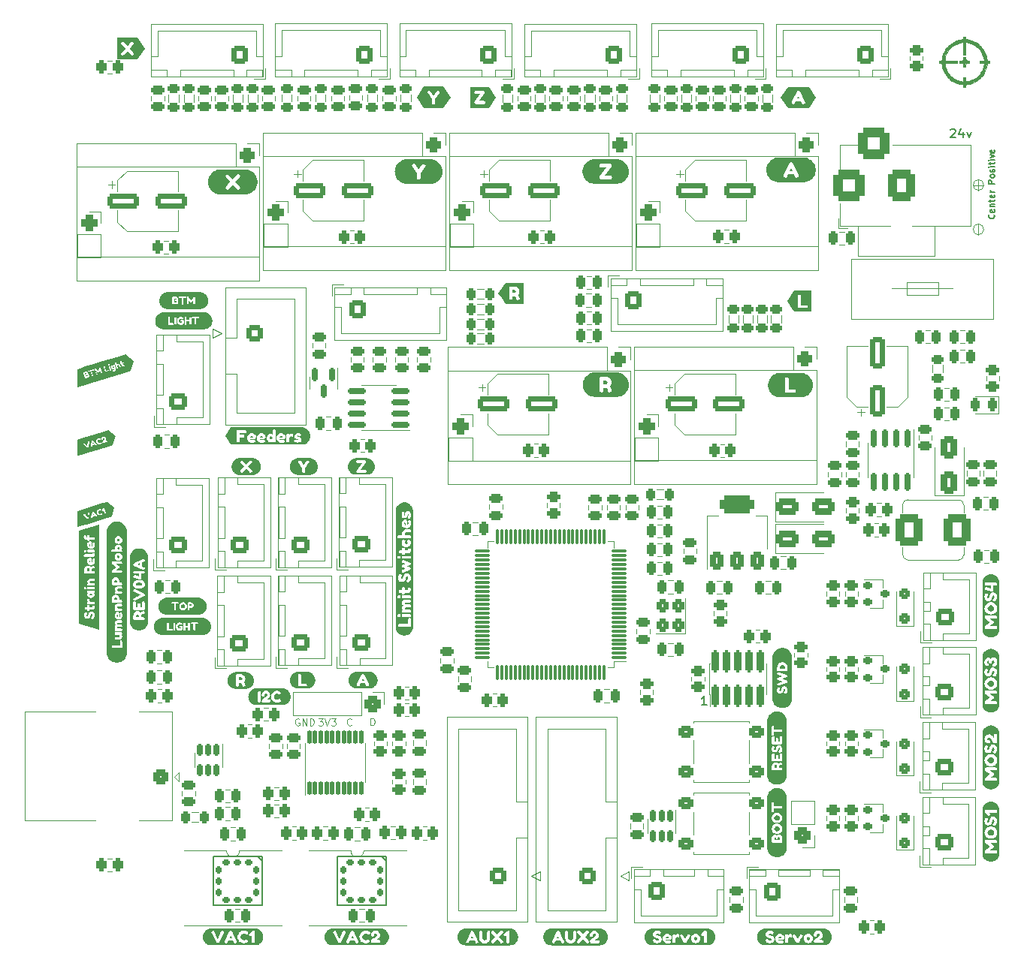
<source format=gbr>
%TF.GenerationSoftware,KiCad,Pcbnew,(6.0.7)*%
%TF.CreationDate,2022-10-06T16:10:22+02:00*%
%TF.ProjectId,mobo,6d6f626f-2e6b-4696-9361-645f70636258,4A*%
%TF.SameCoordinates,Original*%
%TF.FileFunction,Legend,Top*%
%TF.FilePolarity,Positive*%
%FSLAX46Y46*%
G04 Gerber Fmt 4.6, Leading zero omitted, Abs format (unit mm)*
G04 Created by KiCad (PCBNEW (6.0.7)) date 2022-10-06 16:10:22*
%MOMM*%
%LPD*%
G01*
G04 APERTURE LIST*
G04 Aperture macros list*
%AMRoundRect*
0 Rectangle with rounded corners*
0 $1 Rounding radius*
0 $2 $3 $4 $5 $6 $7 $8 $9 X,Y pos of 4 corners*
0 Add a 4 corners polygon primitive as box body*
4,1,4,$2,$3,$4,$5,$6,$7,$8,$9,$2,$3,0*
0 Add four circle primitives for the rounded corners*
1,1,$1+$1,$2,$3*
1,1,$1+$1,$4,$5*
1,1,$1+$1,$6,$7*
1,1,$1+$1,$8,$9*
0 Add four rect primitives between the rounded corners*
20,1,$1+$1,$2,$3,$4,$5,0*
20,1,$1+$1,$4,$5,$6,$7,0*
20,1,$1+$1,$6,$7,$8,$9,0*
20,1,$1+$1,$8,$9,$2,$3,0*%
G04 Aperture macros list end*
%ADD10C,0.120000*%
%ADD11C,0.150000*%
%ADD12C,0.100000*%
%ADD13C,0.130000*%
%ADD14C,0.010000*%
%ADD15RoundRect,0.270000X0.330000X-0.330000X0.330000X0.330000X-0.330000X0.330000X-0.330000X-0.330000X0*%
%ADD16RoundRect,0.210000X-0.290000X-0.240000X0.290000X-0.240000X0.290000X0.240000X-0.290000X0.240000X0*%
%ADD17RoundRect,0.299999X0.450001X-0.262501X0.450001X0.262501X-0.450001X0.262501X-0.450001X-0.262501X0*%
%ADD18RoundRect,0.450000X-0.400000X0.400000X-0.400000X-0.400000X0.400000X-0.400000X0.400000X0.400000X0*%
%ADD19O,1.700000X1.700000*%
%ADD20RoundRect,0.300000X0.600000X0.725000X-0.600000X0.725000X-0.600000X-0.725000X0.600000X-0.725000X0*%
%ADD21O,1.800000X2.050000*%
%ADD22RoundRect,0.300000X-1.500000X-0.550000X1.500000X-0.550000X1.500000X0.550000X-1.500000X0.550000X0*%
%ADD23RoundRect,0.300000X-0.600000X-0.725000X0.600000X-0.725000X0.600000X0.725000X-0.600000X0.725000X0*%
%ADD24RoundRect,0.299999X-0.262501X-0.450001X0.262501X-0.450001X0.262501X0.450001X-0.262501X0.450001X0*%
%ADD25RoundRect,0.293750X0.243750X0.456250X-0.243750X0.456250X-0.243750X-0.456250X0.243750X-0.456250X0*%
%ADD26RoundRect,0.300000X0.550000X-1.500000X0.550000X1.500000X-0.550000X1.500000X-0.550000X-1.500000X0*%
%ADD27RoundRect,0.300000X0.725000X-0.600000X0.725000X0.600000X-0.725000X0.600000X-0.725000X-0.600000X0*%
%ADD28O,2.050000X1.800000*%
%ADD29RoundRect,0.300000X0.600000X0.600000X-0.600000X0.600000X-0.600000X-0.600000X0.600000X-0.600000X0*%
%ADD30C,1.800000*%
%ADD31RoundRect,0.492500X-1.032500X-1.307500X1.032500X-1.307500X1.032500X1.307500X-1.032500X1.307500X0*%
%ADD32RoundRect,0.200000X0.825000X0.150000X-0.825000X0.150000X-0.825000X-0.150000X0.825000X-0.150000X0*%
%ADD33RoundRect,0.300000X-0.600000X-0.600000X0.600000X-0.600000X0.600000X0.600000X-0.600000X0.600000X0*%
%ADD34RoundRect,0.410000X0.540000X-0.890000X0.540000X0.890000X-0.540000X0.890000X-0.540000X-0.890000X0*%
%ADD35RoundRect,0.300000X0.250000X0.475000X-0.250000X0.475000X-0.250000X-0.475000X0.250000X-0.475000X0*%
%ADD36RoundRect,0.300000X-0.475000X0.250000X-0.475000X-0.250000X0.475000X-0.250000X0.475000X0.250000X0*%
%ADD37RoundRect,0.299999X-0.450001X0.262501X-0.450001X-0.262501X0.450001X-0.262501X0.450001X0.262501X0*%
%ADD38RoundRect,0.300000X0.475000X-0.250000X0.475000X0.250000X-0.475000X0.250000X-0.475000X-0.250000X0*%
%ADD39RoundRect,0.300000X-0.250000X-0.475000X0.250000X-0.475000X0.250000X0.475000X-0.250000X0.475000X0*%
%ADD40RoundRect,0.290000X0.360000X-0.460000X0.360000X0.460000X-0.360000X0.460000X-0.360000X-0.460000X0*%
%ADD41RoundRect,0.300000X0.750000X-0.600000X0.750000X0.600000X-0.750000X0.600000X-0.750000X-0.600000X0*%
%ADD42O,2.100000X1.800000*%
%ADD43RoundRect,0.125000X0.725000X0.075000X-0.725000X0.075000X-0.725000X-0.075000X0.725000X-0.075000X0*%
%ADD44RoundRect,0.125000X0.075000X0.725000X-0.075000X0.725000X-0.075000X-0.725000X0.075000X-0.725000X0*%
%ADD45RoundRect,0.299999X0.262501X0.450001X-0.262501X0.450001X-0.262501X-0.450001X0.262501X-0.450001X0*%
%ADD46RoundRect,0.350000X0.450000X-0.700000X0.450000X0.700000X-0.450000X0.700000X-0.450000X-0.700000X0*%
%ADD47RoundRect,0.550000X1.400000X-0.500000X1.400000X0.500000X-1.400000X0.500000X-1.400000X-0.500000X0*%
%ADD48RoundRect,0.310000X0.515000X0.390000X-0.515000X0.390000X-0.515000X-0.390000X0.515000X-0.390000X0*%
%ADD49RoundRect,0.235000X0.185000X-1.015000X0.185000X1.015000X-0.185000X1.015000X-0.185000X-1.015000X0*%
%ADD50RoundRect,0.310000X-0.515000X-0.390000X0.515000X-0.390000X0.515000X0.390000X-0.515000X0.390000X0*%
%ADD51RoundRect,0.200000X-0.150000X0.825000X-0.150000X-0.825000X0.150000X-0.825000X0.150000X0.825000X0*%
%ADD52RoundRect,0.300000X-0.450000X0.262500X-0.450000X-0.262500X0.450000X-0.262500X0.450000X0.262500X0*%
%ADD53C,2.000000*%
%ADD54RoundRect,0.268750X0.381250X-0.218750X0.381250X0.218750X-0.381250X0.218750X-0.381250X-0.218750X0*%
%ADD55RoundRect,0.268750X0.218750X0.381250X-0.218750X0.381250X-0.218750X-0.381250X0.218750X-0.381250X0*%
%ADD56C,5.700000*%
%ADD57RoundRect,0.300000X0.262500X0.450000X-0.262500X0.450000X-0.262500X-0.450000X0.262500X-0.450000X0*%
%ADD58RoundRect,0.410000X-0.890000X-0.540000X0.890000X-0.540000X0.890000X0.540000X-0.890000X0.540000X0*%
%ADD59RoundRect,0.575000X1.225000X1.225000X-1.225000X1.225000X-1.225000X-1.225000X1.225000X-1.225000X0*%
%ADD60C,2.600000*%
%ADD61RoundRect,0.500000X1.050000X1.300000X-1.050000X1.300000X-1.050000X-1.300000X1.050000X-1.300000X0*%
%ADD62RoundRect,0.150000X0.100000X-0.637500X0.100000X0.637500X-0.100000X0.637500X-0.100000X-0.637500X0*%
%ADD63RoundRect,0.475000X-0.425000X-0.425000X0.425000X-0.425000X0.425000X0.425000X-0.425000X0.425000X0*%
%ADD64O,1.800000X1.800000*%
%ADD65C,1.100000*%
%ADD66RoundRect,0.300000X0.450000X-0.262500X0.450000X0.262500X-0.450000X0.262500X-0.450000X-0.262500X0*%
%ADD67RoundRect,0.268750X-0.381250X0.218750X-0.381250X-0.218750X0.381250X-0.218750X0.381250X0.218750X0*%
%ADD68RoundRect,0.300000X-0.262500X-0.450000X0.262500X-0.450000X0.262500X0.450000X-0.262500X0.450000X0*%
%ADD69RoundRect,0.268750X-0.218750X-0.381250X0.218750X-0.381250X0.218750X0.381250X-0.218750X0.381250X0*%
%ADD70C,3.100000*%
%ADD71RoundRect,0.370000X-0.480000X0.480000X-0.480000X-0.480000X0.480000X-0.480000X0.480000X0.480000X0*%
%ADD72C,1.700000*%
%ADD73C,4.100000*%
%ADD74RoundRect,0.200000X-0.150000X0.512500X-0.150000X-0.512500X0.150000X-0.512500X0.150000X0.512500X0*%
%ADD75C,1.300000*%
%ADD76RoundRect,0.180000X0.195000X-0.220000X0.195000X0.220000X-0.195000X0.220000X-0.195000X-0.220000X0*%
%ADD77RoundRect,0.180000X0.220000X-0.195000X0.220000X0.195000X-0.220000X0.195000X-0.220000X-0.195000X0*%
%ADD78RoundRect,0.200000X-0.150000X0.587500X-0.150000X-0.587500X0.150000X-0.587500X0.150000X0.587500X0*%
%ADD79RoundRect,0.390000X0.510000X0.510000X-0.510000X0.510000X-0.510000X-0.510000X0.510000X-0.510000X0*%
%ADD80RoundRect,0.390000X-0.510000X0.510000X-0.510000X-0.510000X0.510000X-0.510000X0.510000X0.510000X0*%
G04 APERTURE END LIST*
D10*
X161600000Y-59600000D02*
G75*
G03*
X161600000Y-59600000I-600000J0D01*
G01*
X161000000Y-64000000D02*
X161000000Y-65200000D01*
X161000000Y-59000000D02*
X161000000Y-60200000D01*
X161600000Y-64600000D02*
G75*
G03*
X161600000Y-64600000I-600000J0D01*
G01*
X161600000Y-59600000D02*
X160400000Y-59600000D01*
X147440000Y-64236000D02*
X156040000Y-64236000D01*
X156040000Y-64236000D02*
X156040000Y-67636000D01*
X156040000Y-67636000D02*
X147440000Y-67636000D01*
X147440000Y-67636000D02*
X147440000Y-64236000D01*
D11*
X157857142Y-53347619D02*
X157904761Y-53300000D01*
X158000000Y-53252380D01*
X158238095Y-53252380D01*
X158333333Y-53300000D01*
X158380952Y-53347619D01*
X158428571Y-53442857D01*
X158428571Y-53538095D01*
X158380952Y-53680952D01*
X157809523Y-54252380D01*
X158428571Y-54252380D01*
X159285714Y-53585714D02*
X159285714Y-54252380D01*
X159047619Y-53204761D02*
X158809523Y-53919047D01*
X159428571Y-53919047D01*
X159714285Y-53585714D02*
X159952380Y-54252380D01*
X160190476Y-53585714D01*
D12*
X90347619Y-120485714D02*
X90309523Y-120523809D01*
X90195238Y-120561904D01*
X90119047Y-120561904D01*
X90004761Y-120523809D01*
X89928571Y-120447619D01*
X89890476Y-120371428D01*
X89852380Y-120219047D01*
X89852380Y-120104761D01*
X89890476Y-119952380D01*
X89928571Y-119876190D01*
X90004761Y-119800000D01*
X90119047Y-119761904D01*
X90195238Y-119761904D01*
X90309523Y-119800000D01*
X90347619Y-119838095D01*
D13*
X162750000Y-62933333D02*
X162783333Y-62966666D01*
X162816666Y-63066666D01*
X162816666Y-63133333D01*
X162783333Y-63233333D01*
X162716666Y-63300000D01*
X162650000Y-63333333D01*
X162516666Y-63366666D01*
X162416666Y-63366666D01*
X162283333Y-63333333D01*
X162216666Y-63300000D01*
X162150000Y-63233333D01*
X162116666Y-63133333D01*
X162116666Y-63066666D01*
X162150000Y-62966666D01*
X162183333Y-62933333D01*
X162783333Y-62366666D02*
X162816666Y-62433333D01*
X162816666Y-62566666D01*
X162783333Y-62633333D01*
X162716666Y-62666666D01*
X162450000Y-62666666D01*
X162383333Y-62633333D01*
X162350000Y-62566666D01*
X162350000Y-62433333D01*
X162383333Y-62366666D01*
X162450000Y-62333333D01*
X162516666Y-62333333D01*
X162583333Y-62666666D01*
X162350000Y-62033333D02*
X162816666Y-62033333D01*
X162416666Y-62033333D02*
X162383333Y-62000000D01*
X162350000Y-61933333D01*
X162350000Y-61833333D01*
X162383333Y-61766666D01*
X162450000Y-61733333D01*
X162816666Y-61733333D01*
X162350000Y-61500000D02*
X162350000Y-61233333D01*
X162116666Y-61400000D02*
X162716666Y-61400000D01*
X162783333Y-61366666D01*
X162816666Y-61300000D01*
X162816666Y-61233333D01*
X162783333Y-60733333D02*
X162816666Y-60800000D01*
X162816666Y-60933333D01*
X162783333Y-61000000D01*
X162716666Y-61033333D01*
X162450000Y-61033333D01*
X162383333Y-61000000D01*
X162350000Y-60933333D01*
X162350000Y-60800000D01*
X162383333Y-60733333D01*
X162450000Y-60700000D01*
X162516666Y-60700000D01*
X162583333Y-61033333D01*
X162816666Y-60400000D02*
X162350000Y-60400000D01*
X162483333Y-60400000D02*
X162416666Y-60366666D01*
X162383333Y-60333333D01*
X162350000Y-60266666D01*
X162350000Y-60200000D01*
X162816666Y-59433333D02*
X162116666Y-59433333D01*
X162116666Y-59166666D01*
X162150000Y-59100000D01*
X162183333Y-59066666D01*
X162250000Y-59033333D01*
X162350000Y-59033333D01*
X162416666Y-59066666D01*
X162450000Y-59100000D01*
X162483333Y-59166666D01*
X162483333Y-59433333D01*
X162816666Y-58633333D02*
X162783333Y-58700000D01*
X162750000Y-58733333D01*
X162683333Y-58766666D01*
X162483333Y-58766666D01*
X162416666Y-58733333D01*
X162383333Y-58700000D01*
X162350000Y-58633333D01*
X162350000Y-58533333D01*
X162383333Y-58466666D01*
X162416666Y-58433333D01*
X162483333Y-58400000D01*
X162683333Y-58400000D01*
X162750000Y-58433333D01*
X162783333Y-58466666D01*
X162816666Y-58533333D01*
X162816666Y-58633333D01*
X162783333Y-58133333D02*
X162816666Y-58066666D01*
X162816666Y-57933333D01*
X162783333Y-57866666D01*
X162716666Y-57833333D01*
X162683333Y-57833333D01*
X162616666Y-57866666D01*
X162583333Y-57933333D01*
X162583333Y-58033333D01*
X162550000Y-58100000D01*
X162483333Y-58133333D01*
X162450000Y-58133333D01*
X162383333Y-58100000D01*
X162350000Y-58033333D01*
X162350000Y-57933333D01*
X162383333Y-57866666D01*
X162816666Y-57533333D02*
X162350000Y-57533333D01*
X162116666Y-57533333D02*
X162150000Y-57566666D01*
X162183333Y-57533333D01*
X162150000Y-57500000D01*
X162116666Y-57533333D01*
X162183333Y-57533333D01*
X162350000Y-57300000D02*
X162350000Y-57033333D01*
X162116666Y-57200000D02*
X162716666Y-57200000D01*
X162783333Y-57166666D01*
X162816666Y-57100000D01*
X162816666Y-57033333D01*
X162816666Y-56800000D02*
X162350000Y-56800000D01*
X162116666Y-56800000D02*
X162150000Y-56833333D01*
X162183333Y-56800000D01*
X162150000Y-56766666D01*
X162116666Y-56800000D01*
X162183333Y-56800000D01*
X162350000Y-56533333D02*
X162816666Y-56366666D01*
X162350000Y-56200000D01*
X162783333Y-55666666D02*
X162816666Y-55733333D01*
X162816666Y-55866666D01*
X162783333Y-55933333D01*
X162716666Y-55966666D01*
X162450000Y-55966666D01*
X162383333Y-55933333D01*
X162350000Y-55866666D01*
X162350000Y-55733333D01*
X162383333Y-55666666D01*
X162450000Y-55633333D01*
X162516666Y-55633333D01*
X162583333Y-55966666D01*
D12*
X92490476Y-120511904D02*
X92490476Y-119711904D01*
X92680952Y-119711904D01*
X92795238Y-119750000D01*
X92871428Y-119826190D01*
X92909523Y-119902380D01*
X92947619Y-120054761D01*
X92947619Y-120169047D01*
X92909523Y-120321428D01*
X92871428Y-120397619D01*
X92795238Y-120473809D01*
X92680952Y-120511904D01*
X92490476Y-120511904D01*
X86609523Y-119761904D02*
X87104761Y-119761904D01*
X86838095Y-120066666D01*
X86952380Y-120066666D01*
X87028571Y-120104761D01*
X87066666Y-120142857D01*
X87104761Y-120219047D01*
X87104761Y-120409523D01*
X87066666Y-120485714D01*
X87028571Y-120523809D01*
X86952380Y-120561904D01*
X86723809Y-120561904D01*
X86647619Y-120523809D01*
X86609523Y-120485714D01*
X87333333Y-119761904D02*
X87600000Y-120561904D01*
X87866666Y-119761904D01*
X88057142Y-119761904D02*
X88552380Y-119761904D01*
X88285714Y-120066666D01*
X88400000Y-120066666D01*
X88476190Y-120104761D01*
X88514285Y-120142857D01*
X88552380Y-120219047D01*
X88552380Y-120409523D01*
X88514285Y-120485714D01*
X88476190Y-120523809D01*
X88400000Y-120561904D01*
X88171428Y-120561904D01*
X88095238Y-120523809D01*
X88057142Y-120485714D01*
D11*
X130385714Y-118252380D02*
X129814285Y-118252380D01*
X130100000Y-118252380D02*
X130100000Y-117252380D01*
X130004761Y-117395238D01*
X129909523Y-117490476D01*
X129814285Y-117538095D01*
D12*
X84440476Y-119800000D02*
X84364285Y-119761904D01*
X84250000Y-119761904D01*
X84135714Y-119800000D01*
X84059523Y-119876190D01*
X84021428Y-119952380D01*
X83983333Y-120104761D01*
X83983333Y-120219047D01*
X84021428Y-120371428D01*
X84059523Y-120447619D01*
X84135714Y-120523809D01*
X84250000Y-120561904D01*
X84326190Y-120561904D01*
X84440476Y-120523809D01*
X84478571Y-120485714D01*
X84478571Y-120219047D01*
X84326190Y-120219047D01*
X84821428Y-120561904D02*
X84821428Y-119761904D01*
X85278571Y-120561904D01*
X85278571Y-119761904D01*
X85659523Y-120561904D02*
X85659523Y-119761904D01*
X85850000Y-119761904D01*
X85964285Y-119800000D01*
X86040476Y-119876190D01*
X86078571Y-119952380D01*
X86116666Y-120104761D01*
X86116666Y-120219047D01*
X86078571Y-120371428D01*
X86040476Y-120447619D01*
X85964285Y-120523809D01*
X85850000Y-120561904D01*
X85659523Y-120561904D01*
D10*
X151700000Y-134600000D02*
X151700000Y-130750000D01*
X153700000Y-134600000D02*
X153700000Y-130750000D01*
X151700000Y-134600000D02*
X153700000Y-134600000D01*
X150260000Y-132580000D02*
X150260000Y-131650000D01*
X150260000Y-129420000D02*
X150260000Y-130350000D01*
X150260000Y-132580000D02*
X148800000Y-132580000D01*
X150260000Y-129420000D02*
X148100000Y-129420000D01*
X150260000Y-124180000D02*
X150260000Y-123250000D01*
X150260000Y-121020000D02*
X150260000Y-121950000D01*
X150260000Y-121020000D02*
X148100000Y-121020000D01*
X150260000Y-124180000D02*
X148800000Y-124180000D01*
X145965000Y-131227064D02*
X145965000Y-130772936D01*
X147435000Y-131227064D02*
X147435000Y-130772936D01*
X151700000Y-117800000D02*
X151700000Y-113950000D01*
X153700000Y-117800000D02*
X153700000Y-113950000D01*
X151700000Y-117800000D02*
X153700000Y-117800000D01*
X150260000Y-115780000D02*
X150260000Y-114850000D01*
X150260000Y-112620000D02*
X150260000Y-113550000D01*
X150260000Y-115780000D02*
X148800000Y-115780000D01*
X150260000Y-112620000D02*
X148100000Y-112620000D01*
X150260000Y-107280000D02*
X150260000Y-106350000D01*
X150260000Y-107280000D02*
X148800000Y-107280000D01*
X150260000Y-104120000D02*
X148100000Y-104120000D01*
X150260000Y-104120000D02*
X150260000Y-105050000D01*
X147435000Y-105927064D02*
X147435000Y-105472936D01*
X145965000Y-105927064D02*
X145965000Y-105472936D01*
X100970000Y-66530000D02*
X80390000Y-66530000D01*
X100970000Y-53700000D02*
X99570000Y-53700000D01*
X100970000Y-56370000D02*
X98300000Y-56370000D01*
X98300000Y-56370000D02*
X80390000Y-56370000D01*
X80390000Y-53700000D02*
X80390000Y-69200000D01*
X80390000Y-69200000D02*
X100970000Y-69200000D01*
X100970000Y-55100000D02*
X100970000Y-53700000D01*
X98300000Y-53700000D02*
X80390000Y-53700000D01*
X98300000Y-56370000D02*
X98300000Y-53700000D01*
X100970000Y-69200000D02*
X100970000Y-56370000D01*
X121960000Y-53700000D02*
X120560000Y-53700000D01*
X121960000Y-69200000D02*
X121960000Y-56370000D01*
X101380000Y-53700000D02*
X101380000Y-69200000D01*
X121960000Y-55100000D02*
X121960000Y-53700000D01*
X101380000Y-69200000D02*
X121960000Y-69200000D01*
X119290000Y-56370000D02*
X119290000Y-53700000D01*
X119290000Y-53700000D02*
X101380000Y-53700000D01*
X119290000Y-56370000D02*
X101380000Y-56370000D01*
X121960000Y-56370000D02*
X119290000Y-56370000D01*
X121960000Y-66530000D02*
X101380000Y-66530000D01*
X79970000Y-56280000D02*
X79970000Y-54880000D01*
X79970000Y-57550000D02*
X77300000Y-57550000D01*
X77300000Y-57550000D02*
X77300000Y-54880000D01*
X77300000Y-57550000D02*
X59390000Y-57550000D01*
X59390000Y-70380000D02*
X79970000Y-70380000D01*
X77300000Y-54880000D02*
X59390000Y-54880000D01*
X79970000Y-70380000D02*
X79970000Y-57550000D01*
X79970000Y-67710000D02*
X59390000Y-67710000D01*
X59390000Y-54880000D02*
X59390000Y-70380000D01*
X79970000Y-54880000D02*
X78570000Y-54880000D01*
X122200000Y-77800000D02*
X122200000Y-93300000D01*
X142780000Y-80470000D02*
X140110000Y-80470000D01*
X142780000Y-77800000D02*
X141380000Y-77800000D01*
X142780000Y-93300000D02*
X142780000Y-80470000D01*
X142780000Y-79200000D02*
X142780000Y-77800000D01*
X140110000Y-77800000D02*
X122200000Y-77800000D01*
X140110000Y-80470000D02*
X140110000Y-77800000D01*
X122200000Y-93300000D02*
X142780000Y-93300000D01*
X140110000Y-80470000D02*
X122200000Y-80470000D01*
X142780000Y-90630000D02*
X122200000Y-90630000D01*
X109850000Y-46606000D02*
X109850000Y-47356000D01*
X122460000Y-47366000D02*
X122460000Y-41396000D01*
X109840000Y-47366000D02*
X122460000Y-47366000D01*
X111650000Y-46606000D02*
X109850000Y-46606000D01*
X122460000Y-41396000D02*
X109840000Y-41396000D01*
X122450000Y-47356000D02*
X122450000Y-46606000D01*
X110600000Y-42156000D02*
X116150000Y-42156000D01*
X121700000Y-42156000D02*
X116150000Y-42156000D01*
X122750000Y-47656000D02*
X122750000Y-46406000D01*
X120650000Y-47356000D02*
X122450000Y-47356000D01*
X109840000Y-41396000D02*
X109840000Y-47366000D01*
X119150000Y-46606000D02*
X113150000Y-46606000D01*
X119150000Y-47356000D02*
X119150000Y-46606000D01*
X109850000Y-47356000D02*
X111650000Y-47356000D01*
X110600000Y-45106000D02*
X110600000Y-42156000D01*
X121500000Y-47656000D02*
X122750000Y-47656000D01*
X120650000Y-46606000D02*
X120650000Y-47356000D01*
X113150000Y-46606000D02*
X113150000Y-47356000D01*
X113150000Y-47356000D02*
X119150000Y-47356000D01*
X121700000Y-45106000D02*
X121700000Y-42156000D01*
X111650000Y-47356000D02*
X111650000Y-46606000D01*
X122450000Y-46606000D02*
X120650000Y-46606000D01*
X122450000Y-45106000D02*
X121700000Y-45106000D01*
X109850000Y-45106000D02*
X110600000Y-45106000D01*
X79574000Y-45106000D02*
X79574000Y-42156000D01*
X80334000Y-47366000D02*
X80334000Y-41396000D01*
X67724000Y-45106000D02*
X68474000Y-45106000D01*
X69524000Y-46606000D02*
X67724000Y-46606000D01*
X79374000Y-47656000D02*
X80624000Y-47656000D01*
X71024000Y-47356000D02*
X77024000Y-47356000D01*
X71024000Y-46606000D02*
X71024000Y-47356000D01*
X80324000Y-45106000D02*
X79574000Y-45106000D01*
X67714000Y-47366000D02*
X80334000Y-47366000D01*
X80324000Y-47356000D02*
X80324000Y-46606000D01*
X80334000Y-41396000D02*
X67714000Y-41396000D01*
X67714000Y-41396000D02*
X67714000Y-47366000D01*
X67724000Y-46606000D02*
X67724000Y-47356000D01*
X67724000Y-47356000D02*
X69524000Y-47356000D01*
X80324000Y-46606000D02*
X78524000Y-46606000D01*
X77024000Y-47356000D02*
X77024000Y-46606000D01*
X78524000Y-47356000D02*
X80324000Y-47356000D01*
X79574000Y-42156000D02*
X74024000Y-42156000D01*
X69524000Y-47356000D02*
X69524000Y-46606000D01*
X80624000Y-47656000D02*
X80624000Y-46406000D01*
X68474000Y-45106000D02*
X68474000Y-42156000D01*
X68474000Y-42156000D02*
X74024000Y-42156000D01*
X78524000Y-46606000D02*
X78524000Y-47356000D01*
X77024000Y-46606000D02*
X71024000Y-46606000D01*
X83862500Y-58352500D02*
X84650000Y-58352500D01*
X84890000Y-57854437D02*
X85954437Y-56790000D01*
X84890000Y-62545563D02*
X85954437Y-63610000D01*
X91710000Y-56790000D02*
X91710000Y-59140000D01*
X91710000Y-63610000D02*
X91710000Y-61260000D01*
X85954437Y-63610000D02*
X91710000Y-63610000D01*
X85954437Y-56790000D02*
X91710000Y-56790000D01*
X84256250Y-57958750D02*
X84256250Y-58746250D01*
X84890000Y-62545563D02*
X84890000Y-61260000D01*
X84890000Y-57854437D02*
X84890000Y-59140000D01*
X130350000Y-70125000D02*
X130350000Y-70875000D01*
X132150000Y-70875000D02*
X132150000Y-70125000D01*
X119550000Y-72375000D02*
X120300000Y-72375000D01*
X119540000Y-70115000D02*
X119540000Y-76085000D01*
X130350000Y-70875000D02*
X132150000Y-70875000D01*
X131400000Y-75325000D02*
X125850000Y-75325000D01*
X120300000Y-72375000D02*
X120300000Y-75325000D01*
X128850000Y-70875000D02*
X128850000Y-70125000D01*
X132150000Y-72375000D02*
X131400000Y-72375000D01*
X122850000Y-70875000D02*
X128850000Y-70875000D01*
X119540000Y-76085000D02*
X132160000Y-76085000D01*
X122850000Y-70125000D02*
X122850000Y-70875000D01*
X121350000Y-70875000D02*
X121350000Y-70125000D01*
X132160000Y-70115000D02*
X119540000Y-70115000D01*
X119250000Y-69825000D02*
X119250000Y-71075000D01*
X120300000Y-75325000D02*
X125850000Y-75325000D01*
X132150000Y-70125000D02*
X130350000Y-70125000D01*
X119550000Y-70125000D02*
X119550000Y-70875000D01*
X128850000Y-70125000D02*
X122850000Y-70125000D01*
X120500000Y-69825000D02*
X119250000Y-69825000D01*
X119550000Y-70875000D02*
X121350000Y-70875000D01*
X132160000Y-76085000D02*
X132160000Y-70115000D01*
X131400000Y-72375000D02*
X131400000Y-75325000D01*
X121350000Y-70125000D02*
X119550000Y-70125000D01*
X90162936Y-64705000D02*
X90617064Y-64705000D01*
X90162936Y-66175000D02*
X90617064Y-66175000D01*
X69212936Y-65885000D02*
X69667064Y-65885000D01*
X69212936Y-67355000D02*
X69667064Y-67355000D01*
X105890000Y-57854437D02*
X106954437Y-56790000D01*
X105890000Y-62545563D02*
X105890000Y-61260000D01*
X112710000Y-56790000D02*
X112710000Y-59140000D01*
X106954437Y-63610000D02*
X112710000Y-63610000D01*
X105890000Y-57854437D02*
X105890000Y-59140000D01*
X104862500Y-58352500D02*
X105650000Y-58352500D01*
X112710000Y-63610000D02*
X112710000Y-61260000D01*
X105256250Y-57958750D02*
X105256250Y-58746250D01*
X106954437Y-56790000D02*
X112710000Y-56790000D01*
X105890000Y-62545563D02*
X106954437Y-63610000D01*
X111572936Y-66175000D02*
X112027064Y-66175000D01*
X111572936Y-64705000D02*
X112027064Y-64705000D01*
X133610000Y-80890000D02*
X133610000Y-83240000D01*
X126790000Y-81954437D02*
X126790000Y-83240000D01*
X126790000Y-86645563D02*
X126790000Y-85360000D01*
X126790000Y-86645563D02*
X127854437Y-87710000D01*
X126156250Y-82058750D02*
X126156250Y-82846250D01*
X127854437Y-80890000D02*
X133610000Y-80890000D01*
X127854437Y-87710000D02*
X133610000Y-87710000D01*
X126790000Y-81954437D02*
X127854437Y-80890000D01*
X133610000Y-87710000D02*
X133610000Y-85360000D01*
X125762500Y-82452500D02*
X126550000Y-82452500D01*
X131922936Y-88805000D02*
X132377064Y-88805000D01*
X131922936Y-90275000D02*
X132377064Y-90275000D01*
X163285000Y-85360000D02*
X163285000Y-83440000D01*
X160600000Y-85360000D02*
X163285000Y-85360000D01*
X163285000Y-83440000D02*
X160600000Y-83440000D01*
X163335000Y-81627064D02*
X163335000Y-81172936D01*
X161865000Y-81627064D02*
X161865000Y-81172936D01*
X106545000Y-46600000D02*
X106545000Y-47350000D01*
X99045000Y-46600000D02*
X99045000Y-47350000D01*
X107595000Y-42150000D02*
X102045000Y-42150000D01*
X105045000Y-46600000D02*
X99045000Y-46600000D01*
X108645000Y-47650000D02*
X108645000Y-46400000D01*
X108355000Y-47360000D02*
X108355000Y-41390000D01*
X108345000Y-45100000D02*
X107595000Y-45100000D01*
X95745000Y-45100000D02*
X96495000Y-45100000D01*
X99045000Y-47350000D02*
X105045000Y-47350000D01*
X96495000Y-42150000D02*
X102045000Y-42150000D01*
X97545000Y-46600000D02*
X95745000Y-46600000D01*
X105045000Y-47350000D02*
X105045000Y-46600000D01*
X106545000Y-47350000D02*
X108345000Y-47350000D01*
X107595000Y-45100000D02*
X107595000Y-42150000D01*
X108345000Y-46600000D02*
X106545000Y-46600000D01*
X108355000Y-41390000D02*
X95735000Y-41390000D01*
X96495000Y-45100000D02*
X96495000Y-42150000D01*
X95735000Y-47360000D02*
X108355000Y-47360000D01*
X107395000Y-47650000D02*
X108645000Y-47650000D01*
X97545000Y-47350000D02*
X97545000Y-46600000D01*
X95745000Y-47350000D02*
X97545000Y-47350000D01*
X108345000Y-47350000D02*
X108345000Y-46600000D01*
X95745000Y-46600000D02*
X95745000Y-47350000D01*
X95735000Y-41390000D02*
X95735000Y-47360000D01*
X82500000Y-45100000D02*
X82500000Y-42150000D01*
X93600000Y-42150000D02*
X88050000Y-42150000D01*
X82500000Y-42150000D02*
X88050000Y-42150000D01*
X81740000Y-41390000D02*
X81740000Y-47360000D01*
X81740000Y-47360000D02*
X94360000Y-47360000D01*
X94360000Y-47360000D02*
X94360000Y-41390000D01*
X94350000Y-46600000D02*
X92550000Y-46600000D01*
X94350000Y-47350000D02*
X94350000Y-46600000D01*
X91050000Y-46600000D02*
X85050000Y-46600000D01*
X94360000Y-41390000D02*
X81740000Y-41390000D01*
X85050000Y-46600000D02*
X85050000Y-47350000D01*
X83550000Y-47350000D02*
X83550000Y-46600000D01*
X85050000Y-47350000D02*
X91050000Y-47350000D01*
X94350000Y-45100000D02*
X93600000Y-45100000D01*
X94650000Y-47650000D02*
X94650000Y-46400000D01*
X91050000Y-47350000D02*
X91050000Y-46600000D01*
X81750000Y-46600000D02*
X81750000Y-47350000D01*
X81750000Y-45100000D02*
X82500000Y-45100000D01*
X93600000Y-45100000D02*
X93600000Y-42150000D01*
X92550000Y-47350000D02*
X94350000Y-47350000D01*
X93400000Y-47650000D02*
X94650000Y-47650000D01*
X81750000Y-47350000D02*
X83550000Y-47350000D01*
X92550000Y-46600000D02*
X92550000Y-47350000D01*
X83550000Y-46600000D02*
X81750000Y-46600000D01*
X147752500Y-85637500D02*
X147752500Y-84850000D01*
X147358750Y-85243750D02*
X148146250Y-85243750D01*
X147254437Y-84610000D02*
X148540000Y-84610000D01*
X147254437Y-84610000D02*
X146190000Y-83545563D01*
X146190000Y-77790000D02*
X148540000Y-77790000D01*
X153010000Y-77790000D02*
X150660000Y-77790000D01*
X153010000Y-83545563D02*
X153010000Y-77790000D01*
X151945563Y-84610000D02*
X153010000Y-83545563D01*
X146190000Y-83545563D02*
X146190000Y-77790000D01*
X151945563Y-84610000D02*
X150660000Y-84610000D01*
X142960000Y-56370000D02*
X140290000Y-56370000D01*
X122380000Y-69200000D02*
X142960000Y-69200000D01*
X140290000Y-53700000D02*
X122380000Y-53700000D01*
X142960000Y-69200000D02*
X142960000Y-56370000D01*
X142960000Y-55100000D02*
X142960000Y-53700000D01*
X142960000Y-66530000D02*
X122380000Y-66530000D01*
X140290000Y-56370000D02*
X122380000Y-56370000D01*
X122380000Y-53700000D02*
X122380000Y-69200000D01*
X140290000Y-56370000D02*
X140290000Y-53700000D01*
X142960000Y-53700000D02*
X141560000Y-53700000D01*
X132372936Y-66135000D02*
X132827064Y-66135000D01*
X132372936Y-64665000D02*
X132827064Y-64665000D01*
X110912936Y-90255000D02*
X111367064Y-90255000D01*
X110912936Y-88785000D02*
X111367064Y-88785000D01*
X150050000Y-45102600D02*
X150050000Y-42152600D01*
X141500000Y-47352600D02*
X147500000Y-47352600D01*
X138950000Y-42152600D02*
X144500000Y-42152600D01*
X150800000Y-46602600D02*
X149000000Y-46602600D01*
X150810000Y-41392600D02*
X138190000Y-41392600D01*
X149000000Y-47352600D02*
X150800000Y-47352600D01*
X149850000Y-47652600D02*
X151100000Y-47652600D01*
X140000000Y-47352600D02*
X140000000Y-46602600D01*
X150050000Y-42152600D02*
X144500000Y-42152600D01*
X138200000Y-45102600D02*
X138950000Y-45102600D01*
X150800000Y-45102600D02*
X150050000Y-45102600D01*
X138190000Y-47362600D02*
X150810000Y-47362600D01*
X138950000Y-45102600D02*
X138950000Y-42152600D01*
X138200000Y-46602600D02*
X138200000Y-47352600D01*
X141500000Y-46602600D02*
X141500000Y-47352600D01*
X147500000Y-47352600D02*
X147500000Y-46602600D01*
X150800000Y-47352600D02*
X150800000Y-46602600D01*
X151100000Y-47652600D02*
X151100000Y-46402600D01*
X150810000Y-47362600D02*
X150810000Y-41392600D01*
X147500000Y-46602600D02*
X141500000Y-46602600D01*
X140000000Y-46602600D02*
X138200000Y-46602600D01*
X138190000Y-41392600D02*
X138190000Y-47362600D01*
X149000000Y-46602600D02*
X149000000Y-47352600D01*
X138200000Y-47352600D02*
X140000000Y-47352600D01*
X121800000Y-80520000D02*
X119130000Y-80520000D01*
X121800000Y-77850000D02*
X120400000Y-77850000D01*
X119130000Y-80520000D02*
X101220000Y-80520000D01*
X121800000Y-90680000D02*
X101220000Y-90680000D01*
X119130000Y-77850000D02*
X101220000Y-77850000D01*
X121800000Y-79250000D02*
X121800000Y-77850000D01*
X101220000Y-93350000D02*
X121800000Y-93350000D01*
X121800000Y-93350000D02*
X121800000Y-80520000D01*
X101220000Y-77850000D02*
X101220000Y-93350000D01*
X119130000Y-80520000D02*
X119130000Y-77850000D01*
X124900000Y-45100000D02*
X124900000Y-42150000D01*
X136760000Y-41390000D02*
X124140000Y-41390000D01*
X136750000Y-47350000D02*
X136750000Y-46600000D01*
X127450000Y-47350000D02*
X133450000Y-47350000D01*
X124140000Y-47360000D02*
X136760000Y-47360000D01*
X133450000Y-46600000D02*
X127450000Y-46600000D01*
X134950000Y-47350000D02*
X136750000Y-47350000D01*
X125950000Y-47350000D02*
X125950000Y-46600000D01*
X133450000Y-47350000D02*
X133450000Y-46600000D01*
X136000000Y-45100000D02*
X136000000Y-42150000D01*
X125950000Y-46600000D02*
X124150000Y-46600000D01*
X136750000Y-45100000D02*
X136000000Y-45100000D01*
X124150000Y-47350000D02*
X125950000Y-47350000D01*
X136760000Y-47360000D02*
X136760000Y-41390000D01*
X124900000Y-42150000D02*
X130450000Y-42150000D01*
X136000000Y-42150000D02*
X130450000Y-42150000D01*
X124140000Y-41390000D02*
X124140000Y-47360000D01*
X134950000Y-46600000D02*
X134950000Y-47350000D01*
X135800000Y-47650000D02*
X137050000Y-47650000D01*
X124150000Y-45100000D02*
X124900000Y-45100000D01*
X136750000Y-46600000D02*
X134950000Y-46600000D01*
X127450000Y-46600000D02*
X127450000Y-47350000D01*
X137050000Y-47650000D02*
X137050000Y-46400000D01*
X124150000Y-46600000D02*
X124150000Y-47350000D01*
X81810000Y-103000000D02*
X83060000Y-103000000D01*
X82110000Y-94400000D02*
X82860000Y-94400000D01*
X82100000Y-102710000D02*
X88070000Y-102710000D01*
X84360000Y-93350000D02*
X87310000Y-93350000D01*
X82860000Y-94400000D02*
X82860000Y-92600000D01*
X87310000Y-93350000D02*
X87310000Y-97650000D01*
X82860000Y-100900000D02*
X82110000Y-100900000D01*
X88070000Y-92590000D02*
X82100000Y-92590000D01*
X82110000Y-95900000D02*
X82110000Y-99400000D01*
X82110000Y-100900000D02*
X82110000Y-102700000D01*
X82110000Y-99400000D02*
X82860000Y-99400000D01*
X84360000Y-102700000D02*
X84360000Y-101950000D01*
X81810000Y-101750000D02*
X81810000Y-103000000D01*
X82860000Y-99400000D02*
X82860000Y-95900000D01*
X88070000Y-102710000D02*
X88070000Y-92590000D01*
X82860000Y-102700000D02*
X82860000Y-100900000D01*
X84360000Y-101950000D02*
X87310000Y-101950000D01*
X82110000Y-102700000D02*
X82860000Y-102700000D01*
X82100000Y-92590000D02*
X82100000Y-102710000D01*
X82860000Y-92600000D02*
X82110000Y-92600000D01*
X84360000Y-92600000D02*
X84360000Y-93350000D01*
X82110000Y-92600000D02*
X82110000Y-94400000D01*
X87310000Y-101950000D02*
X87310000Y-97650000D01*
X82860000Y-95900000D02*
X82110000Y-95900000D01*
X94930000Y-92540000D02*
X88960000Y-92540000D01*
X89720000Y-100850000D02*
X88970000Y-100850000D01*
X88970000Y-100850000D02*
X88970000Y-102650000D01*
X89720000Y-94350000D02*
X89720000Y-92550000D01*
X91220000Y-102650000D02*
X91220000Y-101900000D01*
X89720000Y-92550000D02*
X88970000Y-92550000D01*
X88970000Y-92550000D02*
X88970000Y-94350000D01*
X88970000Y-102650000D02*
X89720000Y-102650000D01*
X94170000Y-101900000D02*
X94170000Y-97600000D01*
X88670000Y-101700000D02*
X88670000Y-102950000D01*
X88960000Y-92540000D02*
X88960000Y-102660000D01*
X88670000Y-102950000D02*
X89920000Y-102950000D01*
X89720000Y-95850000D02*
X88970000Y-95850000D01*
X88970000Y-99350000D02*
X89720000Y-99350000D01*
X88970000Y-94350000D02*
X89720000Y-94350000D01*
X91220000Y-92550000D02*
X91220000Y-93300000D01*
X89720000Y-102650000D02*
X89720000Y-100850000D01*
X91220000Y-93300000D02*
X94170000Y-93300000D01*
X94930000Y-102660000D02*
X94930000Y-92540000D01*
X88970000Y-95850000D02*
X88970000Y-99350000D01*
X89720000Y-99350000D02*
X89720000Y-95850000D01*
X88960000Y-102660000D02*
X94930000Y-102660000D01*
X94170000Y-93300000D02*
X94170000Y-97600000D01*
X91220000Y-101900000D02*
X94170000Y-101900000D01*
X82110000Y-113760000D02*
X82860000Y-113760000D01*
X82110000Y-103660000D02*
X82110000Y-105460000D01*
X84360000Y-113760000D02*
X84360000Y-113010000D01*
X81810000Y-112810000D02*
X81810000Y-114060000D01*
X87310000Y-113010000D02*
X87310000Y-108710000D01*
X82110000Y-111960000D02*
X82110000Y-113760000D01*
X84360000Y-104410000D02*
X87310000Y-104410000D01*
X82860000Y-103660000D02*
X82110000Y-103660000D01*
X82860000Y-113760000D02*
X82860000Y-111960000D01*
X82100000Y-103650000D02*
X82100000Y-113770000D01*
X82860000Y-106960000D02*
X82110000Y-106960000D01*
X82860000Y-111960000D02*
X82110000Y-111960000D01*
X82100000Y-113770000D02*
X88070000Y-113770000D01*
X82860000Y-110460000D02*
X82860000Y-106960000D01*
X84360000Y-103660000D02*
X84360000Y-104410000D01*
X82110000Y-110460000D02*
X82860000Y-110460000D01*
X82860000Y-105460000D02*
X82860000Y-103660000D01*
X82110000Y-105460000D02*
X82860000Y-105460000D01*
X88070000Y-113770000D02*
X88070000Y-103650000D01*
X88070000Y-103650000D02*
X82100000Y-103650000D01*
X81810000Y-114060000D02*
X83060000Y-114060000D01*
X84360000Y-113010000D02*
X87310000Y-113010000D01*
X82110000Y-106960000D02*
X82110000Y-110460000D01*
X87310000Y-104410000D02*
X87310000Y-108710000D01*
X75990000Y-107000000D02*
X75240000Y-107000000D01*
X75230000Y-103690000D02*
X75230000Y-113810000D01*
X80440000Y-113050000D02*
X80440000Y-108750000D01*
X75240000Y-107000000D02*
X75240000Y-110500000D01*
X75990000Y-103700000D02*
X75240000Y-103700000D01*
X77490000Y-113050000D02*
X80440000Y-113050000D01*
X75240000Y-105500000D02*
X75990000Y-105500000D01*
X75230000Y-113810000D02*
X81200000Y-113810000D01*
X75990000Y-110500000D02*
X75990000Y-107000000D01*
X75240000Y-113800000D02*
X75990000Y-113800000D01*
X75990000Y-105500000D02*
X75990000Y-103700000D01*
X77490000Y-113800000D02*
X77490000Y-113050000D01*
X75990000Y-112000000D02*
X75240000Y-112000000D01*
X77490000Y-103700000D02*
X77490000Y-104450000D01*
X81200000Y-103690000D02*
X75230000Y-103690000D01*
X74940000Y-114100000D02*
X76190000Y-114100000D01*
X75240000Y-110500000D02*
X75990000Y-110500000D01*
X75240000Y-103700000D02*
X75240000Y-105500000D01*
X74940000Y-112850000D02*
X74940000Y-114100000D01*
X81200000Y-113810000D02*
X81200000Y-103690000D01*
X80440000Y-104450000D02*
X80440000Y-108750000D01*
X75990000Y-113800000D02*
X75990000Y-112000000D01*
X77490000Y-104450000D02*
X80440000Y-104450000D01*
X75240000Y-112000000D02*
X75240000Y-113800000D01*
X111580000Y-138010000D02*
X111580000Y-137010000D01*
X110580000Y-137510000D02*
X111580000Y-138010000D01*
X108880000Y-120900000D02*
X108880000Y-129110000D01*
X108880000Y-129110000D02*
X110190000Y-129110000D01*
X108880000Y-133210000D02*
X108880000Y-141420000D01*
X108880000Y-141420000D02*
X102380000Y-141420000D01*
X111580000Y-137010000D02*
X110580000Y-137510000D01*
X102380000Y-120900000D02*
X108880000Y-120900000D01*
X101070000Y-142720000D02*
X101070000Y-119600000D01*
X110190000Y-133210000D02*
X108880000Y-133210000D01*
X102380000Y-141420000D02*
X102380000Y-120900000D01*
X110190000Y-142720000D02*
X101070000Y-142720000D01*
X110190000Y-119600000D02*
X110190000Y-142720000D01*
X108880000Y-129110000D02*
X108880000Y-129110000D01*
X101070000Y-119600000D02*
X110190000Y-119600000D01*
X121640000Y-138010000D02*
X121640000Y-137010000D01*
X118940000Y-129110000D02*
X120250000Y-129110000D01*
X112440000Y-141420000D02*
X112440000Y-120900000D01*
X121640000Y-137010000D02*
X120640000Y-137510000D01*
X112440000Y-120900000D02*
X118940000Y-120900000D01*
X120250000Y-142720000D02*
X111130000Y-142720000D01*
X118940000Y-133210000D02*
X118940000Y-141420000D01*
X111130000Y-142720000D02*
X111130000Y-119600000D01*
X111130000Y-119600000D02*
X120250000Y-119600000D01*
X120640000Y-137510000D02*
X121640000Y-138010000D01*
X120250000Y-119600000D02*
X120250000Y-142720000D01*
X120250000Y-133210000D02*
X118940000Y-133210000D01*
X118940000Y-120900000D02*
X118940000Y-129110000D01*
X118940000Y-141420000D02*
X112440000Y-141420000D01*
X118940000Y-129110000D02*
X118940000Y-129110000D01*
X152440000Y-101250000D02*
X152440000Y-100450000D01*
X159360000Y-100450000D02*
X159360000Y-101300000D01*
X158750000Y-101910000D02*
X153100000Y-101910000D01*
X159360000Y-95700000D02*
X159360000Y-96550000D01*
X153050000Y-95090000D02*
X158750000Y-95090000D01*
X152440000Y-96550000D02*
X152440000Y-95700000D01*
X158750000Y-101910000D02*
G75*
G03*
X159360000Y-101300000I0J610000D01*
G01*
X159360000Y-95700000D02*
G75*
G03*
X158750000Y-95090000I-610000J0D01*
G01*
X152440000Y-101250000D02*
G75*
G03*
X153100000Y-101910000I660002J2D01*
G01*
X153050000Y-95090000D02*
G75*
G03*
X152440000Y-95700000I0J-610000D01*
G01*
X93400000Y-87260000D02*
X96850000Y-87260000D01*
X93400000Y-87260000D02*
X91450000Y-87260000D01*
X93400000Y-82140000D02*
X95350000Y-82140000D01*
X93400000Y-82140000D02*
X91450000Y-82140000D01*
X76110000Y-71130000D02*
X85230000Y-71130000D01*
X74720000Y-76840000D02*
X75720000Y-76340000D01*
X77420000Y-72430000D02*
X83920000Y-72430000D01*
X77420000Y-80930000D02*
X77420000Y-80930000D01*
X76110000Y-86630000D02*
X76110000Y-71130000D01*
X85230000Y-86630000D02*
X76110000Y-86630000D01*
X85230000Y-71130000D02*
X85230000Y-86630000D01*
X76110000Y-76830000D02*
X77420000Y-76830000D01*
X83920000Y-85330000D02*
X77420000Y-85330000D01*
X75720000Y-76340000D02*
X74720000Y-75840000D01*
X83920000Y-72430000D02*
X83920000Y-85330000D01*
X74720000Y-75840000D02*
X74720000Y-76840000D01*
X77420000Y-80930000D02*
X76110000Y-80930000D01*
X77420000Y-76830000D02*
X77420000Y-72430000D01*
X77420000Y-85330000D02*
X77420000Y-80930000D01*
X141980000Y-137570000D02*
X141980000Y-136820000D01*
X136130000Y-136520000D02*
X134880000Y-136520000D01*
X135170000Y-136810000D02*
X135170000Y-142780000D01*
X135180000Y-139070000D02*
X135930000Y-139070000D01*
X138480000Y-136820000D02*
X138480000Y-137570000D01*
X138480000Y-137570000D02*
X141980000Y-137570000D01*
X144530000Y-142020000D02*
X140230000Y-142020000D01*
X144530000Y-139070000D02*
X144530000Y-142020000D01*
X135180000Y-136820000D02*
X135180000Y-137570000D01*
X135180000Y-137570000D02*
X136980000Y-137570000D01*
X135170000Y-142780000D02*
X145290000Y-142780000D01*
X141980000Y-136820000D02*
X138480000Y-136820000D01*
X145280000Y-137570000D02*
X145280000Y-136820000D01*
X135930000Y-139070000D02*
X135930000Y-142020000D01*
X134880000Y-136520000D02*
X134880000Y-137770000D01*
X135930000Y-142020000D02*
X140230000Y-142020000D01*
X145280000Y-136820000D02*
X143480000Y-136820000D01*
X143480000Y-137570000D02*
X145280000Y-137570000D01*
X143480000Y-136820000D02*
X143480000Y-137570000D01*
X145280000Y-139070000D02*
X144530000Y-139070000D01*
X145290000Y-136810000D02*
X135170000Y-136810000D01*
X136980000Y-137570000D02*
X136980000Y-136820000D01*
X136980000Y-136820000D02*
X135180000Y-136820000D01*
X145290000Y-142780000D02*
X145290000Y-136810000D01*
G36*
X156906461Y-45191151D02*
G01*
X156975028Y-44935840D01*
X157071540Y-44684132D01*
X157128050Y-44564055D01*
X157203651Y-44421437D01*
X157281262Y-44294577D01*
X157366129Y-44176298D01*
X157463492Y-44059420D01*
X157578597Y-43936765D01*
X157607557Y-43907557D01*
X157732508Y-43787725D01*
X157850062Y-43686817D01*
X157967398Y-43599589D01*
X158091694Y-43520798D01*
X158230130Y-43445202D01*
X158264055Y-43428050D01*
X158514092Y-43318050D01*
X158767644Y-43236021D01*
X159024891Y-43181912D01*
X159150241Y-43165788D01*
X159244778Y-43156102D01*
X159244778Y-42863667D01*
X159569333Y-42863667D01*
X159569333Y-43156102D01*
X159663869Y-43165788D01*
X159922960Y-43206461D01*
X160178270Y-43275028D01*
X160429979Y-43371540D01*
X160550055Y-43428050D01*
X160692674Y-43503651D01*
X160819534Y-43581262D01*
X160937813Y-43666129D01*
X161054691Y-43763492D01*
X161177345Y-43878597D01*
X161206554Y-43907557D01*
X161326386Y-44032508D01*
X161427294Y-44150062D01*
X161514522Y-44267398D01*
X161593312Y-44391694D01*
X161668909Y-44530130D01*
X161686061Y-44564055D01*
X161796061Y-44814092D01*
X161878089Y-45067644D01*
X161932199Y-45324891D01*
X161948323Y-45450241D01*
X161958008Y-45544778D01*
X162250444Y-45544778D01*
X162250444Y-45869333D01*
X161957399Y-45869333D01*
X161947535Y-45964583D01*
X161907659Y-46221009D01*
X161841477Y-46471033D01*
X161748236Y-46717208D01*
X161686061Y-46850055D01*
X161610460Y-46992674D01*
X161532848Y-47119534D01*
X161447982Y-47237813D01*
X161350619Y-47354691D01*
X161235514Y-47477345D01*
X161206554Y-47506554D01*
X161081603Y-47626386D01*
X160964049Y-47727294D01*
X160846713Y-47814522D01*
X160722416Y-47893312D01*
X160583980Y-47968909D01*
X160550055Y-47986061D01*
X160300019Y-48096061D01*
X160046466Y-48178089D01*
X159789220Y-48232199D01*
X159663869Y-48248323D01*
X159569333Y-48258008D01*
X159569333Y-48550444D01*
X159244778Y-48550444D01*
X159244778Y-48258008D01*
X159150241Y-48248323D01*
X158891151Y-48207649D01*
X158635840Y-48139083D01*
X158384132Y-48042570D01*
X158264055Y-47986061D01*
X158121437Y-47910460D01*
X157994577Y-47832848D01*
X157876298Y-47747982D01*
X157759420Y-47650619D01*
X157636765Y-47535514D01*
X157607557Y-47506554D01*
X157487725Y-47381603D01*
X157386817Y-47264049D01*
X157299589Y-47146713D01*
X157220798Y-47022416D01*
X157145202Y-46883980D01*
X157128050Y-46850055D01*
X157018050Y-46600019D01*
X156936021Y-46346466D01*
X156881912Y-46089220D01*
X156865788Y-45963869D01*
X156856102Y-45869333D01*
X156563667Y-45869333D01*
X156563667Y-45544778D01*
X156856102Y-45544778D01*
X157194769Y-45544778D01*
X158609778Y-45544778D01*
X158609778Y-45869333D01*
X157194769Y-45869333D01*
X157204476Y-45964583D01*
X157240361Y-46184313D01*
X157302406Y-46404567D01*
X157388889Y-46621475D01*
X157498093Y-46831165D01*
X157628296Y-47029766D01*
X157740199Y-47170858D01*
X157893404Y-47328821D01*
X158068050Y-47473377D01*
X158259457Y-47601804D01*
X158462945Y-47711383D01*
X158673835Y-47799390D01*
X158887446Y-47863106D01*
X158956532Y-47878102D01*
X159029763Y-47892329D01*
X159082120Y-47901925D01*
X159120380Y-47907910D01*
X159151318Y-47911303D01*
X159181713Y-47913125D01*
X159191861Y-47913523D01*
X159244778Y-47915444D01*
X159244778Y-47421555D01*
X159569333Y-47421555D01*
X159569333Y-47919342D01*
X159664583Y-47909635D01*
X159883298Y-47873883D01*
X160102090Y-47812335D01*
X160316909Y-47727114D01*
X160523706Y-47620343D01*
X160718431Y-47494146D01*
X160897033Y-47350645D01*
X161055463Y-47191964D01*
X161073912Y-47170858D01*
X161218922Y-46983270D01*
X161344237Y-46781651D01*
X161448139Y-46569873D01*
X161528907Y-46351808D01*
X161584824Y-46131326D01*
X161609635Y-45964583D01*
X161619342Y-45869333D01*
X161121555Y-45869333D01*
X161121555Y-45544778D01*
X161619342Y-45544778D01*
X161609635Y-45449528D01*
X161573749Y-45229798D01*
X161511705Y-45009544D01*
X161425222Y-44792636D01*
X161316018Y-44582946D01*
X161185814Y-44384345D01*
X161073912Y-44243253D01*
X160918331Y-44082797D01*
X160742063Y-43937253D01*
X160549159Y-43808743D01*
X160343669Y-43699391D01*
X160129643Y-43611319D01*
X159911131Y-43546651D01*
X159692182Y-43507509D01*
X159664583Y-43504476D01*
X159569333Y-43494769D01*
X159569333Y-44909778D01*
X159244778Y-44909778D01*
X159244778Y-43494769D01*
X159149528Y-43504476D01*
X158930813Y-43540228D01*
X158712021Y-43601776D01*
X158497202Y-43686997D01*
X158290405Y-43793767D01*
X158095680Y-43919965D01*
X157917078Y-44063466D01*
X157758648Y-44222147D01*
X157740199Y-44243253D01*
X157595189Y-44430841D01*
X157469874Y-44632460D01*
X157365972Y-44844238D01*
X157285204Y-45062303D01*
X157229287Y-45282784D01*
X157204476Y-45449528D01*
X157194769Y-45544778D01*
X156856102Y-45544778D01*
X156865788Y-45450241D01*
X156906461Y-45191151D01*
G37*
D14*
X156906461Y-45191151D02*
X156975028Y-44935840D01*
X157071540Y-44684132D01*
X157128050Y-44564055D01*
X157203651Y-44421437D01*
X157281262Y-44294577D01*
X157366129Y-44176298D01*
X157463492Y-44059420D01*
X157578597Y-43936765D01*
X157607557Y-43907557D01*
X157732508Y-43787725D01*
X157850062Y-43686817D01*
X157967398Y-43599589D01*
X158091694Y-43520798D01*
X158230130Y-43445202D01*
X158264055Y-43428050D01*
X158514092Y-43318050D01*
X158767644Y-43236021D01*
X159024891Y-43181912D01*
X159150241Y-43165788D01*
X159244778Y-43156102D01*
X159244778Y-42863667D01*
X159569333Y-42863667D01*
X159569333Y-43156102D01*
X159663869Y-43165788D01*
X159922960Y-43206461D01*
X160178270Y-43275028D01*
X160429979Y-43371540D01*
X160550055Y-43428050D01*
X160692674Y-43503651D01*
X160819534Y-43581262D01*
X160937813Y-43666129D01*
X161054691Y-43763492D01*
X161177345Y-43878597D01*
X161206554Y-43907557D01*
X161326386Y-44032508D01*
X161427294Y-44150062D01*
X161514522Y-44267398D01*
X161593312Y-44391694D01*
X161668909Y-44530130D01*
X161686061Y-44564055D01*
X161796061Y-44814092D01*
X161878089Y-45067644D01*
X161932199Y-45324891D01*
X161948323Y-45450241D01*
X161958008Y-45544778D01*
X162250444Y-45544778D01*
X162250444Y-45869333D01*
X161957399Y-45869333D01*
X161947535Y-45964583D01*
X161907659Y-46221009D01*
X161841477Y-46471033D01*
X161748236Y-46717208D01*
X161686061Y-46850055D01*
X161610460Y-46992674D01*
X161532848Y-47119534D01*
X161447982Y-47237813D01*
X161350619Y-47354691D01*
X161235514Y-47477345D01*
X161206554Y-47506554D01*
X161081603Y-47626386D01*
X160964049Y-47727294D01*
X160846713Y-47814522D01*
X160722416Y-47893312D01*
X160583980Y-47968909D01*
X160550055Y-47986061D01*
X160300019Y-48096061D01*
X160046466Y-48178089D01*
X159789220Y-48232199D01*
X159663869Y-48248323D01*
X159569333Y-48258008D01*
X159569333Y-48550444D01*
X159244778Y-48550444D01*
X159244778Y-48258008D01*
X159150241Y-48248323D01*
X158891151Y-48207649D01*
X158635840Y-48139083D01*
X158384132Y-48042570D01*
X158264055Y-47986061D01*
X158121437Y-47910460D01*
X157994577Y-47832848D01*
X157876298Y-47747982D01*
X157759420Y-47650619D01*
X157636765Y-47535514D01*
X157607557Y-47506554D01*
X157487725Y-47381603D01*
X157386817Y-47264049D01*
X157299589Y-47146713D01*
X157220798Y-47022416D01*
X157145202Y-46883980D01*
X157128050Y-46850055D01*
X157018050Y-46600019D01*
X156936021Y-46346466D01*
X156881912Y-46089220D01*
X156865788Y-45963869D01*
X156856102Y-45869333D01*
X156563667Y-45869333D01*
X156563667Y-45544778D01*
X156856102Y-45544778D01*
X157194769Y-45544778D01*
X158609778Y-45544778D01*
X158609778Y-45869333D01*
X157194769Y-45869333D01*
X157204476Y-45964583D01*
X157240361Y-46184313D01*
X157302406Y-46404567D01*
X157388889Y-46621475D01*
X157498093Y-46831165D01*
X157628296Y-47029766D01*
X157740199Y-47170858D01*
X157893404Y-47328821D01*
X158068050Y-47473377D01*
X158259457Y-47601804D01*
X158462945Y-47711383D01*
X158673835Y-47799390D01*
X158887446Y-47863106D01*
X158956532Y-47878102D01*
X159029763Y-47892329D01*
X159082120Y-47901925D01*
X159120380Y-47907910D01*
X159151318Y-47911303D01*
X159181713Y-47913125D01*
X159191861Y-47913523D01*
X159244778Y-47915444D01*
X159244778Y-47421555D01*
X159569333Y-47421555D01*
X159569333Y-47919342D01*
X159664583Y-47909635D01*
X159883298Y-47873883D01*
X160102090Y-47812335D01*
X160316909Y-47727114D01*
X160523706Y-47620343D01*
X160718431Y-47494146D01*
X160897033Y-47350645D01*
X161055463Y-47191964D01*
X161073912Y-47170858D01*
X161218922Y-46983270D01*
X161344237Y-46781651D01*
X161448139Y-46569873D01*
X161528907Y-46351808D01*
X161584824Y-46131326D01*
X161609635Y-45964583D01*
X161619342Y-45869333D01*
X161121555Y-45869333D01*
X161121555Y-45544778D01*
X161619342Y-45544778D01*
X161609635Y-45449528D01*
X161573749Y-45229798D01*
X161511705Y-45009544D01*
X161425222Y-44792636D01*
X161316018Y-44582946D01*
X161185814Y-44384345D01*
X161073912Y-44243253D01*
X160918331Y-44082797D01*
X160742063Y-43937253D01*
X160549159Y-43808743D01*
X160343669Y-43699391D01*
X160129643Y-43611319D01*
X159911131Y-43546651D01*
X159692182Y-43507509D01*
X159664583Y-43504476D01*
X159569333Y-43494769D01*
X159569333Y-44909778D01*
X159244778Y-44909778D01*
X159244778Y-43494769D01*
X159149528Y-43504476D01*
X158930813Y-43540228D01*
X158712021Y-43601776D01*
X158497202Y-43686997D01*
X158290405Y-43793767D01*
X158095680Y-43919965D01*
X157917078Y-44063466D01*
X157758648Y-44222147D01*
X157740199Y-44243253D01*
X157595189Y-44430841D01*
X157469874Y-44632460D01*
X157365972Y-44844238D01*
X157285204Y-45062303D01*
X157229287Y-45282784D01*
X157204476Y-45449528D01*
X157194769Y-45544778D01*
X156856102Y-45544778D01*
X156865788Y-45450241D01*
X156906461Y-45191151D01*
G36*
X159572439Y-45357805D02*
G01*
X159576389Y-45537722D01*
X159756305Y-45541671D01*
X159936222Y-45545621D01*
X159936222Y-45868490D01*
X159756305Y-45872439D01*
X159576389Y-45876389D01*
X159572439Y-46056305D01*
X159568490Y-46236222D01*
X159245621Y-46236222D01*
X159241671Y-46056305D01*
X159237722Y-45876389D01*
X159057805Y-45872439D01*
X158877889Y-45868490D01*
X158877889Y-45545621D01*
X159057805Y-45541671D01*
X159237722Y-45537722D01*
X159241671Y-45357805D01*
X159245621Y-45177889D01*
X159568490Y-45177889D01*
X159572439Y-45357805D01*
G37*
X159572439Y-45357805D02*
X159576389Y-45537722D01*
X159756305Y-45541671D01*
X159936222Y-45545621D01*
X159936222Y-45868490D01*
X159756305Y-45872439D01*
X159576389Y-45876389D01*
X159572439Y-46056305D01*
X159568490Y-46236222D01*
X159245621Y-46236222D01*
X159241671Y-46056305D01*
X159237722Y-45876389D01*
X159057805Y-45872439D01*
X158877889Y-45868490D01*
X158877889Y-45545621D01*
X159057805Y-45541671D01*
X159237722Y-45537722D01*
X159241671Y-45357805D01*
X159245621Y-45177889D01*
X159568490Y-45177889D01*
X159572439Y-45357805D01*
D10*
X145965000Y-114427064D02*
X145965000Y-113972936D01*
X147435000Y-114427064D02*
X147435000Y-113972936D01*
X128980000Y-136810000D02*
X125480000Y-136810000D01*
X132280000Y-137560000D02*
X132280000Y-136810000D01*
X125480000Y-137560000D02*
X128980000Y-137560000D01*
X123980000Y-136810000D02*
X122180000Y-136810000D01*
X122170000Y-136800000D02*
X122170000Y-142770000D01*
X122180000Y-137560000D02*
X123980000Y-137560000D01*
X131530000Y-139060000D02*
X131530000Y-142010000D01*
X123130000Y-136510000D02*
X121880000Y-136510000D01*
X130480000Y-137560000D02*
X132280000Y-137560000D01*
X132290000Y-142770000D02*
X132290000Y-136800000D01*
X132280000Y-136810000D02*
X130480000Y-136810000D01*
X122180000Y-139060000D02*
X122930000Y-139060000D01*
X131530000Y-142010000D02*
X127230000Y-142010000D01*
X123980000Y-137560000D02*
X123980000Y-136810000D01*
X121880000Y-136510000D02*
X121880000Y-137760000D01*
X130480000Y-136810000D02*
X130480000Y-137560000D01*
X125480000Y-136810000D02*
X125480000Y-137560000D01*
X128980000Y-137560000D02*
X128980000Y-136810000D01*
X122930000Y-139060000D02*
X122930000Y-142010000D01*
X122930000Y-142010000D02*
X127230000Y-142010000D01*
X132280000Y-139060000D02*
X131530000Y-139060000D01*
X132290000Y-136800000D02*
X122170000Y-136800000D01*
X122180000Y-136810000D02*
X122180000Y-137560000D01*
X122170000Y-142770000D02*
X132290000Y-142770000D01*
X156050000Y-94600000D02*
X159350000Y-94600000D01*
X156050000Y-94600000D02*
X156050000Y-89200000D01*
X159350000Y-94600000D02*
X159350000Y-89200000D01*
X119361252Y-116465000D02*
X118838748Y-116465000D01*
X119361252Y-117935000D02*
X118838748Y-117935000D01*
X100365000Y-112938748D02*
X100365000Y-113461252D01*
X101835000Y-112938748D02*
X101835000Y-113461252D01*
X96435000Y-122372936D02*
X96435000Y-122827064D01*
X94965000Y-122372936D02*
X94965000Y-122827064D01*
X122715000Y-96211252D02*
X122715000Y-95688748D01*
X121245000Y-96211252D02*
X121245000Y-95688748D01*
X126561252Y-111265000D02*
X126038748Y-111265000D01*
X126561252Y-112735000D02*
X126038748Y-112735000D01*
X126038748Y-104190000D02*
X126561252Y-104190000D01*
X126038748Y-105660000D02*
X126561252Y-105660000D01*
X94965000Y-127127064D02*
X94965000Y-126672936D01*
X96435000Y-127127064D02*
X96435000Y-126672936D01*
X124650000Y-110170000D02*
X127950000Y-110170000D01*
X127950000Y-110170000D02*
X127950000Y-106170000D01*
X113835000Y-95927064D02*
X113835000Y-95472936D01*
X112365000Y-95927064D02*
X112365000Y-95472936D01*
X89750000Y-103650000D02*
X89000000Y-103650000D01*
X89000000Y-105450000D02*
X89750000Y-105450000D01*
X89000000Y-103650000D02*
X89000000Y-105450000D01*
X89750000Y-110450000D02*
X89750000Y-106950000D01*
X91250000Y-103650000D02*
X91250000Y-104400000D01*
X88990000Y-103640000D02*
X88990000Y-113760000D01*
X89750000Y-106950000D02*
X89000000Y-106950000D01*
X89000000Y-113750000D02*
X89750000Y-113750000D01*
X91250000Y-113750000D02*
X91250000Y-113000000D01*
X89750000Y-105450000D02*
X89750000Y-103650000D01*
X94960000Y-103640000D02*
X88990000Y-103640000D01*
X89000000Y-111950000D02*
X89000000Y-113750000D01*
X89000000Y-110450000D02*
X89750000Y-110450000D01*
X89750000Y-113750000D02*
X89750000Y-111950000D01*
X89000000Y-106950000D02*
X89000000Y-110450000D01*
X94960000Y-113760000D02*
X94960000Y-103640000D01*
X88700000Y-112800000D02*
X88700000Y-114050000D01*
X88700000Y-114050000D02*
X89950000Y-114050000D01*
X88990000Y-113760000D02*
X94960000Y-113760000D01*
X94200000Y-104400000D02*
X94200000Y-108700000D01*
X91250000Y-104400000D02*
X94200000Y-104400000D01*
X94200000Y-113000000D02*
X94200000Y-108700000D01*
X91250000Y-113000000D02*
X94200000Y-113000000D01*
X89750000Y-111950000D02*
X89000000Y-111950000D01*
X155440000Y-127810000D02*
X155440000Y-126010000D01*
X155440000Y-120210000D02*
X154690000Y-120210000D01*
X154690000Y-124510000D02*
X155440000Y-124510000D01*
X155440000Y-122010000D02*
X155440000Y-120210000D01*
X155440000Y-123510000D02*
X154690000Y-123510000D01*
X160650000Y-120200000D02*
X154680000Y-120200000D01*
X154690000Y-123510000D02*
X154690000Y-124510000D01*
X154690000Y-127810000D02*
X155440000Y-127810000D01*
X156940000Y-120960000D02*
X159890000Y-120960000D01*
X160650000Y-127820000D02*
X160650000Y-120200000D01*
X156940000Y-127810000D02*
X156940000Y-127060000D01*
X154390000Y-128110000D02*
X155640000Y-128110000D01*
X154390000Y-126860000D02*
X154390000Y-128110000D01*
X154690000Y-120210000D02*
X154690000Y-122010000D01*
X155440000Y-124510000D02*
X155440000Y-123510000D01*
X154680000Y-120200000D02*
X154680000Y-127820000D01*
X156940000Y-127060000D02*
X159890000Y-127060000D01*
X154690000Y-126010000D02*
X154690000Y-127810000D01*
X154680000Y-127820000D02*
X160650000Y-127820000D01*
X159890000Y-127060000D02*
X159890000Y-124010000D01*
X154690000Y-122010000D02*
X155440000Y-122010000D01*
X156940000Y-120210000D02*
X156940000Y-120960000D01*
X159890000Y-120960000D02*
X159890000Y-124010000D01*
X155440000Y-126010000D02*
X154690000Y-126010000D01*
X154720000Y-111740000D02*
X154720000Y-113540000D01*
X159920000Y-118590000D02*
X159920000Y-115540000D01*
X154720000Y-115040000D02*
X154720000Y-116040000D01*
X155470000Y-113540000D02*
X155470000Y-111740000D01*
X154420000Y-119640000D02*
X155670000Y-119640000D01*
X154710000Y-119350000D02*
X160680000Y-119350000D01*
X155470000Y-111740000D02*
X154720000Y-111740000D01*
X154720000Y-113540000D02*
X155470000Y-113540000D01*
X154720000Y-117540000D02*
X154720000Y-119340000D01*
X156970000Y-119340000D02*
X156970000Y-118590000D01*
X155470000Y-115040000D02*
X154720000Y-115040000D01*
X160680000Y-119350000D02*
X160680000Y-111730000D01*
X156970000Y-111740000D02*
X156970000Y-112490000D01*
X154710000Y-111730000D02*
X154710000Y-119350000D01*
X155470000Y-116040000D02*
X155470000Y-115040000D01*
X160680000Y-111730000D02*
X154710000Y-111730000D01*
X155470000Y-119340000D02*
X155470000Y-117540000D01*
X154420000Y-118390000D02*
X154420000Y-119640000D01*
X154720000Y-119340000D02*
X155470000Y-119340000D01*
X155470000Y-117540000D02*
X154720000Y-117540000D01*
X159920000Y-112490000D02*
X159920000Y-115540000D01*
X154720000Y-116040000D02*
X155470000Y-116040000D01*
X156970000Y-112490000D02*
X159920000Y-112490000D01*
X156970000Y-118590000D02*
X159920000Y-118590000D01*
X154760000Y-103300000D02*
X154760000Y-110920000D01*
X155520000Y-110910000D02*
X155520000Y-109110000D01*
X160730000Y-110920000D02*
X160730000Y-103300000D01*
X154470000Y-111210000D02*
X155720000Y-111210000D01*
X155520000Y-106610000D02*
X154770000Y-106610000D01*
X154770000Y-105110000D02*
X155520000Y-105110000D01*
X154770000Y-106610000D02*
X154770000Y-107610000D01*
X160730000Y-103300000D02*
X154760000Y-103300000D01*
X159970000Y-110160000D02*
X159970000Y-107110000D01*
X155520000Y-109110000D02*
X154770000Y-109110000D01*
X157020000Y-110910000D02*
X157020000Y-110160000D01*
X157020000Y-103310000D02*
X157020000Y-104060000D01*
X154470000Y-109960000D02*
X154470000Y-111210000D01*
X154770000Y-103310000D02*
X154770000Y-105110000D01*
X154770000Y-107610000D02*
X155520000Y-107610000D01*
X155520000Y-107610000D02*
X155520000Y-106610000D01*
X154760000Y-110920000D02*
X160730000Y-110920000D01*
X154770000Y-110910000D02*
X155520000Y-110910000D01*
X157020000Y-110160000D02*
X159970000Y-110160000D01*
X154770000Y-109110000D02*
X154770000Y-110910000D01*
X159970000Y-104060000D02*
X159970000Y-107110000D01*
X155520000Y-103310000D02*
X154770000Y-103310000D01*
X155520000Y-105110000D02*
X155520000Y-103310000D01*
X157020000Y-104060000D02*
X159970000Y-104060000D01*
X154400000Y-135280000D02*
X154400000Y-136530000D01*
X160660000Y-128620000D02*
X154690000Y-128620000D01*
X155450000Y-136230000D02*
X155450000Y-134430000D01*
X154700000Y-128630000D02*
X154700000Y-130430000D01*
X155450000Y-128630000D02*
X154700000Y-128630000D01*
X155450000Y-132930000D02*
X155450000Y-131930000D01*
X159900000Y-129380000D02*
X159900000Y-132430000D01*
X156950000Y-128630000D02*
X156950000Y-129380000D01*
X154700000Y-130430000D02*
X155450000Y-130430000D01*
X156950000Y-129380000D02*
X159900000Y-129380000D01*
X159900000Y-135480000D02*
X159900000Y-132430000D01*
X154700000Y-136230000D02*
X155450000Y-136230000D01*
X156950000Y-135480000D02*
X159900000Y-135480000D01*
X160660000Y-136240000D02*
X160660000Y-128620000D01*
X154690000Y-128620000D02*
X154690000Y-136240000D01*
X154700000Y-132930000D02*
X155450000Y-132930000D01*
X156950000Y-136230000D02*
X156950000Y-135480000D01*
X155450000Y-131930000D02*
X154700000Y-131930000D01*
X155450000Y-130430000D02*
X155450000Y-128630000D01*
X154690000Y-136240000D02*
X160660000Y-136240000D01*
X154700000Y-131930000D02*
X154700000Y-132930000D01*
X154400000Y-136530000D02*
X155650000Y-136530000D01*
X154700000Y-134430000D02*
X154700000Y-136230000D01*
X155450000Y-134430000D02*
X154700000Y-134430000D01*
X147435000Y-122827064D02*
X147435000Y-122372936D01*
X145965000Y-122827064D02*
X145965000Y-122372936D01*
X153700000Y-126200000D02*
X153700000Y-122350000D01*
X151700000Y-126200000D02*
X151700000Y-122350000D01*
X151700000Y-126200000D02*
X153700000Y-126200000D01*
X77520000Y-92600000D02*
X77520000Y-93350000D01*
X81230000Y-102710000D02*
X81230000Y-92590000D01*
X74970000Y-101750000D02*
X74970000Y-103000000D01*
X75270000Y-92600000D02*
X75270000Y-94400000D01*
X75270000Y-102700000D02*
X76020000Y-102700000D01*
X75270000Y-100900000D02*
X75270000Y-102700000D01*
X76020000Y-95900000D02*
X75270000Y-95900000D01*
X74970000Y-103000000D02*
X76220000Y-103000000D01*
X77520000Y-101950000D02*
X80470000Y-101950000D01*
X76020000Y-94400000D02*
X76020000Y-92600000D01*
X76020000Y-102700000D02*
X76020000Y-100900000D01*
X76020000Y-100900000D02*
X75270000Y-100900000D01*
X77520000Y-102700000D02*
X77520000Y-101950000D01*
X76020000Y-99400000D02*
X76020000Y-95900000D01*
X80470000Y-101950000D02*
X80470000Y-97650000D01*
X75260000Y-102710000D02*
X81230000Y-102710000D01*
X75270000Y-95900000D02*
X75270000Y-99400000D01*
X75270000Y-99400000D02*
X76020000Y-99400000D01*
X76020000Y-92600000D02*
X75270000Y-92600000D01*
X75270000Y-94400000D02*
X76020000Y-94400000D01*
X77520000Y-93350000D02*
X80470000Y-93350000D01*
X81230000Y-92590000D02*
X75260000Y-92590000D01*
X75260000Y-92590000D02*
X75260000Y-102710000D01*
X80470000Y-93350000D02*
X80470000Y-97650000D01*
X88022452Y-87213000D02*
X87499948Y-87213000D01*
X88022452Y-85743000D02*
X87499948Y-85743000D01*
X69135000Y-83270000D02*
X69135000Y-79770000D01*
X69135000Y-79770000D02*
X68385000Y-79770000D01*
X68385000Y-76470000D02*
X68385000Y-78270000D01*
X73585000Y-77220000D02*
X73585000Y-81520000D01*
X68085000Y-85620000D02*
X68085000Y-86870000D01*
X69135000Y-78270000D02*
X69135000Y-76470000D01*
X68385000Y-79770000D02*
X68385000Y-83270000D01*
X68085000Y-86870000D02*
X69335000Y-86870000D01*
X68385000Y-84770000D02*
X68385000Y-86570000D01*
X68385000Y-86570000D02*
X69135000Y-86570000D01*
X68385000Y-78270000D02*
X69135000Y-78270000D01*
X70635000Y-76470000D02*
X70635000Y-77220000D01*
X69135000Y-86570000D02*
X69135000Y-84770000D01*
X70635000Y-85820000D02*
X73585000Y-85820000D01*
X73585000Y-85820000D02*
X73585000Y-81520000D01*
X74345000Y-86580000D02*
X74345000Y-76460000D01*
X68375000Y-86580000D02*
X74345000Y-86580000D01*
X70635000Y-86570000D02*
X70635000Y-85820000D01*
X70635000Y-77220000D02*
X73585000Y-77220000D01*
X69135000Y-76470000D02*
X68385000Y-76470000D01*
X69135000Y-84770000D02*
X68385000Y-84770000D01*
X74345000Y-76460000D02*
X68375000Y-76460000D01*
X68385000Y-83270000D02*
X69135000Y-83270000D01*
X68375000Y-76460000D02*
X68375000Y-86580000D01*
X105680000Y-99800000D02*
X105680000Y-100500000D01*
X106380000Y-114020000D02*
X105680000Y-114020000D01*
X119900000Y-113320000D02*
X121265000Y-113320000D01*
X119200000Y-99800000D02*
X119900000Y-99800000D01*
X106380000Y-99800000D02*
X105680000Y-99800000D01*
X105680000Y-114020000D02*
X105680000Y-113320000D01*
X119900000Y-114020000D02*
X119900000Y-113320000D01*
X119200000Y-114020000D02*
X119900000Y-114020000D01*
X119900000Y-99800000D02*
X119900000Y-100500000D01*
X91827064Y-89735000D02*
X91372936Y-89735000D01*
X91827064Y-88265000D02*
X91372936Y-88265000D01*
X137210000Y-100650000D02*
X137210000Y-96890000D01*
X130390000Y-96890000D02*
X131650000Y-96890000D01*
X137210000Y-96890000D02*
X135950000Y-96890000D01*
X130390000Y-102900000D02*
X130390000Y-96890000D01*
X70575000Y-102000000D02*
X73525000Y-102000000D01*
X69075000Y-102750000D02*
X69075000Y-100950000D01*
X68025000Y-103050000D02*
X69275000Y-103050000D01*
X68025000Y-101800000D02*
X68025000Y-103050000D01*
X68325000Y-92650000D02*
X68325000Y-94450000D01*
X68325000Y-99450000D02*
X69075000Y-99450000D01*
X70575000Y-92650000D02*
X70575000Y-93400000D01*
X73525000Y-102000000D02*
X73525000Y-97700000D01*
X73525000Y-93400000D02*
X73525000Y-97700000D01*
X68315000Y-92640000D02*
X68315000Y-102760000D01*
X69075000Y-92650000D02*
X68325000Y-92650000D01*
X68315000Y-102760000D02*
X74285000Y-102760000D01*
X69075000Y-94450000D02*
X69075000Y-92650000D01*
X69075000Y-99450000D02*
X69075000Y-95950000D01*
X68325000Y-100950000D02*
X68325000Y-102750000D01*
X70575000Y-102750000D02*
X70575000Y-102000000D01*
X69075000Y-95950000D02*
X68325000Y-95950000D01*
X70575000Y-93400000D02*
X73525000Y-93400000D01*
X68325000Y-102750000D02*
X69075000Y-102750000D01*
X74285000Y-92640000D02*
X68315000Y-92640000D01*
X69075000Y-100950000D02*
X68325000Y-100950000D01*
X74285000Y-102760000D02*
X74285000Y-92640000D01*
X68325000Y-94450000D02*
X69075000Y-94450000D01*
X68325000Y-95950000D02*
X68325000Y-99450000D01*
X120615000Y-96211252D02*
X120615000Y-95688748D01*
X119145000Y-96211252D02*
X119145000Y-95688748D01*
X105865000Y-96161252D02*
X105865000Y-95638748D01*
X107335000Y-96161252D02*
X107335000Y-95638748D01*
X117065000Y-96211252D02*
X117065000Y-95688748D01*
X118535000Y-96211252D02*
X118535000Y-95688748D01*
X122465000Y-109638748D02*
X122465000Y-110161252D01*
X123935000Y-109638748D02*
X123935000Y-110161252D01*
X124798748Y-97876666D02*
X125321252Y-97876666D01*
X124798748Y-99346666D02*
X125321252Y-99346666D01*
X104551252Y-99105000D02*
X104028748Y-99105000D01*
X104551252Y-97635000D02*
X104028748Y-97635000D01*
X124798748Y-97235000D02*
X125321252Y-97235000D01*
X124798748Y-95765000D02*
X125321252Y-95765000D01*
X102365000Y-115561252D02*
X102365000Y-115038748D01*
X103835000Y-115561252D02*
X103835000Y-115038748D01*
X147535000Y-89061252D02*
X147535000Y-88538748D01*
X146065000Y-89061252D02*
X146065000Y-88538748D01*
X122865000Y-116572936D02*
X122865000Y-117027064D01*
X124335000Y-116572936D02*
X124335000Y-117027064D01*
X100300000Y-76332000D02*
X94750000Y-76332000D01*
X88440000Y-71122000D02*
X88440000Y-77092000D01*
X90250000Y-71882000D02*
X90250000Y-71132000D01*
X101050000Y-73382000D02*
X100300000Y-73382000D01*
X101060000Y-77092000D02*
X101060000Y-71122000D01*
X99250000Y-71132000D02*
X99250000Y-71882000D01*
X97750000Y-71882000D02*
X97750000Y-71132000D01*
X101060000Y-71122000D02*
X88440000Y-71122000D01*
X91750000Y-71132000D02*
X91750000Y-71882000D01*
X97750000Y-71132000D02*
X91750000Y-71132000D01*
X101050000Y-71132000D02*
X99250000Y-71132000D01*
X88440000Y-77092000D02*
X101060000Y-77092000D01*
X99250000Y-71882000D02*
X101050000Y-71882000D01*
X89200000Y-73382000D02*
X89200000Y-76332000D01*
X88450000Y-71132000D02*
X88450000Y-71882000D01*
X88450000Y-71882000D02*
X90250000Y-71882000D01*
X89400000Y-70832000D02*
X88150000Y-70832000D01*
X88450000Y-73382000D02*
X89200000Y-73382000D01*
X100300000Y-73382000D02*
X100300000Y-76332000D01*
X88150000Y-70832000D02*
X88150000Y-72082000D01*
X91750000Y-71882000D02*
X97750000Y-71882000D01*
X101050000Y-71882000D02*
X101050000Y-71132000D01*
X89200000Y-76332000D02*
X94750000Y-76332000D01*
X90250000Y-71132000D02*
X88450000Y-71132000D01*
X135150000Y-126950000D02*
X128850000Y-126950000D01*
X128850000Y-126950000D02*
X128850000Y-126700000D01*
X128850000Y-124800000D02*
X128850000Y-122200000D01*
X135150000Y-126700000D02*
X135150000Y-126950000D01*
X128850000Y-120050000D02*
X135150000Y-120050000D01*
X135150000Y-120050000D02*
X135150000Y-120300000D01*
X128850000Y-120300000D02*
X128850000Y-120050000D01*
X135150000Y-122200000D02*
X135150000Y-124800000D01*
X157661252Y-84665000D02*
X157138748Y-84665000D01*
X157661252Y-86135000D02*
X157138748Y-86135000D01*
X155735000Y-88361252D02*
X155735000Y-87838748D01*
X154265000Y-88361252D02*
X154265000Y-87838748D01*
X130730000Y-118390000D02*
X130730000Y-117065000D01*
X130665000Y-117065000D02*
X130665000Y-113535000D01*
X137135000Y-117065000D02*
X137135000Y-113535000D01*
X130665000Y-117065000D02*
X130730000Y-117065000D01*
X137070000Y-113535000D02*
X137135000Y-113535000D01*
X130665000Y-113535000D02*
X130730000Y-113535000D01*
X137070000Y-117065000D02*
X137135000Y-117065000D01*
X124788748Y-103585000D02*
X125311252Y-103585000D01*
X124788748Y-102115000D02*
X125311252Y-102115000D01*
X135150000Y-128150000D02*
X135150000Y-128400000D01*
X135150000Y-135050000D02*
X128850000Y-135050000D01*
X135150000Y-134800000D02*
X135150000Y-135050000D01*
X135150000Y-130300000D02*
X135150000Y-132900000D01*
X128850000Y-135050000D02*
X128850000Y-134800000D01*
X128850000Y-128400000D02*
X128850000Y-128150000D01*
X128850000Y-128150000D02*
X135150000Y-128150000D01*
X128850000Y-132900000D02*
X128850000Y-130300000D01*
X153672000Y-90612000D02*
X153672000Y-87162000D01*
X153672000Y-90612000D02*
X153672000Y-92562000D01*
X148552000Y-90612000D02*
X148552000Y-88662000D01*
X148552000Y-90612000D02*
X148552000Y-92562000D01*
X144065000Y-92461252D02*
X144065000Y-91938748D01*
X145535000Y-92461252D02*
X145535000Y-91938748D01*
X132061252Y-104265000D02*
X131538748Y-104265000D01*
X132061252Y-105735000D02*
X131538748Y-105735000D01*
X153700000Y-109300000D02*
X153700000Y-105450000D01*
X151700000Y-109300000D02*
X153700000Y-109300000D01*
X151700000Y-109300000D02*
X151700000Y-105450000D01*
X124798748Y-99985000D02*
X125321252Y-99985000D01*
X124798748Y-101455000D02*
X125321252Y-101455000D01*
X131165000Y-108127064D02*
X131165000Y-107672936D01*
X132635000Y-108127064D02*
X132635000Y-107672936D01*
X149727064Y-99235000D02*
X149272936Y-99235000D01*
X149727064Y-97765000D02*
X149272936Y-97765000D01*
X147535000Y-92461252D02*
X147535000Y-91938748D01*
X146065000Y-92461252D02*
X146065000Y-91938748D01*
X146065000Y-96072936D02*
X146065000Y-96527064D01*
X147535000Y-96072936D02*
X147535000Y-96527064D01*
X149572936Y-96935000D02*
X150027064Y-96935000D01*
X149572936Y-95465000D02*
X150027064Y-95465000D01*
X162161252Y-100765000D02*
X161638748Y-100765000D01*
X162161252Y-102235000D02*
X161638748Y-102235000D01*
X161565000Y-91838748D02*
X161565000Y-92361252D01*
X163035000Y-91838748D02*
X163035000Y-92361252D01*
X162061252Y-96235000D02*
X161538748Y-96235000D01*
X162061252Y-94765000D02*
X161538748Y-94765000D01*
G36*
X79251868Y-90376712D02*
G01*
X79345440Y-90390592D01*
X79437200Y-90413577D01*
X79526266Y-90445445D01*
X79611780Y-90485890D01*
X79692917Y-90534522D01*
X79768897Y-90590872D01*
X79838988Y-90654399D01*
X79902514Y-90724489D01*
X79958865Y-90800469D01*
X80007497Y-90881607D01*
X80047941Y-90967120D01*
X80079810Y-91056186D01*
X80102795Y-91147947D01*
X80116675Y-91241518D01*
X80121316Y-91336000D01*
X80116675Y-91430482D01*
X80102795Y-91524053D01*
X80079810Y-91615814D01*
X80047941Y-91704880D01*
X80007497Y-91790393D01*
X79958865Y-91871531D01*
X79902514Y-91947511D01*
X79838988Y-92017601D01*
X79768897Y-92081128D01*
X79692917Y-92137478D01*
X79611780Y-92186110D01*
X79526266Y-92226555D01*
X79437200Y-92258423D01*
X79345440Y-92281408D01*
X79251868Y-92295288D01*
X79157386Y-92299930D01*
X77802614Y-92299930D01*
X77708132Y-92295288D01*
X77614560Y-92281408D01*
X77522800Y-92258423D01*
X77433734Y-92226555D01*
X77348220Y-92186110D01*
X77267083Y-92137479D01*
X77191103Y-92081128D01*
X77121012Y-92017601D01*
X77057486Y-91947511D01*
X77006619Y-91878925D01*
X77802773Y-91878925D01*
X77878020Y-91994178D01*
X78001845Y-92061805D01*
X78119003Y-91985605D01*
X78480953Y-91570315D01*
X78842903Y-91985605D01*
X78960060Y-92061805D01*
X79083885Y-91995130D01*
X79157228Y-91878925D01*
X79092458Y-91757005D01*
X78709553Y-91336000D01*
X79092458Y-90914995D01*
X79157228Y-90794980D01*
X79082933Y-90676870D01*
X78960060Y-90610195D01*
X78842903Y-90686395D01*
X78480953Y-91101685D01*
X78119003Y-90686395D01*
X78001845Y-90610195D01*
X77877068Y-90677822D01*
X77802773Y-90794980D01*
X77869448Y-90914995D01*
X78252353Y-91336000D01*
X77869448Y-91757005D01*
X77802773Y-91878925D01*
X77006619Y-91878925D01*
X77001135Y-91871531D01*
X76952503Y-91790393D01*
X76912059Y-91704880D01*
X76880190Y-91615814D01*
X76857205Y-91524053D01*
X76843325Y-91430482D01*
X76838684Y-91336000D01*
X76843325Y-91241518D01*
X76857205Y-91147947D01*
X76880190Y-91056186D01*
X76912059Y-90967120D01*
X76952503Y-90881607D01*
X77001135Y-90800469D01*
X77057486Y-90724489D01*
X77121012Y-90654399D01*
X77191103Y-90590872D01*
X77267083Y-90534521D01*
X77348220Y-90485890D01*
X77433734Y-90445445D01*
X77522800Y-90413577D01*
X77614560Y-90390592D01*
X77708132Y-90376712D01*
X77802614Y-90372070D01*
X79157386Y-90372070D01*
X79251868Y-90376712D01*
G37*
G36*
X95317962Y-96279446D02*
G01*
X95332171Y-96183656D01*
X95355701Y-96089719D01*
X95388325Y-95998541D01*
X95429729Y-95910999D01*
X95479514Y-95827938D01*
X95537201Y-95750156D01*
X95602234Y-95678403D01*
X95673987Y-95613370D01*
X95751769Y-95555683D01*
X95834830Y-95505898D01*
X95922372Y-95464494D01*
X96013550Y-95431870D01*
X96107487Y-95408340D01*
X96203278Y-95394130D01*
X96300000Y-95389379D01*
X96396722Y-95394130D01*
X96492513Y-95408340D01*
X96586450Y-95431870D01*
X96677628Y-95464494D01*
X96765170Y-95505898D01*
X96848231Y-95555683D01*
X96926013Y-95613370D01*
X96997766Y-95678403D01*
X97062799Y-95750156D01*
X97120486Y-95827938D01*
X97170271Y-95910999D01*
X97211675Y-95998541D01*
X97244299Y-96089719D01*
X97267829Y-96183656D01*
X97282038Y-96279446D01*
X97286790Y-96376169D01*
X97286790Y-109423831D01*
X97282038Y-109520554D01*
X97267829Y-109616344D01*
X97244299Y-109710281D01*
X97211675Y-109801459D01*
X97170271Y-109889001D01*
X97120486Y-109972062D01*
X97062799Y-110049844D01*
X96997766Y-110121597D01*
X96926013Y-110186630D01*
X96848231Y-110244317D01*
X96765170Y-110294102D01*
X96677628Y-110335506D01*
X96586450Y-110368130D01*
X96492513Y-110391660D01*
X96396722Y-110405870D01*
X96300000Y-110410621D01*
X96203278Y-110405870D01*
X96107487Y-110391660D01*
X96013550Y-110368130D01*
X95922372Y-110335506D01*
X95834830Y-110294102D01*
X95751769Y-110244317D01*
X95673987Y-110186630D01*
X95602234Y-110121597D01*
X95537201Y-110049844D01*
X95479514Y-109972062D01*
X95429729Y-109889001D01*
X95388325Y-109801459D01*
X95355701Y-109710281D01*
X95332171Y-109616344D01*
X95317962Y-109520554D01*
X95313210Y-109423831D01*
X95313210Y-109254128D01*
X95627535Y-109254128D01*
X95640394Y-109352235D01*
X95678970Y-109402718D01*
X95729452Y-109420815D01*
X95795175Y-109423673D01*
X96854355Y-109423673D01*
X96951510Y-109412243D01*
X97005803Y-109361760D01*
X97023900Y-109256033D01*
X97023900Y-108570233D01*
X97004850Y-108471173D01*
X96962940Y-108438788D01*
X96881978Y-108429263D01*
X96801015Y-108438788D01*
X96756248Y-108476888D01*
X96741960Y-108568328D01*
X96741960Y-109086488D01*
X95797080Y-109086488D01*
X95698020Y-109096013D01*
X95645156Y-109147924D01*
X95627535Y-109254128D01*
X95313210Y-109254128D01*
X95313210Y-108137798D01*
X95551335Y-108137798D01*
X95564194Y-108235905D01*
X95602770Y-108286388D01*
X95651347Y-108302580D01*
X95717070Y-108305438D01*
X95782792Y-108302580D01*
X95833275Y-108285435D01*
X95873280Y-108234953D01*
X95884710Y-108138750D01*
X95884597Y-108137798D01*
X96021870Y-108137798D01*
X96034252Y-108235905D01*
X96071400Y-108286388D01*
X96121882Y-108302580D01*
X96187605Y-108305438D01*
X96856260Y-108305438D01*
X96922935Y-108302580D01*
X96972465Y-108286388D01*
X97011041Y-108236381D01*
X97023900Y-108139703D01*
X97011518Y-108042071D01*
X96974370Y-107993018D01*
X96923888Y-107974920D01*
X96858165Y-107972063D01*
X96191415Y-107972063D01*
X96136170Y-107973968D01*
X96054255Y-108008258D01*
X96021870Y-108137798D01*
X95884597Y-108137798D01*
X95873280Y-108042548D01*
X95834227Y-107992065D01*
X95784697Y-107974920D01*
X95718975Y-107972063D01*
X95653252Y-107974920D01*
X95602770Y-107993018D01*
X95564194Y-108041595D01*
X95551335Y-108137798D01*
X95313210Y-108137798D01*
X95313210Y-107276738D01*
X96018060Y-107276738D01*
X96051874Y-107393419D01*
X96153315Y-107492003D01*
X96054255Y-107524388D01*
X96019965Y-107663453D01*
X96032824Y-107750606D01*
X96071400Y-107798708D01*
X96119977Y-107816805D01*
X96185700Y-107819663D01*
X96856260Y-107819663D01*
X96922935Y-107816805D01*
X96972465Y-107800613D01*
X97011041Y-107750606D01*
X97023900Y-107653928D01*
X97011518Y-107556773D01*
X96974370Y-107505338D01*
X96923888Y-107487240D01*
X96858165Y-107484383D01*
X96520980Y-107484383D01*
X96396679Y-107455808D01*
X96355245Y-107370083D01*
X96396679Y-107281500D01*
X96520980Y-107251973D01*
X96854355Y-107251973D01*
X96920078Y-107249115D01*
X96970560Y-107232923D01*
X97010565Y-107182916D01*
X97023900Y-107086238D01*
X97011041Y-106988130D01*
X96972465Y-106937648D01*
X96922935Y-106919550D01*
X96856260Y-106916693D01*
X96522885Y-106916693D01*
X96399060Y-106892880D01*
X96355245Y-106802393D01*
X96396679Y-106713810D01*
X96520980Y-106684283D01*
X96854355Y-106684283D01*
X96920078Y-106681425D01*
X96970560Y-106665233D01*
X97010565Y-106615226D01*
X97023900Y-106518548D01*
X97011041Y-106420916D01*
X96972465Y-106371863D01*
X96921983Y-106353765D01*
X96856260Y-106350908D01*
X96522885Y-106350908D01*
X96359584Y-106362338D01*
X96230362Y-106396628D01*
X96135217Y-106453778D01*
X96047349Y-106569030D01*
X96018060Y-106709048D01*
X96055207Y-106842398D01*
X96123787Y-106936695D01*
X96183795Y-106987178D01*
X96091720Y-107061684D01*
X96036475Y-107158204D01*
X96018060Y-107276738D01*
X95313210Y-107276738D01*
X95313210Y-106030868D01*
X95551335Y-106030868D01*
X95564194Y-106128975D01*
X95602770Y-106179458D01*
X95651347Y-106195650D01*
X95717070Y-106198508D01*
X95782792Y-106195650D01*
X95833275Y-106178505D01*
X95873280Y-106128023D01*
X95884710Y-106031820D01*
X95884597Y-106030868D01*
X96021870Y-106030868D01*
X96034252Y-106128975D01*
X96071400Y-106179458D01*
X96121882Y-106195650D01*
X96187605Y-106198508D01*
X96856260Y-106198508D01*
X96922935Y-106195650D01*
X96972465Y-106179458D01*
X97011041Y-106129451D01*
X97023900Y-106032773D01*
X97011518Y-105935141D01*
X96974370Y-105886088D01*
X96923888Y-105867990D01*
X96858165Y-105865133D01*
X96191415Y-105865133D01*
X96136170Y-105867038D01*
X96054255Y-105901328D01*
X96021870Y-106030868D01*
X95884597Y-106030868D01*
X95873280Y-105935618D01*
X95834227Y-105885135D01*
X95784697Y-105867990D01*
X95718975Y-105865133D01*
X95653252Y-105867990D01*
X95602770Y-105886088D01*
X95564194Y-105934665D01*
X95551335Y-106030868D01*
X95313210Y-106030868D01*
X95313210Y-105417458D01*
X95677065Y-105417458D01*
X95688971Y-105515089D01*
X95724690Y-105564143D01*
X95770410Y-105582240D01*
X95835180Y-105585098D01*
X96031395Y-105585098D01*
X96023775Y-105647963D01*
X96048540Y-105724163D01*
X96099022Y-105750833D01*
X96212370Y-105760358D01*
X96322860Y-105732735D01*
X96355245Y-105663203D01*
X96349530Y-105585098D01*
X96631470Y-105585098D01*
X96759952Y-105573668D01*
X96860917Y-105539378D01*
X96934365Y-105482228D01*
X96984107Y-105403064D01*
X97013952Y-105302734D01*
X97023900Y-105181238D01*
X97021043Y-105117420D01*
X97004850Y-105066938D01*
X96954844Y-105026933D01*
X96858165Y-105013598D01*
X96730530Y-105057413D01*
X96712433Y-105107895D01*
X96709575Y-105176475D01*
X96686715Y-105237435D01*
X96612420Y-105253628D01*
X96349530Y-105253628D01*
X96357150Y-105129803D01*
X96354293Y-105064080D01*
X96338100Y-105013598D01*
X96288094Y-104975021D01*
X96191415Y-104962163D01*
X96093784Y-104974545D01*
X96044730Y-105011693D01*
X96026632Y-105062175D01*
X96023775Y-105126945D01*
X96031395Y-105253628D01*
X95844705Y-105253628D01*
X95747550Y-105263153D01*
X95694686Y-105314111D01*
X95677065Y-105417458D01*
X95313210Y-105417458D01*
X95313210Y-103914413D01*
X95604675Y-103914413D01*
X95618539Y-104047868D01*
X95660132Y-104161216D01*
X95729452Y-104254455D01*
X95817400Y-104323776D01*
X95914872Y-104365368D01*
X96021870Y-104379233D01*
X96134979Y-104367088D01*
X96230467Y-104330655D01*
X96305477Y-104276124D01*
X96357150Y-104209688D01*
X96394536Y-104134440D01*
X96426683Y-104053478D01*
X96452162Y-103972515D01*
X96469545Y-103897268D01*
X96512408Y-103776300D01*
X96585750Y-103727723D01*
X96666183Y-103747408D01*
X96714443Y-103806463D01*
X96730530Y-103904888D01*
X96701003Y-103996328D01*
X96639090Y-104072528D01*
X96567653Y-104157300D01*
X96543840Y-104221118D01*
X96589560Y-104322083D01*
X96661712Y-104383519D01*
X96718148Y-104403998D01*
X96827685Y-104354468D01*
X96848640Y-104337323D01*
X96906743Y-104282078D01*
X96966750Y-104196353D01*
X97021043Y-104066813D01*
X97037473Y-103984421D01*
X97042950Y-103897268D01*
X97031732Y-103782756D01*
X96998077Y-103672901D01*
X96941985Y-103567703D01*
X96879834Y-103495313D01*
X96796253Y-103438163D01*
X96694573Y-103401015D01*
X96578130Y-103388633D01*
X96464068Y-103400777D01*
X96369533Y-103437210D01*
X96297381Y-103491741D01*
X96250470Y-103558178D01*
X96218799Y-103633901D01*
X96192367Y-103716293D01*
X96171651Y-103798684D01*
X96157125Y-103874408D01*
X96113310Y-103995375D01*
X96028537Y-104043953D01*
X95946622Y-104002995D01*
X95917095Y-103900125D01*
X95941860Y-103798208D01*
X95966625Y-103768680D01*
X95985675Y-103746773D01*
X96023775Y-103647713D01*
X95999962Y-103580085D01*
X95928525Y-103514363D01*
X95823750Y-103468643D01*
X95730405Y-103527698D01*
X95694210Y-103575323D01*
X95634202Y-103705815D01*
X95612057Y-103805113D01*
X95604675Y-103914413D01*
X95313210Y-103914413D01*
X95313210Y-103104788D01*
X96008535Y-103104788D01*
X96033300Y-103203848D01*
X96085211Y-103285286D01*
X96153315Y-103312433D01*
X96227610Y-103293383D01*
X96928650Y-103005728D01*
X96996278Y-102952388D01*
X97029615Y-102853328D01*
X96983895Y-102748553D01*
X96943890Y-102718073D01*
X96912458Y-102701880D01*
X96878168Y-102688545D01*
X96748628Y-102640920D01*
X96659331Y-102608297D01*
X96599085Y-102584723D01*
X96747252Y-102529054D01*
X96846312Y-102491589D01*
X96896265Y-102472328D01*
X96928650Y-102457088D01*
X96996278Y-102402795D01*
X97029615Y-102318023D01*
X97016280Y-102245633D01*
X96969608Y-102188483D01*
X96898170Y-102150383D01*
X96387630Y-101940833D01*
X96262852Y-101889398D01*
X96159030Y-101858918D01*
X96087116Y-101889398D01*
X96027585Y-101980838D01*
X96008535Y-102057038D01*
X96039015Y-102137048D01*
X96130455Y-102194198D01*
X96446685Y-102310403D01*
X96395885Y-102330511D01*
X96294285Y-102367976D01*
X96141885Y-102422798D01*
X96109500Y-102438038D01*
X96048540Y-102494235D01*
X96018060Y-102592343D01*
X96073305Y-102704738D01*
X96139980Y-102746648D01*
X96448590Y-102859043D01*
X96283490Y-102919791D01*
X96164110Y-102964876D01*
X96090450Y-102994298D01*
X96057112Y-103009538D01*
X96024727Y-103042875D01*
X96008535Y-103104788D01*
X95313210Y-103104788D01*
X95313210Y-101586503D01*
X95551335Y-101586503D01*
X95564194Y-101684610D01*
X95602770Y-101735093D01*
X95651347Y-101751285D01*
X95717070Y-101754143D01*
X95782792Y-101751285D01*
X95833275Y-101734140D01*
X95873280Y-101683658D01*
X95884710Y-101587455D01*
X95884597Y-101586503D01*
X96021870Y-101586503D01*
X96034252Y-101684610D01*
X96071400Y-101735093D01*
X96121882Y-101751285D01*
X96187605Y-101754143D01*
X96856260Y-101754143D01*
X96922935Y-101751285D01*
X96972465Y-101735093D01*
X97011041Y-101685086D01*
X97023900Y-101588408D01*
X97011518Y-101490776D01*
X96974370Y-101441723D01*
X96923888Y-101423625D01*
X96858165Y-101420768D01*
X96191415Y-101420768D01*
X96136170Y-101422673D01*
X96054255Y-101456963D01*
X96021870Y-101586503D01*
X95884597Y-101586503D01*
X95873280Y-101491253D01*
X95834227Y-101440770D01*
X95784697Y-101423625D01*
X95718975Y-101420768D01*
X95653252Y-101423625D01*
X95602770Y-101441723D01*
X95564194Y-101490300D01*
X95551335Y-101586503D01*
X95313210Y-101586503D01*
X95313210Y-100973093D01*
X95677065Y-100973093D01*
X95688971Y-101070724D01*
X95724690Y-101119778D01*
X95770410Y-101137875D01*
X95835180Y-101140733D01*
X96031395Y-101140733D01*
X96023775Y-101203598D01*
X96048540Y-101279798D01*
X96099022Y-101306468D01*
X96212370Y-101315993D01*
X96322860Y-101288370D01*
X96355245Y-101218838D01*
X96349530Y-101140733D01*
X96631470Y-101140733D01*
X96759952Y-101129303D01*
X96860917Y-101095013D01*
X96934365Y-101037863D01*
X96984107Y-100958699D01*
X97013952Y-100858369D01*
X97023900Y-100736873D01*
X97021043Y-100673055D01*
X97004850Y-100622573D01*
X96954844Y-100582568D01*
X96858165Y-100569233D01*
X96730530Y-100613048D01*
X96712433Y-100663530D01*
X96709575Y-100732110D01*
X96686715Y-100793070D01*
X96612420Y-100809263D01*
X96349530Y-100809263D01*
X96357150Y-100685438D01*
X96354293Y-100619715D01*
X96338100Y-100569233D01*
X96288094Y-100530656D01*
X96191415Y-100517798D01*
X96093784Y-100530180D01*
X96044730Y-100567328D01*
X96026632Y-100617810D01*
X96023775Y-100682580D01*
X96031395Y-100809263D01*
X95844705Y-100809263D01*
X95747550Y-100818788D01*
X95694686Y-100869746D01*
X95677065Y-100973093D01*
X95313210Y-100973093D01*
X95313210Y-99927248D01*
X96008535Y-99927248D01*
X96022505Y-100044299D01*
X96064415Y-100156694D01*
X96134265Y-100264433D01*
X96204988Y-100335394D01*
X96295237Y-100392068D01*
X96400965Y-100429215D01*
X96518123Y-100441598D01*
X96635756Y-100429215D01*
X96742913Y-100392068D01*
X96834591Y-100335394D01*
X96905790Y-100264433D01*
X96976698Y-100153731D01*
X97019243Y-100040066D01*
X97033425Y-99923438D01*
X97014375Y-99777705D01*
X96957225Y-99656738D01*
X96891979Y-99578156D01*
X96821970Y-99551963D01*
X96722910Y-99595778D01*
X96647186Y-99671501D01*
X96621945Y-99734843D01*
X96657188Y-99819615D01*
X96692430Y-99932010D01*
X96647663Y-100045358D01*
X96521933Y-100098698D01*
X96395250Y-100043453D01*
X96349530Y-99924390D01*
X96381915Y-99826283D01*
X96423825Y-99723413D01*
X96397631Y-99659119D01*
X96319050Y-99591968D01*
X96209512Y-99551963D01*
X96122835Y-99601493D01*
X96086640Y-99654833D01*
X96067590Y-99685313D01*
X96028537Y-99786278D01*
X96008535Y-99927248D01*
X95313210Y-99927248D01*
X95313210Y-99260498D01*
X95551335Y-99260498D01*
X95564194Y-99358605D01*
X95602770Y-99409088D01*
X95651347Y-99425280D01*
X95717070Y-99428138D01*
X96856260Y-99428138D01*
X96922935Y-99425280D01*
X96972465Y-99409088D01*
X97011041Y-99359081D01*
X97023900Y-99262403D01*
X97011518Y-99164771D01*
X96974370Y-99115718D01*
X96923888Y-99097620D01*
X96858165Y-99094763D01*
X96488595Y-99094763D01*
X96396203Y-99035708D01*
X96355245Y-98916645D01*
X96399060Y-98805203D01*
X96520980Y-98761388D01*
X96854355Y-98761388D01*
X96922935Y-98758530D01*
X96974370Y-98740433D01*
X97011518Y-98689950D01*
X97023900Y-98595653D01*
X97011518Y-98498021D01*
X96974370Y-98448968D01*
X96923888Y-98430870D01*
X96858165Y-98428013D01*
X96522885Y-98428013D01*
X96390382Y-98442088D01*
X96272272Y-98484316D01*
X96168555Y-98554695D01*
X96088122Y-98646241D01*
X96039862Y-98751968D01*
X96023775Y-98871878D01*
X96052826Y-98991416D01*
X96139980Y-99094763D01*
X95718975Y-99094763D01*
X95653252Y-99097620D01*
X95602770Y-99115718D01*
X95564194Y-99164295D01*
X95551335Y-99260498D01*
X95313210Y-99260498D01*
X95313210Y-97761263D01*
X95999010Y-97761263D01*
X96014991Y-97907630D01*
X96062933Y-98036853D01*
X96142837Y-98148930D01*
X96249412Y-98235184D01*
X96377364Y-98286937D01*
X96526695Y-98304188D01*
X96649673Y-98290853D01*
X96764608Y-98250848D01*
X96871500Y-98184173D01*
X96943652Y-98111068D01*
X97000088Y-98013675D01*
X97036521Y-97896279D01*
X97048665Y-97763168D01*
X97038068Y-97585645D01*
X97006279Y-97458844D01*
X96953296Y-97382763D01*
X96879120Y-97357403D01*
X96791490Y-97382168D01*
X96705765Y-97486943D01*
X96726720Y-97563143D01*
X96734340Y-97584098D01*
X96751485Y-97658869D01*
X96757200Y-97757453D01*
X96721005Y-97883183D01*
X96631470Y-97946048D01*
X96631470Y-97494563D01*
X96575273Y-97365975D01*
X96503835Y-97322398D01*
X96401918Y-97307873D01*
X96289284Y-97324065D01*
X96185700Y-97372643D01*
X96104023Y-97443366D01*
X96045683Y-97531710D01*
X96010678Y-97637676D01*
X95999010Y-97761263D01*
X95313210Y-97761263D01*
X95313210Y-96764948D01*
X96000915Y-96764948D01*
X96012955Y-96913766D01*
X96049073Y-97029514D01*
X96109271Y-97112191D01*
X96193549Y-97161797D01*
X96301905Y-97178333D01*
X96395964Y-97169284D01*
X96476213Y-97142138D01*
X96583845Y-97050698D01*
X96642424Y-96932111D01*
X96673380Y-96812573D01*
X96695288Y-96716846D01*
X96726720Y-96684938D01*
X96761010Y-96713989D01*
X96772440Y-96801143D01*
X96725768Y-96945923D01*
X96679095Y-97072605D01*
X96711480Y-97140233D01*
X96799586Y-97194525D01*
X96861975Y-97212623D01*
X96934365Y-97176428D01*
X96993632Y-97061810D01*
X97029192Y-96944018D01*
X97041045Y-96823050D01*
X97034483Y-96707374D01*
X97014798Y-96605457D01*
X96981990Y-96517298D01*
X96878168Y-96413475D01*
X96801253Y-96385614D01*
X96709575Y-96376328D01*
X96618849Y-96385614D01*
X96544793Y-96413475D01*
X96452400Y-96505868D01*
X96404775Y-96625883D01*
X96380010Y-96749708D01*
X96352864Y-96846863D01*
X96305715Y-96879248D01*
X96263805Y-96766853D01*
X96292380Y-96632550D01*
X96320955Y-96547778D01*
X96254280Y-96462053D01*
X96141885Y-96420143D01*
X96065685Y-96486818D01*
X96017107Y-96627788D01*
X96000915Y-96764948D01*
X95313210Y-96764948D01*
X95313210Y-96376169D01*
X95317962Y-96279446D01*
G37*
G36*
X96458115Y-97709828D02*
G01*
X96458115Y-97949858D01*
X96350483Y-97888898D01*
X96300000Y-97766025D01*
X96326670Y-97670775D01*
X96397155Y-97637438D01*
X96458115Y-97709828D01*
G37*
G36*
X79218441Y-87926670D02*
G01*
X79251778Y-87997155D01*
X79179388Y-88058115D01*
X78939358Y-88058115D01*
X79000318Y-87950483D01*
X79123191Y-87900000D01*
X79218441Y-87926670D01*
G37*
G36*
X82540761Y-87926670D02*
G01*
X82574098Y-87997155D01*
X82501708Y-88058115D01*
X82261678Y-88058115D01*
X82322638Y-87950483D01*
X82445511Y-87900000D01*
X82540761Y-87926670D01*
G37*
G36*
X80310006Y-87926670D02*
G01*
X80343343Y-87997155D01*
X80270953Y-88058115D01*
X80030923Y-88058115D01*
X80091883Y-87950483D01*
X80214756Y-87900000D01*
X80310006Y-87926670D01*
G37*
G36*
X84802674Y-86917962D02*
G01*
X84898465Y-86932171D01*
X84992402Y-86955701D01*
X85083580Y-86988325D01*
X85171121Y-87029729D01*
X85254183Y-87079514D01*
X85331965Y-87137201D01*
X85403718Y-87202234D01*
X85468751Y-87273987D01*
X85526438Y-87351769D01*
X85576223Y-87434830D01*
X85617627Y-87522372D01*
X85650251Y-87613550D01*
X85673781Y-87707487D01*
X85687990Y-87803278D01*
X85692742Y-87900000D01*
X85687990Y-87996722D01*
X85673781Y-88092513D01*
X85650251Y-88186450D01*
X85617627Y-88277628D01*
X85576223Y-88365170D01*
X85526438Y-88448231D01*
X85468751Y-88526013D01*
X85403718Y-88597766D01*
X85331965Y-88662799D01*
X85254183Y-88720486D01*
X85171121Y-88770271D01*
X85083580Y-88811675D01*
X84992402Y-88844299D01*
X84898465Y-88867829D01*
X84802674Y-88882038D01*
X84705952Y-88886790D01*
X76765118Y-88886790D01*
X76476828Y-88454355D01*
X77400118Y-88454355D01*
X77411548Y-88551510D01*
X77462031Y-88605803D01*
X77567758Y-88623900D01*
X77665866Y-88611041D01*
X77716348Y-88572465D01*
X77734446Y-88522935D01*
X77737303Y-88456260D01*
X77737303Y-88126695D01*
X78585028Y-88126695D01*
X78598363Y-88249673D01*
X78638368Y-88364608D01*
X78705043Y-88471500D01*
X78778147Y-88543652D01*
X78875541Y-88600088D01*
X78992936Y-88636521D01*
X79126048Y-88648665D01*
X79303570Y-88638068D01*
X79430372Y-88606279D01*
X79506453Y-88553296D01*
X79531813Y-88479120D01*
X79507048Y-88391490D01*
X79402273Y-88305765D01*
X79326073Y-88326720D01*
X79305118Y-88334340D01*
X79230347Y-88351485D01*
X79131763Y-88357200D01*
X79006033Y-88321005D01*
X78943168Y-88231470D01*
X79394653Y-88231470D01*
X79523241Y-88175273D01*
X79552873Y-88126695D01*
X79676593Y-88126695D01*
X79689928Y-88249673D01*
X79729933Y-88364608D01*
X79796608Y-88471500D01*
X79869712Y-88543652D01*
X79967106Y-88600088D01*
X80084501Y-88636521D01*
X80217613Y-88648665D01*
X80395135Y-88638068D01*
X80521937Y-88606279D01*
X80598018Y-88553296D01*
X80623378Y-88479120D01*
X80598613Y-88391490D01*
X80493838Y-88305765D01*
X80417638Y-88326720D01*
X80396683Y-88334340D01*
X80321912Y-88351485D01*
X80223328Y-88357200D01*
X80097598Y-88321005D01*
X80034733Y-88231470D01*
X80486218Y-88231470D01*
X80614806Y-88175273D01*
X80647343Y-88121933D01*
X80777683Y-88121933D01*
X80793346Y-88249144D01*
X80840336Y-88365349D01*
X80918653Y-88470548D01*
X81016020Y-88553627D01*
X81120160Y-88603474D01*
X81231073Y-88620090D01*
X81358232Y-88597230D01*
X81453958Y-88528650D01*
X81498488Y-88598659D01*
X81601596Y-88621995D01*
X81708038Y-88609136D01*
X81762568Y-88570560D01*
X81780666Y-88521983D01*
X81783523Y-88456260D01*
X81783523Y-88126695D01*
X81907348Y-88126695D01*
X81920683Y-88249673D01*
X81960688Y-88364608D01*
X82027363Y-88471500D01*
X82100468Y-88543652D01*
X82197861Y-88600088D01*
X82315256Y-88636521D01*
X82448368Y-88648665D01*
X82625890Y-88638068D01*
X82752692Y-88606279D01*
X82828773Y-88553296D01*
X82843712Y-88509600D01*
X83027488Y-88509600D01*
X83061778Y-88591515D01*
X83193223Y-88623900D01*
X83290378Y-88611518D01*
X83341813Y-88574370D01*
X83359911Y-88523888D01*
X83362602Y-88461975D01*
X83869498Y-88461975D01*
X83905693Y-88534365D01*
X84020311Y-88593632D01*
X84138103Y-88629192D01*
X84259071Y-88641045D01*
X84374746Y-88634483D01*
X84476664Y-88614798D01*
X84564823Y-88581990D01*
X84668646Y-88478168D01*
X84696506Y-88401253D01*
X84705793Y-88309575D01*
X84696506Y-88218849D01*
X84668646Y-88144793D01*
X84576253Y-88052400D01*
X84456238Y-88004775D01*
X84332413Y-87980010D01*
X84235258Y-87952864D01*
X84202873Y-87905715D01*
X84315268Y-87863805D01*
X84449571Y-87892380D01*
X84534343Y-87920955D01*
X84620068Y-87854280D01*
X84661978Y-87741885D01*
X84595303Y-87665685D01*
X84454333Y-87617107D01*
X84317173Y-87600915D01*
X84168355Y-87612955D01*
X84052607Y-87649073D01*
X83969930Y-87709271D01*
X83920324Y-87793549D01*
X83903788Y-87901905D01*
X83912837Y-87995964D01*
X83939983Y-88076213D01*
X84031423Y-88183845D01*
X84150009Y-88242424D01*
X84269548Y-88273380D01*
X84365274Y-88295288D01*
X84397183Y-88326720D01*
X84368132Y-88361010D01*
X84280978Y-88372440D01*
X84136198Y-88325768D01*
X84009516Y-88279095D01*
X83941888Y-88311480D01*
X83887596Y-88399586D01*
X83869498Y-88461975D01*
X83362602Y-88461975D01*
X83362768Y-88458165D01*
X83362768Y-88058115D01*
X83407536Y-87970485D01*
X83503738Y-87934290D01*
X83586606Y-87949530D01*
X83652328Y-87964770D01*
X83757103Y-87892380D01*
X83793298Y-87759030D01*
X83769486Y-87670447D01*
X83709478Y-87631395D01*
X83642803Y-87615202D01*
X83567556Y-87610440D01*
X83463733Y-87642825D01*
X83386581Y-87694260D01*
X83358958Y-87726645D01*
X83338003Y-87663780D01*
X83287997Y-87630919D01*
X83195128Y-87619965D01*
X83097021Y-87632824D01*
X83046538Y-87671400D01*
X83030346Y-87719977D01*
X83027488Y-87785700D01*
X83027488Y-88509600D01*
X82843712Y-88509600D01*
X82854133Y-88479120D01*
X82829368Y-88391490D01*
X82724593Y-88305765D01*
X82648393Y-88326720D01*
X82627438Y-88334340D01*
X82552667Y-88351485D01*
X82454083Y-88357200D01*
X82328353Y-88321005D01*
X82265488Y-88231470D01*
X82716973Y-88231470D01*
X82845561Y-88175273D01*
X82889138Y-88103835D01*
X82903663Y-88001918D01*
X82887471Y-87889284D01*
X82838893Y-87785700D01*
X82768170Y-87704023D01*
X82679826Y-87645683D01*
X82573860Y-87610678D01*
X82450273Y-87599010D01*
X82303906Y-87614991D01*
X82174683Y-87662933D01*
X82062606Y-87742837D01*
X81976351Y-87849412D01*
X81924599Y-87977364D01*
X81907348Y-88126695D01*
X81783523Y-88126695D01*
X81783523Y-87318975D01*
X81780666Y-87253252D01*
X81763521Y-87202770D01*
X81713038Y-87162765D01*
X81616836Y-87151335D01*
X81520633Y-87162765D01*
X81470151Y-87201817D01*
X81453006Y-87251347D01*
X81450148Y-87317070D01*
X81450148Y-87717120D01*
X81356327Y-87645683D01*
X81231073Y-87621870D01*
X81121112Y-87638592D01*
X81017290Y-87688757D01*
X80919606Y-87772365D01*
X80840760Y-87878092D01*
X80793452Y-87994615D01*
X80777683Y-88121933D01*
X80647343Y-88121933D01*
X80658382Y-88103835D01*
X80672908Y-88001918D01*
X80656716Y-87889284D01*
X80608138Y-87785700D01*
X80537415Y-87704023D01*
X80449071Y-87645683D01*
X80343105Y-87610678D01*
X80219518Y-87599010D01*
X80073151Y-87614991D01*
X79943928Y-87662933D01*
X79831851Y-87742837D01*
X79745596Y-87849412D01*
X79693844Y-87977364D01*
X79676593Y-88126695D01*
X79552873Y-88126695D01*
X79566817Y-88103835D01*
X79581343Y-88001918D01*
X79565151Y-87889284D01*
X79516573Y-87785700D01*
X79445850Y-87704023D01*
X79357506Y-87645683D01*
X79251540Y-87610678D01*
X79127953Y-87599010D01*
X78981586Y-87614991D01*
X78852363Y-87662933D01*
X78740286Y-87742837D01*
X78654031Y-87849412D01*
X78602279Y-87977364D01*
X78585028Y-88126695D01*
X77737303Y-88126695D01*
X77737303Y-88096215D01*
X78110683Y-88096215D01*
X78207838Y-88086690D01*
X78262131Y-88034779D01*
X78280228Y-87928575D01*
X78267846Y-87829991D01*
X78230698Y-87778080D01*
X78180216Y-87759982D01*
X78112588Y-87757125D01*
X77737303Y-87757125D01*
X77737303Y-87564720D01*
X78320233Y-87564720D01*
X78387861Y-87561862D01*
X78438343Y-87544717D01*
X78478348Y-87494235D01*
X78489778Y-87397080D01*
X78478348Y-87299925D01*
X78439296Y-87248490D01*
X78389766Y-87230392D01*
X78324043Y-87227535D01*
X77573473Y-87227535D01*
X77436313Y-87262777D01*
X77400118Y-87395175D01*
X77400118Y-88454355D01*
X76476828Y-88454355D01*
X76107258Y-87900000D01*
X76765118Y-86913210D01*
X84705952Y-86913210D01*
X84802674Y-86917962D01*
G37*
G36*
X81399666Y-88008585D02*
G01*
X81444433Y-88123838D01*
X81397761Y-88237185D01*
X81280603Y-88288620D01*
X81160588Y-88237185D01*
X81111058Y-88122885D01*
X81156778Y-88007633D01*
X81278698Y-87955245D01*
X81399666Y-88008585D01*
G37*
G36*
X78491133Y-114532514D02*
G01*
X78582578Y-114546078D01*
X78672253Y-114568541D01*
X78759295Y-114599685D01*
X78842865Y-114639210D01*
X78922158Y-114686737D01*
X78996411Y-114741807D01*
X79064909Y-114803890D01*
X79126992Y-114872387D01*
X79182062Y-114946640D01*
X79229588Y-115025934D01*
X79269114Y-115109504D01*
X79300258Y-115196545D01*
X79322721Y-115286221D01*
X79336285Y-115377666D01*
X79340821Y-115470000D01*
X79336285Y-115562334D01*
X79322721Y-115653779D01*
X79300258Y-115743455D01*
X79269114Y-115830496D01*
X79229588Y-115914066D01*
X79182062Y-115993360D01*
X79126992Y-116067613D01*
X79064909Y-116136110D01*
X78996411Y-116198193D01*
X78922158Y-116253263D01*
X78842865Y-116300790D01*
X78759295Y-116340315D01*
X78672253Y-116371459D01*
X78582578Y-116393922D01*
X78491133Y-116407486D01*
X78398799Y-116412023D01*
X77301201Y-116412023D01*
X77208867Y-116407486D01*
X77117422Y-116393922D01*
X77027747Y-116371459D01*
X76940705Y-116340315D01*
X76857135Y-116300790D01*
X76777842Y-116253263D01*
X76703589Y-116198193D01*
X76635091Y-116136110D01*
X76573008Y-116067613D01*
X76517938Y-115993360D01*
X76516534Y-115991018D01*
X77301360Y-115991018D01*
X77312790Y-116090078D01*
X77363272Y-116142941D01*
X77469000Y-116160563D01*
X77567107Y-116147704D01*
X77617590Y-116109128D01*
X77635687Y-116058645D01*
X77638545Y-115992922D01*
X77638545Y-115777658D01*
X77878575Y-115777658D01*
X77937630Y-115773848D01*
X78011713Y-115949319D01*
X78061243Y-116064254D01*
X78086220Y-116118653D01*
X78121462Y-116155800D01*
X78182422Y-116173898D01*
X78280530Y-116147228D01*
X78369112Y-116091983D01*
X78398640Y-116025308D01*
X78370065Y-115926248D01*
X78316725Y-115804963D01*
X78273545Y-115705268D01*
X78240525Y-115627163D01*
X78319900Y-115525986D01*
X78367525Y-115407876D01*
X78383400Y-115272832D01*
X78371017Y-115154722D01*
X78333870Y-115048042D01*
X78277672Y-114957555D01*
X78208140Y-114888022D01*
X78101672Y-114820289D01*
X77993087Y-114779649D01*
X77882385Y-114766102D01*
X77470905Y-114766102D01*
X77372797Y-114778961D01*
X77322315Y-114817537D01*
X77304217Y-114868020D01*
X77301360Y-114933742D01*
X77301360Y-115991018D01*
X76516534Y-115991018D01*
X76470412Y-115914066D01*
X76430886Y-115830496D01*
X76399742Y-115743455D01*
X76377279Y-115653779D01*
X76363715Y-115562334D01*
X76359179Y-115470000D01*
X76363715Y-115377666D01*
X76377279Y-115286221D01*
X76399742Y-115196545D01*
X76430886Y-115109504D01*
X76470412Y-115025934D01*
X76517938Y-114946640D01*
X76573008Y-114872387D01*
X76635091Y-114803890D01*
X76703589Y-114741807D01*
X76777842Y-114686737D01*
X76857135Y-114639210D01*
X76940705Y-114599685D01*
X77027747Y-114568541D01*
X77117422Y-114546078D01*
X77208867Y-114532514D01*
X77301201Y-114527977D01*
X78398799Y-114527977D01*
X78491133Y-114532514D01*
G37*
G36*
X77992875Y-115146150D02*
G01*
X78048120Y-115272832D01*
X77992875Y-115398562D01*
X77882385Y-115440472D01*
X77638545Y-115440472D01*
X77638545Y-115103287D01*
X77878575Y-115103287D01*
X77992875Y-115146150D01*
G37*
G36*
X85419138Y-114498201D02*
G01*
X85510028Y-114511683D01*
X85599159Y-114534010D01*
X85685673Y-114564965D01*
X85768736Y-114604251D01*
X85847548Y-114651489D01*
X85921351Y-114706225D01*
X85989433Y-114767931D01*
X86051139Y-114836013D01*
X86105875Y-114909815D01*
X86153113Y-114988628D01*
X86192399Y-115071691D01*
X86223354Y-115158204D01*
X86245680Y-115247335D01*
X86259163Y-115338226D01*
X86263671Y-115430000D01*
X86259163Y-115521774D01*
X86245680Y-115612665D01*
X86223354Y-115701796D01*
X86192399Y-115788309D01*
X86153113Y-115871372D01*
X86105875Y-115950185D01*
X86051139Y-116023987D01*
X85989433Y-116092069D01*
X85921351Y-116153775D01*
X85847548Y-116208511D01*
X85768736Y-116255749D01*
X85685673Y-116295035D01*
X85599159Y-116325990D01*
X85510028Y-116348317D01*
X85419138Y-116361799D01*
X85327364Y-116366308D01*
X84332636Y-116366308D01*
X84240862Y-116361799D01*
X84149972Y-116348317D01*
X84060841Y-116325990D01*
X83974327Y-116295035D01*
X83891264Y-116255749D01*
X83812452Y-116208511D01*
X83738649Y-116153775D01*
X83670567Y-116092069D01*
X83608861Y-116023987D01*
X83560394Y-115958638D01*
X84332795Y-115958638D01*
X84344225Y-116055793D01*
X84394707Y-116110085D01*
X84500435Y-116128183D01*
X85186235Y-116128183D01*
X85285295Y-116109133D01*
X85317680Y-116067223D01*
X85327205Y-115986260D01*
X85317680Y-115905298D01*
X85279580Y-115860530D01*
X85188140Y-115846243D01*
X84669980Y-115846243D01*
X84669980Y-114901362D01*
X84660455Y-114802302D01*
X84608544Y-114749439D01*
X84502340Y-114731817D01*
X84404232Y-114744676D01*
X84353750Y-114783252D01*
X84335652Y-114833735D01*
X84332795Y-114899457D01*
X84332795Y-115958638D01*
X83560394Y-115958638D01*
X83554125Y-115950185D01*
X83506887Y-115871372D01*
X83467601Y-115788309D01*
X83436646Y-115701796D01*
X83414320Y-115612665D01*
X83400837Y-115521774D01*
X83396329Y-115430000D01*
X83400837Y-115338226D01*
X83414320Y-115247335D01*
X83436646Y-115158204D01*
X83467601Y-115071691D01*
X83506887Y-114988628D01*
X83554125Y-114909815D01*
X83608861Y-114836013D01*
X83670567Y-114767931D01*
X83738649Y-114706225D01*
X83812452Y-114651489D01*
X83891264Y-114604251D01*
X83974327Y-114564965D01*
X84060841Y-114534010D01*
X84149972Y-114511683D01*
X84240862Y-114498201D01*
X84332636Y-114493692D01*
X85327364Y-114493692D01*
X85419138Y-114498201D01*
G37*
G36*
X92432954Y-114478722D02*
G01*
X92524769Y-114492341D01*
X92614807Y-114514895D01*
X92702201Y-114546165D01*
X92786109Y-114585850D01*
X92865723Y-114633569D01*
X92940276Y-114688862D01*
X93009051Y-114751195D01*
X93071385Y-114819970D01*
X93126677Y-114894524D01*
X93174396Y-114974138D01*
X93214082Y-115058046D01*
X93245352Y-115145439D01*
X93267905Y-115235477D01*
X93281524Y-115327292D01*
X93286079Y-115420000D01*
X93281524Y-115512708D01*
X93267905Y-115604523D01*
X93245352Y-115694561D01*
X93214082Y-115781954D01*
X93174396Y-115865862D01*
X93126677Y-115945476D01*
X93071385Y-116020030D01*
X93009051Y-116088805D01*
X92940276Y-116151138D01*
X92865723Y-116206431D01*
X92786109Y-116254150D01*
X92702201Y-116293835D01*
X92614807Y-116325105D01*
X92524769Y-116347659D01*
X92432954Y-116361278D01*
X92340246Y-116365833D01*
X90939754Y-116365833D01*
X90847046Y-116361278D01*
X90755231Y-116347659D01*
X90665193Y-116325105D01*
X90577799Y-116293835D01*
X90493891Y-116254150D01*
X90414277Y-116206431D01*
X90339724Y-116151138D01*
X90270949Y-116088805D01*
X90208615Y-116020030D01*
X90172622Y-115971498D01*
X90939912Y-115971498D01*
X90967535Y-116036268D01*
X91050402Y-116093418D01*
X91152320Y-116125803D01*
X91213280Y-116107705D01*
X91247570Y-116072463D01*
X91277097Y-116017218D01*
X91376157Y-115811478D01*
X91903842Y-115811478D01*
X92002902Y-116017218D01*
X92032430Y-116074368D01*
X92066720Y-116110563D01*
X92127680Y-116127708D01*
X92229597Y-116095323D01*
X92312465Y-116036744D01*
X92340087Y-115971498D01*
X92307702Y-115874343D01*
X91793352Y-114811352D01*
X91730487Y-114737057D01*
X91640952Y-114712292D01*
X91550465Y-114738962D01*
X91486647Y-114809447D01*
X90972297Y-115874343D01*
X90939912Y-115971498D01*
X90172622Y-115971498D01*
X90153323Y-115945476D01*
X90105604Y-115865862D01*
X90065918Y-115781954D01*
X90034648Y-115694561D01*
X90012095Y-115604523D01*
X89998476Y-115512708D01*
X89993921Y-115420000D01*
X89998476Y-115327292D01*
X90012095Y-115235477D01*
X90034648Y-115145439D01*
X90065918Y-115058046D01*
X90105604Y-114974138D01*
X90153323Y-114894524D01*
X90208615Y-114819970D01*
X90270949Y-114751195D01*
X90339724Y-114688862D01*
X90414277Y-114633569D01*
X90493891Y-114585850D01*
X90577799Y-114546165D01*
X90665193Y-114514895D01*
X90755231Y-114492341D01*
X90847046Y-114478722D01*
X90939754Y-114474167D01*
X92340246Y-114474167D01*
X92432954Y-114478722D01*
G37*
G36*
X91766682Y-115529538D02*
G01*
X91513317Y-115529538D01*
X91639047Y-115268552D01*
X91766682Y-115529538D01*
G37*
G36*
X92117046Y-90401357D02*
G01*
X92208213Y-90414881D01*
X92297616Y-90437275D01*
X92384394Y-90468325D01*
X92467711Y-90507730D01*
X92546763Y-90555113D01*
X92620791Y-90610016D01*
X92689081Y-90671910D01*
X92750976Y-90740200D01*
X92805878Y-90814228D01*
X92853261Y-90893281D01*
X92892667Y-90976597D01*
X92923716Y-91063375D01*
X92946110Y-91152778D01*
X92959634Y-91243946D01*
X92964156Y-91336000D01*
X92959634Y-91428054D01*
X92946110Y-91519222D01*
X92923716Y-91608625D01*
X92892667Y-91695403D01*
X92853261Y-91778719D01*
X92805878Y-91857772D01*
X92750976Y-91931800D01*
X92689081Y-92000090D01*
X92620791Y-92061984D01*
X92546763Y-92116887D01*
X92467711Y-92164270D01*
X92384394Y-92203675D01*
X92297616Y-92234725D01*
X92208213Y-92257119D01*
X92117046Y-92270643D01*
X92024991Y-92275165D01*
X90895009Y-92275165D01*
X90802954Y-92270643D01*
X90711787Y-92257119D01*
X90622384Y-92234725D01*
X90535606Y-92203675D01*
X90452289Y-92164270D01*
X90373237Y-92116887D01*
X90299209Y-92061984D01*
X90230919Y-92000090D01*
X90169024Y-91931800D01*
X90114122Y-91857772D01*
X90066739Y-91778719D01*
X90027333Y-91695403D01*
X89996284Y-91608625D01*
X89973890Y-91519222D01*
X89960366Y-91428054D01*
X89955844Y-91336000D01*
X89960366Y-91243946D01*
X89973890Y-91152778D01*
X89996284Y-91063375D01*
X90027333Y-90976597D01*
X90066739Y-90893281D01*
X90114122Y-90814228D01*
X90121333Y-90804505D01*
X90895167Y-90804505D01*
X90908979Y-90898326D01*
X90950412Y-90947380D01*
X91002800Y-90963572D01*
X91070427Y-90966430D01*
X91508577Y-90966430D01*
X90918027Y-91783675D01*
X90895167Y-91863685D01*
X90916122Y-91952744D01*
X90978987Y-92014180D01*
X91062807Y-92037040D01*
X91855287Y-92037040D01*
X91952442Y-92025610D01*
X91992447Y-92000845D01*
X92015307Y-91951315D01*
X92024832Y-91865590D01*
X92012450Y-91777960D01*
X91966730Y-91725573D01*
X91859097Y-91707475D01*
X91384752Y-91707475D01*
X91975302Y-90890230D01*
X91998162Y-90808315D01*
X91976255Y-90718780D01*
X91914342Y-90657820D01*
X91830522Y-90634960D01*
X91064712Y-90634960D01*
X90997085Y-90637817D01*
X90946602Y-90655915D01*
X90908026Y-90706397D01*
X90895167Y-90804505D01*
X90121333Y-90804505D01*
X90169024Y-90740200D01*
X90230919Y-90671910D01*
X90299209Y-90610016D01*
X90373237Y-90555113D01*
X90452289Y-90507730D01*
X90535606Y-90468325D01*
X90622384Y-90437275D01*
X90711787Y-90414881D01*
X90802954Y-90401357D01*
X90895009Y-90396835D01*
X92024991Y-90396835D01*
X92117046Y-90401357D01*
G37*
G36*
X85683987Y-90391878D02*
G01*
X85776079Y-90405539D01*
X85866389Y-90428160D01*
X85954047Y-90459525D01*
X86038208Y-90499330D01*
X86118063Y-90547193D01*
X86192841Y-90602653D01*
X86261824Y-90665175D01*
X86324346Y-90734157D01*
X86379806Y-90808936D01*
X86427669Y-90888791D01*
X86467474Y-90972952D01*
X86498838Y-91060610D01*
X86521460Y-91150920D01*
X86535121Y-91243012D01*
X86539689Y-91336000D01*
X86535121Y-91428988D01*
X86521460Y-91521080D01*
X86498838Y-91611390D01*
X86467474Y-91699048D01*
X86427669Y-91783209D01*
X86379806Y-91863064D01*
X86324346Y-91937843D01*
X86261824Y-92006825D01*
X86192841Y-92069347D01*
X86118063Y-92124807D01*
X86038208Y-92172670D01*
X85954047Y-92212475D01*
X85866389Y-92243840D01*
X85776079Y-92266461D01*
X85683987Y-92280122D01*
X85590999Y-92284690D01*
X84341001Y-92284690D01*
X84248013Y-92280122D01*
X84155921Y-92266461D01*
X84065611Y-92243840D01*
X83977953Y-92212475D01*
X83893792Y-92172670D01*
X83813937Y-92124807D01*
X83739159Y-92069347D01*
X83670176Y-92006825D01*
X83607654Y-91937843D01*
X83552194Y-91863064D01*
X83504331Y-91783209D01*
X83464526Y-91699048D01*
X83433162Y-91611390D01*
X83410540Y-91521080D01*
X83396879Y-91428988D01*
X83392311Y-91336000D01*
X83396879Y-91243012D01*
X83410540Y-91150920D01*
X83433162Y-91060610D01*
X83464526Y-90972952D01*
X83504331Y-90888791D01*
X83552194Y-90808936D01*
X83559719Y-90798790D01*
X84341160Y-90798790D01*
X84384975Y-90899755D01*
X84796455Y-91515070D01*
X84796455Y-91875115D01*
X84799312Y-91942743D01*
X84817410Y-91994178D01*
X84868845Y-92035135D01*
X84966000Y-92046565D01*
X85063155Y-92035135D01*
X85114590Y-91995130D01*
X85132687Y-91944648D01*
X85135545Y-91878925D01*
X85135545Y-91515070D01*
X85547025Y-90899755D01*
X85590840Y-90798790D01*
X85567504Y-90736877D01*
X85497495Y-90673060D01*
X85386052Y-90625435D01*
X85324140Y-90643532D01*
X85261275Y-90718780D01*
X84966000Y-91191220D01*
X84670725Y-90718780D01*
X84602145Y-90640675D01*
X84544995Y-90625435D01*
X84424980Y-90681632D01*
X84362115Y-90739021D01*
X84341160Y-90798790D01*
X83559719Y-90798790D01*
X83607654Y-90734157D01*
X83670176Y-90665175D01*
X83739159Y-90602653D01*
X83813937Y-90547193D01*
X83893792Y-90499330D01*
X83977953Y-90459525D01*
X84065611Y-90428160D01*
X84155921Y-90405539D01*
X84248013Y-90391878D01*
X84341001Y-90387310D01*
X85590999Y-90387310D01*
X85683987Y-90391878D01*
G37*
G36*
X162512501Y-132292988D02*
G01*
X162604576Y-132329183D01*
X162680988Y-132389508D01*
X162758140Y-132504760D01*
X162783858Y-132633348D01*
X162757426Y-132762173D01*
X162678130Y-132878140D01*
X162600554Y-132938994D01*
X162508797Y-132975507D01*
X162402858Y-132987678D01*
X162296918Y-132975613D01*
X162205161Y-132939418D01*
X162127585Y-132879093D01*
X162048289Y-132763840D01*
X162021857Y-132635253D01*
X162048051Y-132506427D01*
X162126632Y-132390460D01*
X162204102Y-132329606D01*
X162296812Y-132293093D01*
X162404763Y-132280923D01*
X162512501Y-132292988D01*
G37*
G36*
X161445451Y-129992189D02*
G01*
X161459263Y-129899079D01*
X161482134Y-129807772D01*
X161513845Y-129719146D01*
X161554090Y-129634055D01*
X161602481Y-129553319D01*
X161658553Y-129477714D01*
X161721766Y-129407970D01*
X161791511Y-129344757D01*
X161867115Y-129288685D01*
X161947852Y-129240294D01*
X162032942Y-129200049D01*
X162121568Y-129168338D01*
X162212876Y-129145466D01*
X162305985Y-129131655D01*
X162400000Y-129127036D01*
X162494015Y-129131655D01*
X162587124Y-129145466D01*
X162678432Y-129168338D01*
X162767058Y-129200049D01*
X162852148Y-129240294D01*
X162932885Y-129288685D01*
X163008489Y-129344757D01*
X163078234Y-129407970D01*
X163141447Y-129477714D01*
X163197519Y-129553319D01*
X163245910Y-129634055D01*
X163286155Y-129719146D01*
X163317866Y-129807772D01*
X163340737Y-129899079D01*
X163354549Y-129992189D01*
X163359168Y-130086204D01*
X163359168Y-134953796D01*
X163354549Y-135047811D01*
X163340737Y-135140921D01*
X163317866Y-135232228D01*
X163286155Y-135320854D01*
X163245910Y-135405945D01*
X163197519Y-135486681D01*
X163141447Y-135562286D01*
X163078234Y-135632030D01*
X163008489Y-135695243D01*
X162932885Y-135751315D01*
X162852148Y-135799706D01*
X162767058Y-135839951D01*
X162678432Y-135871662D01*
X162587124Y-135894534D01*
X162494015Y-135908345D01*
X162400000Y-135912964D01*
X162305985Y-135908345D01*
X162212876Y-135894534D01*
X162121568Y-135871662D01*
X162032942Y-135839951D01*
X161947852Y-135799706D01*
X161867115Y-135751315D01*
X161791511Y-135695243D01*
X161721766Y-135632030D01*
X161658553Y-135562286D01*
X161602481Y-135486681D01*
X161554090Y-135405945D01*
X161513845Y-135320854D01*
X161482134Y-135232228D01*
X161459263Y-135140921D01*
X161445451Y-135047811D01*
X161440832Y-134953796D01*
X161440832Y-134784093D01*
X161703722Y-134784093D01*
X161716105Y-134881248D01*
X161753252Y-134932683D01*
X161803735Y-134950780D01*
X161869457Y-134953638D01*
X162926733Y-134953638D01*
X162995313Y-134950780D01*
X163044843Y-134932683D01*
X163083419Y-134882200D01*
X163096278Y-134787903D01*
X163083419Y-134690748D01*
X163044843Y-134639313D01*
X162996265Y-134621215D01*
X162930543Y-134618358D01*
X162288557Y-134618358D01*
X162335944Y-134583115D01*
X162455245Y-134496438D01*
X162583594Y-134402616D01*
X162658128Y-134345943D01*
X162679083Y-134330703D01*
X162718135Y-134280220D01*
X162738138Y-134202115D01*
X162716230Y-134122105D01*
X162681940Y-134075433D01*
X162637173Y-134041143D01*
X162580737Y-133999709D01*
X162476200Y-133924938D01*
X162364996Y-133844451D01*
X162288557Y-133785873D01*
X162926733Y-133785873D01*
X163025793Y-133776348D01*
X163063893Y-133749678D01*
X163086753Y-133700148D01*
X163096278Y-133612518D01*
X163084848Y-133521078D01*
X163034841Y-133466785D01*
X162930543Y-133448688D01*
X161873267Y-133448688D01*
X161806592Y-133451545D01*
X161755157Y-133469643D01*
X161716581Y-133519887D01*
X161703722Y-133617280D01*
X161716581Y-133716102D01*
X161755157Y-133770633D01*
X161821680Y-133822677D01*
X161911520Y-133891943D01*
X162024677Y-133978430D01*
X162161151Y-134082138D01*
X162320942Y-134203068D01*
X161753252Y-134635503D01*
X161741822Y-134646933D01*
X161716105Y-134695510D01*
X161703722Y-134784093D01*
X161440832Y-134784093D01*
X161440832Y-132640968D01*
X161684672Y-132640968D01*
X161698007Y-132770508D01*
X161738012Y-132896238D01*
X161801354Y-133012919D01*
X161884697Y-133115313D01*
X161989234Y-133201038D01*
X162116155Y-133267713D01*
X162259268Y-133310575D01*
X162412383Y-133324863D01*
X162552162Y-133312182D01*
X162681940Y-133274142D01*
X162801717Y-133210741D01*
X162911493Y-133121980D01*
X163003171Y-133015121D01*
X163068655Y-132897428D01*
X163107946Y-132768900D01*
X163121043Y-132629538D01*
X163107767Y-132490473D01*
X163067941Y-132362838D01*
X163001563Y-132246633D01*
X162908635Y-132141858D01*
X162796835Y-132055180D01*
X162673844Y-131993268D01*
X162539660Y-131956120D01*
X162394285Y-131943738D01*
X162249445Y-131956715D01*
X162116869Y-131995649D01*
X161996557Y-132060538D01*
X161888507Y-132151383D01*
X161799330Y-132259848D01*
X161735631Y-132377601D01*
X161697412Y-132504641D01*
X161684672Y-132640968D01*
X161440832Y-132640968D01*
X161440832Y-131358903D01*
X161678957Y-131358903D01*
X161692822Y-131492358D01*
X161734414Y-131605706D01*
X161803735Y-131698945D01*
X161891682Y-131768266D01*
X161989155Y-131809858D01*
X162096152Y-131823723D01*
X162209262Y-131811578D01*
X162304750Y-131775145D01*
X162379759Y-131720614D01*
X162431433Y-131654178D01*
X162468818Y-131578930D01*
X162500965Y-131497968D01*
X162526444Y-131417005D01*
X162543828Y-131341758D01*
X162586690Y-131220790D01*
X162660033Y-131172213D01*
X162740466Y-131191898D01*
X162788726Y-131250953D01*
X162804813Y-131349378D01*
X162775285Y-131440818D01*
X162713373Y-131517018D01*
X162641935Y-131601790D01*
X162618123Y-131665608D01*
X162663843Y-131766573D01*
X162735994Y-131828009D01*
X162792430Y-131848488D01*
X162901968Y-131798958D01*
X162922922Y-131781813D01*
X162981025Y-131726568D01*
X163041033Y-131640843D01*
X163095325Y-131511303D01*
X163111756Y-131428911D01*
X163117233Y-131341758D01*
X163106014Y-131227246D01*
X163072359Y-131117391D01*
X163016268Y-131012193D01*
X162954117Y-130939803D01*
X162870535Y-130882653D01*
X162768856Y-130845505D01*
X162652412Y-130833123D01*
X162538351Y-130845267D01*
X162443815Y-130881700D01*
X162371663Y-130936231D01*
X162324752Y-131002668D01*
X162293082Y-131078391D01*
X162266650Y-131160783D01*
X162245933Y-131243174D01*
X162231407Y-131318898D01*
X162187592Y-131439865D01*
X162102820Y-131488443D01*
X162020905Y-131447485D01*
X161991377Y-131344615D01*
X162016142Y-131242698D01*
X162040907Y-131213170D01*
X162059957Y-131191263D01*
X162098057Y-131092203D01*
X162074245Y-131024575D01*
X162002807Y-130958853D01*
X161898032Y-130913133D01*
X161804687Y-130972188D01*
X161768492Y-131019813D01*
X161708485Y-131150305D01*
X161686339Y-131249603D01*
X161678957Y-131358903D01*
X161440832Y-131358903D01*
X161440832Y-130262575D01*
X161699912Y-130262575D01*
X161749442Y-130370208D01*
X161753252Y-130375923D01*
X162035192Y-130688343D01*
X162147588Y-130756923D01*
X162265697Y-130696915D01*
X162332372Y-130581663D01*
X162273317Y-130448313D01*
X162250457Y-130423548D01*
X162930543Y-130423548D01*
X163000075Y-130420690D01*
X163052463Y-130402593D01*
X163089610Y-130351634D01*
X163101993Y-130255908D01*
X163089134Y-130157800D01*
X163050558Y-130107318D01*
X163000075Y-130089220D01*
X162934353Y-130086363D01*
X161873267Y-130086363D01*
X161772302Y-130095888D01*
X161731345Y-130122558D01*
X161709437Y-130172088D01*
X161699912Y-130262575D01*
X161440832Y-130262575D01*
X161440832Y-130086204D01*
X161445451Y-129992189D01*
G37*
G36*
X161444503Y-112766356D02*
G01*
X161458328Y-112673154D01*
X161481222Y-112581756D01*
X161512965Y-112493042D01*
X161553250Y-112407866D01*
X161601689Y-112327050D01*
X161657817Y-112251370D01*
X161721093Y-112181556D01*
X161790906Y-112118281D01*
X161866586Y-112062153D01*
X161947403Y-112013714D01*
X162032578Y-111973429D01*
X162121292Y-111941686D01*
X162212690Y-111918792D01*
X162305892Y-111904967D01*
X162400000Y-111900344D01*
X162494108Y-111904967D01*
X162587310Y-111918792D01*
X162678708Y-111941686D01*
X162767422Y-111973429D01*
X162852597Y-112013714D01*
X162933414Y-112062153D01*
X163009094Y-112118281D01*
X163078907Y-112181556D01*
X163142183Y-112251370D01*
X163198311Y-112327050D01*
X163246750Y-112407866D01*
X163287035Y-112493042D01*
X163318778Y-112581756D01*
X163341672Y-112673154D01*
X163355497Y-112766356D01*
X163360120Y-112860464D01*
X163360120Y-118139536D01*
X163355497Y-118233644D01*
X163341672Y-118326846D01*
X163318778Y-118418244D01*
X163287035Y-118506958D01*
X163246750Y-118592134D01*
X163198311Y-118672950D01*
X163142183Y-118748630D01*
X163078907Y-118818444D01*
X163009094Y-118881719D01*
X162933414Y-118937847D01*
X162852597Y-118986286D01*
X162767422Y-119026571D01*
X162678708Y-119058314D01*
X162587310Y-119081208D01*
X162494108Y-119095033D01*
X162400000Y-119099656D01*
X162305892Y-119095033D01*
X162212690Y-119081208D01*
X162121292Y-119058314D01*
X162032578Y-119026571D01*
X161947403Y-118986286D01*
X161866586Y-118937847D01*
X161790906Y-118881719D01*
X161721093Y-118818444D01*
X161657817Y-118748630D01*
X161601689Y-118672950D01*
X161553250Y-118592134D01*
X161512965Y-118506958D01*
X161481222Y-118418244D01*
X161458328Y-118326846D01*
X161444503Y-118233644D01*
X161439880Y-118139536D01*
X161439880Y-117969832D01*
X161702770Y-117969832D01*
X161715152Y-118066987D01*
X161752300Y-118118422D01*
X161802782Y-118136520D01*
X161868505Y-118139377D01*
X162925780Y-118139377D01*
X162994360Y-118136520D01*
X163043890Y-118118422D01*
X163082466Y-118067940D01*
X163095325Y-117973642D01*
X163082466Y-117876487D01*
X163043890Y-117825052D01*
X162995313Y-117806955D01*
X162929590Y-117804097D01*
X162287605Y-117804097D01*
X162334992Y-117768855D01*
X162454293Y-117682177D01*
X162582642Y-117588356D01*
X162657175Y-117531682D01*
X162678130Y-117516442D01*
X162717183Y-117465960D01*
X162737185Y-117387855D01*
X162715278Y-117307845D01*
X162680988Y-117261172D01*
X162636220Y-117226882D01*
X162579784Y-117185449D01*
X162475248Y-117110677D01*
X162364043Y-117030191D01*
X162287605Y-116971612D01*
X162925780Y-116971612D01*
X163024840Y-116962087D01*
X163062940Y-116935417D01*
X163085800Y-116885887D01*
X163095325Y-116798257D01*
X163083895Y-116706817D01*
X163033889Y-116652525D01*
X162929590Y-116634427D01*
X161872315Y-116634427D01*
X161805640Y-116637285D01*
X161754205Y-116655382D01*
X161715629Y-116705627D01*
X161702770Y-116803020D01*
X161715629Y-116901842D01*
X161754205Y-116956372D01*
X161820728Y-117008417D01*
X161910567Y-117077683D01*
X162023724Y-117164170D01*
X162160199Y-117267878D01*
X162319990Y-117388807D01*
X161752300Y-117821242D01*
X161740870Y-117832672D01*
X161715152Y-117881250D01*
X161702770Y-117969832D01*
X161439880Y-117969832D01*
X161439880Y-115826707D01*
X161683720Y-115826707D01*
X161697055Y-115956247D01*
X161737060Y-116081977D01*
X161800401Y-116198659D01*
X161883745Y-116301052D01*
X161988282Y-116386777D01*
X162115202Y-116453452D01*
X162258316Y-116496315D01*
X162411430Y-116510602D01*
X162551209Y-116497922D01*
X162680988Y-116459882D01*
X162800764Y-116396481D01*
X162910540Y-116307720D01*
X163002218Y-116200861D01*
X163067703Y-116083168D01*
X163106993Y-115954640D01*
X163120090Y-115815277D01*
X163106815Y-115676212D01*
X163066988Y-115548577D01*
X163000611Y-115432372D01*
X162907683Y-115327597D01*
X162795883Y-115240920D01*
X162672891Y-115179007D01*
X162538708Y-115141860D01*
X162393332Y-115129477D01*
X162248493Y-115142455D01*
X162115917Y-115181389D01*
X161995604Y-115246278D01*
X161887555Y-115337122D01*
X161798377Y-115445588D01*
X161734679Y-115563341D01*
X161696460Y-115690381D01*
X161683720Y-115826707D01*
X161439880Y-115826707D01*
X161439880Y-114544642D01*
X161678005Y-114544642D01*
X161691869Y-114678098D01*
X161733462Y-114791446D01*
X161802782Y-114884685D01*
X161890730Y-114954006D01*
X161988202Y-114995598D01*
X162095200Y-115009462D01*
X162208309Y-114997318D01*
X162303797Y-114960885D01*
X162378807Y-114906354D01*
X162430480Y-114839917D01*
X162467866Y-114764670D01*
X162500013Y-114683707D01*
X162525492Y-114602745D01*
X162542875Y-114527497D01*
X162585738Y-114406530D01*
X162659080Y-114357952D01*
X162739513Y-114377637D01*
X162787773Y-114436692D01*
X162803860Y-114535117D01*
X162774333Y-114626557D01*
X162712420Y-114702757D01*
X162640983Y-114787530D01*
X162617170Y-114851347D01*
X162662890Y-114952312D01*
X162735042Y-115013749D01*
X162791478Y-115034227D01*
X162901015Y-114984697D01*
X162921970Y-114967552D01*
X162980073Y-114912307D01*
X163040080Y-114826582D01*
X163094373Y-114697042D01*
X163110803Y-114614651D01*
X163116280Y-114527497D01*
X163105062Y-114412986D01*
X163071407Y-114303131D01*
X163015315Y-114197932D01*
X162953164Y-114125542D01*
X162869583Y-114068392D01*
X162767903Y-114031245D01*
X162651460Y-114018862D01*
X162537398Y-114031007D01*
X162442863Y-114067440D01*
X162370711Y-114121971D01*
X162323800Y-114188407D01*
X162292129Y-114264131D01*
X162265697Y-114346522D01*
X162244981Y-114428914D01*
X162230455Y-114504637D01*
X162186640Y-114625605D01*
X162101867Y-114674182D01*
X162019952Y-114633225D01*
X161990425Y-114530355D01*
X162015190Y-114428437D01*
X162039955Y-114398910D01*
X162059005Y-114377002D01*
X162097105Y-114277942D01*
X162073292Y-114210315D01*
X162001855Y-114144592D01*
X161897080Y-114098872D01*
X161803735Y-114157927D01*
X161767540Y-114205552D01*
X161707532Y-114336045D01*
X161685387Y-114435343D01*
X161678005Y-114544642D01*
X161439880Y-114544642D01*
X161439880Y-113395927D01*
X161679910Y-113395927D01*
X161686577Y-113490463D01*
X161706580Y-113575950D01*
X161765635Y-113701680D01*
X161840882Y-113780737D01*
X161900890Y-113822647D01*
X162030430Y-113866462D01*
X162098534Y-113842650D01*
X162158065Y-113771212D01*
X162192355Y-113666437D01*
X162168542Y-113594047D01*
X162097105Y-113540707D01*
X162074245Y-113529277D01*
X162028525Y-113479747D01*
X162005665Y-113372115D01*
X162041860Y-113266387D01*
X162118060Y-113228287D01*
X162173781Y-113264482D01*
X162192355Y-113373067D01*
X162201880Y-113472127D01*
X162253791Y-113524991D01*
X162359995Y-113542612D01*
X162457626Y-113529754D01*
X162506680Y-113491177D01*
X162525730Y-113441647D01*
X162529540Y-113354970D01*
X162568593Y-113244480D01*
X162659080Y-113197807D01*
X162751473Y-113245432D01*
X162782191Y-113306392D01*
X162792430Y-113394022D01*
X162781000Y-113474032D01*
X162689560Y-113578807D01*
X162590500Y-113635957D01*
X162571450Y-113736922D01*
X162599073Y-113876940D01*
X162681940Y-113923612D01*
X162784810Y-113902657D01*
X162803860Y-113898847D01*
X162853390Y-113877892D01*
X162929114Y-113830744D01*
X162988645Y-113776927D01*
X163062728Y-113666861D01*
X163107178Y-113539861D01*
X163121995Y-113395927D01*
X163107284Y-113250936D01*
X163063152Y-113123301D01*
X162989598Y-113013022D01*
X162893395Y-112928356D01*
X162781318Y-112877556D01*
X162653365Y-112860622D01*
X162556210Y-112876339D01*
X162470485Y-112923487D01*
X162408573Y-112983495D01*
X162367615Y-113039692D01*
X162354280Y-113039692D01*
X162294484Y-112957142D01*
X162214157Y-112907612D01*
X162113297Y-112891102D01*
X162005877Y-112906131D01*
X161905864Y-112951216D01*
X161813260Y-113026357D01*
X161739177Y-113127534D01*
X161694727Y-113250724D01*
X161679910Y-113395927D01*
X161439880Y-113395927D01*
X161439880Y-112860464D01*
X161444503Y-112766356D01*
G37*
G36*
X162511548Y-115478727D02*
G01*
X162603623Y-115514922D01*
X162680035Y-115575247D01*
X162757188Y-115690500D01*
X162782905Y-115819087D01*
X162756473Y-115947913D01*
X162677178Y-116063880D01*
X162599602Y-116124734D01*
X162507844Y-116161247D01*
X162401905Y-116173417D01*
X162295966Y-116161352D01*
X162204208Y-116125157D01*
X162126632Y-116064832D01*
X162047337Y-115949580D01*
X162020905Y-115820992D01*
X162047099Y-115692167D01*
X162125680Y-115576200D01*
X162203150Y-115515346D01*
X162295860Y-115478833D01*
X162403810Y-115466662D01*
X162511548Y-115478727D01*
G37*
G36*
X162512501Y-106999200D02*
G01*
X162604576Y-107035395D01*
X162680988Y-107095720D01*
X162758140Y-107210973D01*
X162783858Y-107339560D01*
X162757426Y-107468386D01*
X162678130Y-107584353D01*
X162600554Y-107645207D01*
X162508797Y-107681719D01*
X162402858Y-107693890D01*
X162296918Y-107681825D01*
X162205161Y-107645630D01*
X162127585Y-107585305D01*
X162048289Y-107470053D01*
X162021857Y-107341465D01*
X162048051Y-107212639D01*
X162126632Y-107096673D01*
X162204102Y-107035818D01*
X162296812Y-106999306D01*
X162404763Y-106987135D01*
X162512501Y-106999200D01*
G37*
G36*
X161445451Y-104345976D02*
G01*
X161459263Y-104252867D01*
X161482134Y-104161560D01*
X161513845Y-104072934D01*
X161554090Y-103987843D01*
X161602481Y-103907106D01*
X161658553Y-103831502D01*
X161721766Y-103761757D01*
X161791511Y-103698545D01*
X161867115Y-103642473D01*
X161947852Y-103594081D01*
X162032942Y-103553836D01*
X162121568Y-103522125D01*
X162212876Y-103499254D01*
X162305985Y-103485442D01*
X162400000Y-103480824D01*
X162494015Y-103485442D01*
X162587124Y-103499254D01*
X162678432Y-103522125D01*
X162767058Y-103553836D01*
X162852148Y-103594081D01*
X162932885Y-103642473D01*
X163008489Y-103698545D01*
X163078234Y-103761757D01*
X163141447Y-103831502D01*
X163197519Y-103907106D01*
X163245910Y-103987843D01*
X163286155Y-104072934D01*
X163317866Y-104161560D01*
X163340737Y-104252867D01*
X163354549Y-104345976D01*
X163359168Y-104439991D01*
X163359168Y-109660009D01*
X163354549Y-109754024D01*
X163340737Y-109847133D01*
X163317866Y-109938440D01*
X163286155Y-110027066D01*
X163245910Y-110112157D01*
X163197519Y-110192894D01*
X163141447Y-110268498D01*
X163078234Y-110338243D01*
X163008489Y-110401455D01*
X162932885Y-110457527D01*
X162852148Y-110505919D01*
X162767058Y-110546164D01*
X162678432Y-110577875D01*
X162587124Y-110600746D01*
X162494015Y-110614558D01*
X162400000Y-110619176D01*
X162305985Y-110614558D01*
X162212876Y-110600746D01*
X162121568Y-110577875D01*
X162032942Y-110546164D01*
X161947852Y-110505919D01*
X161867115Y-110457527D01*
X161791511Y-110401455D01*
X161721766Y-110338243D01*
X161658553Y-110268498D01*
X161602481Y-110192894D01*
X161554090Y-110112157D01*
X161513845Y-110027066D01*
X161482134Y-109938440D01*
X161459263Y-109847133D01*
X161445451Y-109754024D01*
X161440832Y-109660009D01*
X161440832Y-109490305D01*
X161703722Y-109490305D01*
X161716105Y-109587460D01*
X161753252Y-109638895D01*
X161803735Y-109656993D01*
X161869457Y-109659850D01*
X162926733Y-109659850D01*
X162995313Y-109656993D01*
X163044843Y-109638895D01*
X163083419Y-109588413D01*
X163096278Y-109494115D01*
X163083419Y-109396960D01*
X163044843Y-109345525D01*
X162996265Y-109327428D01*
X162930543Y-109324570D01*
X162288557Y-109324570D01*
X162335944Y-109289328D01*
X162455245Y-109202650D01*
X162583594Y-109108829D01*
X162658128Y-109052155D01*
X162679083Y-109036915D01*
X162718135Y-108986433D01*
X162738138Y-108908328D01*
X162716230Y-108828318D01*
X162681940Y-108781645D01*
X162637173Y-108747355D01*
X162580737Y-108705921D01*
X162476200Y-108631150D01*
X162364996Y-108550664D01*
X162288557Y-108492085D01*
X162926733Y-108492085D01*
X163025793Y-108482560D01*
X163063893Y-108455890D01*
X163086753Y-108406360D01*
X163096278Y-108318730D01*
X163084848Y-108227290D01*
X163034841Y-108172998D01*
X162930543Y-108154900D01*
X161873267Y-108154900D01*
X161806592Y-108157758D01*
X161755157Y-108175855D01*
X161716581Y-108226099D01*
X161703722Y-108323493D01*
X161716581Y-108422314D01*
X161755157Y-108476845D01*
X161821680Y-108528890D01*
X161911520Y-108598155D01*
X162024677Y-108684642D01*
X162161151Y-108788351D01*
X162320942Y-108909280D01*
X161753252Y-109341715D01*
X161741822Y-109353145D01*
X161716105Y-109401723D01*
X161703722Y-109490305D01*
X161440832Y-109490305D01*
X161440832Y-107347180D01*
X161684672Y-107347180D01*
X161698007Y-107476720D01*
X161738012Y-107602450D01*
X161801354Y-107719131D01*
X161884697Y-107821525D01*
X161989234Y-107907250D01*
X162116155Y-107973925D01*
X162259268Y-108016788D01*
X162412383Y-108031075D01*
X162552162Y-108018395D01*
X162681940Y-107980354D01*
X162801717Y-107916954D01*
X162911493Y-107828193D01*
X163003171Y-107721334D01*
X163068655Y-107603641D01*
X163107946Y-107475113D01*
X163121043Y-107335750D01*
X163107767Y-107196685D01*
X163067941Y-107069050D01*
X163001563Y-106952845D01*
X162908635Y-106848070D01*
X162796835Y-106761393D01*
X162673844Y-106699480D01*
X162539660Y-106662333D01*
X162394285Y-106649950D01*
X162249445Y-106662928D01*
X162116869Y-106701861D01*
X161996557Y-106766750D01*
X161888507Y-106857595D01*
X161799330Y-106966061D01*
X161735631Y-107083814D01*
X161697412Y-107210853D01*
X161684672Y-107347180D01*
X161440832Y-107347180D01*
X161440832Y-106065115D01*
X161678957Y-106065115D01*
X161692822Y-106198571D01*
X161734414Y-106311918D01*
X161803735Y-106405158D01*
X161891682Y-106474478D01*
X161989155Y-106516071D01*
X162096152Y-106529935D01*
X162209262Y-106517791D01*
X162304750Y-106481358D01*
X162379759Y-106426827D01*
X162431433Y-106360390D01*
X162468818Y-106285143D01*
X162500965Y-106204180D01*
X162526444Y-106123218D01*
X162543828Y-106047970D01*
X162586690Y-105927003D01*
X162660033Y-105878425D01*
X162740466Y-105898110D01*
X162788726Y-105957165D01*
X162804813Y-106055590D01*
X162775285Y-106147030D01*
X162713373Y-106223230D01*
X162641935Y-106308003D01*
X162618123Y-106371820D01*
X162663843Y-106472785D01*
X162735994Y-106534221D01*
X162792430Y-106554700D01*
X162901968Y-106505170D01*
X162922922Y-106488025D01*
X162981025Y-106432780D01*
X163041033Y-106347055D01*
X163095325Y-106217515D01*
X163111756Y-106135124D01*
X163117233Y-106047970D01*
X163106014Y-105933458D01*
X163072359Y-105823603D01*
X163016268Y-105718405D01*
X162954117Y-105646015D01*
X162870535Y-105588865D01*
X162768856Y-105551718D01*
X162652412Y-105539335D01*
X162538351Y-105551479D01*
X162443815Y-105587913D01*
X162371663Y-105642443D01*
X162324752Y-105708880D01*
X162293082Y-105784604D01*
X162266650Y-105866995D01*
X162245933Y-105949386D01*
X162231407Y-106025110D01*
X162187592Y-106146078D01*
X162102820Y-106194655D01*
X162020905Y-106153698D01*
X161991377Y-106050828D01*
X162016142Y-105948910D01*
X162040907Y-105919383D01*
X162059957Y-105897475D01*
X162098057Y-105798415D01*
X162074245Y-105730788D01*
X162002807Y-105665065D01*
X161898032Y-105619345D01*
X161804687Y-105678400D01*
X161768492Y-105726025D01*
X161708485Y-105856518D01*
X161686339Y-105955816D01*
X161678957Y-106065115D01*
X161440832Y-106065115D01*
X161440832Y-105179290D01*
X161694197Y-105179290D01*
X161715152Y-105245013D01*
X161758967Y-105279303D01*
X161825642Y-105299305D01*
X162463818Y-105457420D01*
X162540018Y-105463135D01*
X162621933Y-105453610D01*
X162676225Y-105401699D01*
X162694323Y-105295495D01*
X162694323Y-104779240D01*
X162926733Y-104779240D01*
X163025793Y-104767810D01*
X163063893Y-104743045D01*
X163086753Y-104693515D01*
X163096278Y-104605885D01*
X163084848Y-104513493D01*
X163038175Y-104458248D01*
X162928638Y-104440150D01*
X161869457Y-104440150D01*
X161802782Y-104443008D01*
X161752300Y-104461105D01*
X161712295Y-104512540D01*
X161699912Y-104608743D01*
X161710390Y-104705898D01*
X161747537Y-104758285D01*
X161795162Y-104776383D01*
X161859932Y-104779240D01*
X162379997Y-104779240D01*
X162379997Y-105089755D01*
X161915177Y-104973550D01*
X161909462Y-104971645D01*
X161829452Y-104958310D01*
X161756110Y-104991648D01*
X161707532Y-105091660D01*
X161694197Y-105179290D01*
X161440832Y-105179290D01*
X161440832Y-104439991D01*
X161445451Y-104345976D01*
G37*
G36*
X161445451Y-121405971D02*
G01*
X161459263Y-121312862D01*
X161482134Y-121221555D01*
X161513845Y-121132929D01*
X161554090Y-121047838D01*
X161602481Y-120967101D01*
X161658553Y-120891497D01*
X161721766Y-120821752D01*
X161791511Y-120758540D01*
X161867115Y-120702468D01*
X161947852Y-120654076D01*
X162032942Y-120613831D01*
X162121568Y-120582120D01*
X162212876Y-120559249D01*
X162305985Y-120545437D01*
X162400000Y-120540819D01*
X162494015Y-120545437D01*
X162587124Y-120559249D01*
X162678432Y-120582120D01*
X162767058Y-120613831D01*
X162852148Y-120654076D01*
X162932885Y-120702468D01*
X163008489Y-120758540D01*
X163078234Y-120821752D01*
X163141447Y-120891497D01*
X163197519Y-120967101D01*
X163245910Y-121047838D01*
X163286155Y-121132929D01*
X163317866Y-121221555D01*
X163340737Y-121312862D01*
X163354549Y-121405971D01*
X163359168Y-121499986D01*
X163359168Y-126800014D01*
X163354549Y-126894029D01*
X163340737Y-126987138D01*
X163317866Y-127078445D01*
X163286155Y-127167071D01*
X163245910Y-127252162D01*
X163197519Y-127332899D01*
X163141447Y-127408503D01*
X163078234Y-127478248D01*
X163008489Y-127541460D01*
X162932885Y-127597532D01*
X162852148Y-127645924D01*
X162767058Y-127686169D01*
X162678432Y-127717880D01*
X162587124Y-127740751D01*
X162494015Y-127754563D01*
X162400000Y-127759181D01*
X162305985Y-127754563D01*
X162212876Y-127740751D01*
X162121568Y-127717880D01*
X162032942Y-127686169D01*
X161947852Y-127645924D01*
X161867115Y-127597532D01*
X161791511Y-127541460D01*
X161721766Y-127478248D01*
X161658553Y-127408503D01*
X161602481Y-127332899D01*
X161554090Y-127252162D01*
X161513845Y-127167071D01*
X161482134Y-127078445D01*
X161459263Y-126987138D01*
X161445451Y-126894029D01*
X161440832Y-126800014D01*
X161440832Y-126630310D01*
X161703722Y-126630310D01*
X161716105Y-126727465D01*
X161753252Y-126778900D01*
X161803735Y-126796998D01*
X161869457Y-126799855D01*
X162926733Y-126799855D01*
X162995313Y-126796998D01*
X163044843Y-126778900D01*
X163083419Y-126728418D01*
X163096278Y-126634120D01*
X163083419Y-126536965D01*
X163044843Y-126485530D01*
X162996265Y-126467433D01*
X162930543Y-126464575D01*
X162288557Y-126464575D01*
X162335944Y-126429333D01*
X162455245Y-126342655D01*
X162583594Y-126248834D01*
X162658128Y-126192160D01*
X162679083Y-126176920D01*
X162718135Y-126126438D01*
X162738138Y-126048333D01*
X162716230Y-125968323D01*
X162681940Y-125921650D01*
X162637173Y-125887360D01*
X162580737Y-125845926D01*
X162476200Y-125771155D01*
X162364996Y-125690669D01*
X162288557Y-125632090D01*
X162926733Y-125632090D01*
X163025793Y-125622565D01*
X163063893Y-125595895D01*
X163086753Y-125546365D01*
X163096278Y-125458735D01*
X163084848Y-125367295D01*
X163034841Y-125313003D01*
X162930543Y-125294905D01*
X161873267Y-125294905D01*
X161806592Y-125297763D01*
X161755157Y-125315860D01*
X161716581Y-125366104D01*
X161703722Y-125463498D01*
X161716581Y-125562319D01*
X161755157Y-125616850D01*
X161821680Y-125668895D01*
X161911520Y-125738160D01*
X162024677Y-125824647D01*
X162161151Y-125928356D01*
X162320942Y-126049285D01*
X161753252Y-126481720D01*
X161741822Y-126493150D01*
X161716105Y-126541728D01*
X161703722Y-126630310D01*
X161440832Y-126630310D01*
X161440832Y-124487185D01*
X161684672Y-124487185D01*
X161698007Y-124616725D01*
X161738012Y-124742455D01*
X161801354Y-124859136D01*
X161884697Y-124961530D01*
X161989234Y-125047255D01*
X162116155Y-125113930D01*
X162259268Y-125156793D01*
X162412383Y-125171080D01*
X162552162Y-125158400D01*
X162681940Y-125120359D01*
X162801717Y-125056959D01*
X162911493Y-124968198D01*
X163003171Y-124861339D01*
X163068655Y-124743646D01*
X163107946Y-124615118D01*
X163121043Y-124475755D01*
X163107767Y-124336690D01*
X163067941Y-124209055D01*
X163001563Y-124092850D01*
X162908635Y-123988075D01*
X162796835Y-123901398D01*
X162673844Y-123839485D01*
X162539660Y-123802338D01*
X162394285Y-123789955D01*
X162249445Y-123802933D01*
X162116869Y-123841866D01*
X161996557Y-123906755D01*
X161888507Y-123997600D01*
X161799330Y-124106066D01*
X161735631Y-124223819D01*
X161697412Y-124350858D01*
X161684672Y-124487185D01*
X161440832Y-124487185D01*
X161440832Y-123205120D01*
X161678957Y-123205120D01*
X161692822Y-123338576D01*
X161734414Y-123451923D01*
X161803735Y-123545163D01*
X161891682Y-123614483D01*
X161989155Y-123656076D01*
X162096152Y-123669940D01*
X162209262Y-123657796D01*
X162304750Y-123621363D01*
X162379759Y-123566832D01*
X162431433Y-123500395D01*
X162468818Y-123425148D01*
X162500965Y-123344185D01*
X162526444Y-123263223D01*
X162543828Y-123187975D01*
X162586690Y-123067008D01*
X162660033Y-123018430D01*
X162740466Y-123038115D01*
X162788726Y-123097170D01*
X162804813Y-123195595D01*
X162775285Y-123287035D01*
X162713373Y-123363235D01*
X162641935Y-123448008D01*
X162618123Y-123511825D01*
X162663843Y-123612790D01*
X162735994Y-123674226D01*
X162792430Y-123694705D01*
X162901968Y-123645175D01*
X162922922Y-123628030D01*
X162981025Y-123572785D01*
X163041033Y-123487060D01*
X163095325Y-123357520D01*
X163111756Y-123275129D01*
X163117233Y-123187975D01*
X163106014Y-123073463D01*
X163072359Y-122963608D01*
X163016268Y-122858410D01*
X162954117Y-122786020D01*
X162870535Y-122728870D01*
X162768856Y-122691723D01*
X162652412Y-122679340D01*
X162538351Y-122691484D01*
X162443815Y-122727918D01*
X162371663Y-122782448D01*
X162324752Y-122848885D01*
X162293082Y-122924609D01*
X162266650Y-123007000D01*
X162245933Y-123089391D01*
X162231407Y-123165115D01*
X162187592Y-123286083D01*
X162102820Y-123334660D01*
X162020905Y-123293703D01*
X161991377Y-123190833D01*
X162016142Y-123088915D01*
X162040907Y-123059388D01*
X162059957Y-123037480D01*
X162098057Y-122938420D01*
X162074245Y-122870793D01*
X162002807Y-122805070D01*
X161898032Y-122759350D01*
X161804687Y-122818405D01*
X161768492Y-122866030D01*
X161708485Y-122996523D01*
X161686339Y-123095821D01*
X161678957Y-123205120D01*
X161440832Y-123205120D01*
X161440832Y-122070693D01*
X161680862Y-122070693D01*
X161698325Y-122213991D01*
X161750712Y-122337816D01*
X161838025Y-122442168D01*
X161947351Y-122521013D01*
X162065778Y-122568321D01*
X162193307Y-122584090D01*
X162290462Y-122574565D01*
X162344755Y-122522654D01*
X162362852Y-122416450D01*
X162351422Y-122319295D01*
X162317132Y-122267860D01*
X162269507Y-122249763D01*
X162206642Y-122246905D01*
X162195212Y-122246905D01*
X162151397Y-122239285D01*
X162062815Y-122188803D01*
X162018047Y-122083075D01*
X162035192Y-121987825D01*
X162072340Y-121937343D01*
X162123775Y-121907815D01*
X162172352Y-121894480D01*
X162255696Y-121912339D01*
X162334277Y-121965918D01*
X162406429Y-122044737D01*
X162470485Y-122138320D01*
X162530969Y-122239285D01*
X162592405Y-122340250D01*
X162660509Y-122433833D01*
X162740995Y-122512653D01*
X162831721Y-122566231D01*
X162930543Y-122584090D01*
X163050558Y-122534560D01*
X163101993Y-122416450D01*
X163101993Y-121671595D01*
X163079133Y-121553485D01*
X163029603Y-121512528D01*
X162933400Y-121500145D01*
X162836245Y-121511575D01*
X162781000Y-121556343D01*
X162762903Y-121667785D01*
X162762903Y-122016400D01*
X162753378Y-122016400D01*
X162734328Y-121968775D01*
X162670034Y-121850665D01*
X162564783Y-121717315D01*
X162496203Y-121655403D01*
X162408573Y-121603015D01*
X162308560Y-121567296D01*
X162202832Y-121555390D01*
X162071917Y-121571265D01*
X161950949Y-121618890D01*
X161839930Y-121698265D01*
X161751559Y-121803146D01*
X161698537Y-121927288D01*
X161680862Y-122070693D01*
X161440832Y-122070693D01*
X161440832Y-121499986D01*
X161445451Y-121405971D01*
G37*
G36*
X162512501Y-124139205D02*
G01*
X162604576Y-124175400D01*
X162680988Y-124235725D01*
X162758140Y-124350978D01*
X162783858Y-124479565D01*
X162757426Y-124608391D01*
X162678130Y-124724358D01*
X162600554Y-124785212D01*
X162508797Y-124821724D01*
X162402858Y-124833895D01*
X162296918Y-124821830D01*
X162205161Y-124785635D01*
X162127585Y-124725310D01*
X162048289Y-124610058D01*
X162021857Y-124481470D01*
X162048051Y-124352644D01*
X162126632Y-124236678D01*
X162204102Y-124175823D01*
X162296812Y-124139311D01*
X162404763Y-124127140D01*
X162512501Y-124139205D01*
G37*
G36*
X124214401Y-145355497D02*
G01*
X124121199Y-145341672D01*
X124029801Y-145318778D01*
X123941087Y-145287035D01*
X123855911Y-145246750D01*
X123775095Y-145198311D01*
X123699415Y-145142183D01*
X123629601Y-145078907D01*
X123566326Y-145009094D01*
X123510198Y-144933414D01*
X123461759Y-144852597D01*
X123432852Y-144791478D01*
X124308668Y-144791478D01*
X124358198Y-144901015D01*
X124375343Y-144921970D01*
X124430588Y-144980073D01*
X124516313Y-145040080D01*
X124645853Y-145094373D01*
X124728244Y-145110803D01*
X124815398Y-145116280D01*
X124929909Y-145105062D01*
X125039764Y-145071407D01*
X125144963Y-145015315D01*
X125217353Y-144953164D01*
X125274503Y-144869583D01*
X125311650Y-144767903D01*
X125324033Y-144651460D01*
X125318556Y-144600025D01*
X125419283Y-144600025D01*
X125432618Y-144723003D01*
X125472623Y-144837938D01*
X125539298Y-144944830D01*
X125612402Y-145016982D01*
X125709795Y-145073418D01*
X125827191Y-145109851D01*
X125960303Y-145121995D01*
X126137825Y-145111398D01*
X126264626Y-145079609D01*
X126340707Y-145026626D01*
X126355647Y-144982930D01*
X126539423Y-144982930D01*
X126573713Y-145064845D01*
X126705158Y-145097230D01*
X126802313Y-145084848D01*
X126853748Y-145047700D01*
X126871845Y-144997218D01*
X126874703Y-144931495D01*
X126874703Y-144531445D01*
X126919470Y-144443815D01*
X127015673Y-144407620D01*
X127098540Y-144422860D01*
X127164263Y-144438100D01*
X127269038Y-144365710D01*
X127302131Y-144243790D01*
X127362383Y-144243790D01*
X127400483Y-144346660D01*
X127796723Y-145024840D01*
X127813868Y-145045795D01*
X127866255Y-145086753D01*
X127944360Y-145106755D01*
X128027228Y-145081038D01*
X128088188Y-145022935D01*
X128337008Y-144596215D01*
X128596823Y-144596215D01*
X128617063Y-144740757D01*
X128677785Y-144869583D01*
X128768034Y-144975786D01*
X128876858Y-145052463D01*
X128996873Y-145098897D01*
X129120698Y-145114375D01*
X129244284Y-145099849D01*
X129363585Y-145056273D01*
X129471932Y-144981978D01*
X129562658Y-144875298D01*
X129624094Y-144743614D01*
X129644573Y-144594310D01*
X129627004Y-144450906D01*
X129574299Y-144325493D01*
X129486458Y-144218072D01*
X129390040Y-144146635D01*
X129720773Y-144146635D01*
X129780780Y-144264745D01*
X129896033Y-144331420D01*
X130029383Y-144272365D01*
X130054148Y-144249505D01*
X130054148Y-144929590D01*
X130057005Y-144999123D01*
X130075103Y-145051510D01*
X130126061Y-145088658D01*
X130221788Y-145101040D01*
X130319895Y-145088181D01*
X130370378Y-145049605D01*
X130388475Y-144999123D01*
X130391333Y-144933400D01*
X130391333Y-143872315D01*
X130381808Y-143771350D01*
X130355138Y-143730392D01*
X130305608Y-143708485D01*
X130215120Y-143698960D01*
X130107488Y-143748490D01*
X130101773Y-143752300D01*
X129789353Y-144034240D01*
X129720773Y-144146635D01*
X129390040Y-144146635D01*
X129375756Y-144136052D01*
X129254471Y-144086839D01*
X129122603Y-144070435D01*
X128990523Y-144086945D01*
X128868603Y-144136475D01*
X128756843Y-144219025D01*
X128667943Y-144326975D01*
X128614603Y-144452705D01*
X128596823Y-144596215D01*
X128337008Y-144596215D01*
X128482523Y-144346660D01*
X128520623Y-144241885D01*
X128495858Y-144177115D01*
X128421563Y-144116155D01*
X128316788Y-144076150D01*
X128255828Y-144092342D01*
X128222490Y-144124727D01*
X128191058Y-144177115D01*
X127941503Y-144657175D01*
X127691948Y-144177115D01*
X127641465Y-144099962D01*
X127575743Y-144074245D01*
X127461443Y-144116155D01*
X127387148Y-144177591D01*
X127362383Y-144243790D01*
X127302131Y-144243790D01*
X127305233Y-144232360D01*
X127281420Y-144143777D01*
X127221413Y-144104725D01*
X127154738Y-144088532D01*
X127079490Y-144083770D01*
X126975668Y-144116155D01*
X126898515Y-144167590D01*
X126870893Y-144199975D01*
X126849938Y-144137110D01*
X126799931Y-144104249D01*
X126707063Y-144093295D01*
X126608955Y-144106154D01*
X126558473Y-144144730D01*
X126542280Y-144193307D01*
X126539423Y-144259030D01*
X126539423Y-144982930D01*
X126355647Y-144982930D01*
X126366068Y-144952450D01*
X126341303Y-144864820D01*
X126236528Y-144779095D01*
X126160328Y-144800050D01*
X126139373Y-144807670D01*
X126064601Y-144824815D01*
X125966018Y-144830530D01*
X125840288Y-144794335D01*
X125777423Y-144704800D01*
X126228908Y-144704800D01*
X126357495Y-144648603D01*
X126401072Y-144577165D01*
X126415598Y-144475248D01*
X126399405Y-144362614D01*
X126350828Y-144259030D01*
X126280104Y-144177353D01*
X126191760Y-144119012D01*
X126085794Y-144084008D01*
X125962208Y-144072340D01*
X125815840Y-144088321D01*
X125686618Y-144136263D01*
X125574540Y-144216167D01*
X125488286Y-144322742D01*
X125436533Y-144450694D01*
X125419283Y-144600025D01*
X125318556Y-144600025D01*
X125311888Y-144537398D01*
X125275455Y-144442863D01*
X125220924Y-144370711D01*
X125154488Y-144323800D01*
X125078764Y-144292129D01*
X124996373Y-144265697D01*
X124913981Y-144244981D01*
X124838258Y-144230455D01*
X124717290Y-144186640D01*
X124668713Y-144101867D01*
X124709670Y-144019952D01*
X124812540Y-143990425D01*
X124914458Y-144015190D01*
X124943985Y-144039955D01*
X124965893Y-144059005D01*
X125064953Y-144097105D01*
X125132580Y-144073292D01*
X125198303Y-144001855D01*
X125244023Y-143897080D01*
X125184968Y-143803735D01*
X125137343Y-143767540D01*
X125006850Y-143707532D01*
X124907552Y-143685387D01*
X124798253Y-143678005D01*
X124664797Y-143691869D01*
X124551449Y-143733462D01*
X124458210Y-143802782D01*
X124388889Y-143890730D01*
X124347297Y-143988202D01*
X124333433Y-144095200D01*
X124345577Y-144208309D01*
X124382010Y-144303797D01*
X124436541Y-144378807D01*
X124502978Y-144430480D01*
X124578225Y-144467866D01*
X124659188Y-144500013D01*
X124740150Y-144525492D01*
X124815398Y-144542875D01*
X124936365Y-144585738D01*
X124984943Y-144659080D01*
X124965258Y-144739513D01*
X124906203Y-144787773D01*
X124807778Y-144803860D01*
X124716338Y-144774333D01*
X124640138Y-144712420D01*
X124555365Y-144640983D01*
X124491548Y-144617170D01*
X124390583Y-144662890D01*
X124329146Y-144735042D01*
X124308668Y-144791478D01*
X123432852Y-144791478D01*
X123421474Y-144767422D01*
X123389731Y-144678708D01*
X123366837Y-144587310D01*
X123353012Y-144494108D01*
X123348389Y-144400000D01*
X123353012Y-144305892D01*
X123366837Y-144212690D01*
X123389731Y-144121292D01*
X123421474Y-144032578D01*
X123461759Y-143947403D01*
X123510198Y-143866586D01*
X123566326Y-143790906D01*
X123629601Y-143721093D01*
X123699415Y-143657817D01*
X123775095Y-143601689D01*
X123855911Y-143553250D01*
X123941087Y-143512965D01*
X124029801Y-143481222D01*
X124121199Y-143458328D01*
X124214401Y-143444503D01*
X124308509Y-143439880D01*
X130391491Y-143439880D01*
X130485599Y-143444503D01*
X130578801Y-143458328D01*
X130670199Y-143481222D01*
X130758913Y-143512965D01*
X130844089Y-143553250D01*
X130924905Y-143601689D01*
X131000585Y-143657817D01*
X131070399Y-143721093D01*
X131133674Y-143790906D01*
X131189802Y-143866586D01*
X131238241Y-143947403D01*
X131278526Y-144032578D01*
X131310269Y-144121292D01*
X131333163Y-144212690D01*
X131346988Y-144305892D01*
X131351611Y-144400000D01*
X131346988Y-144494108D01*
X131333163Y-144587310D01*
X131310269Y-144678708D01*
X131278526Y-144767422D01*
X131238241Y-144852597D01*
X131189802Y-144933414D01*
X131133674Y-145009094D01*
X131070399Y-145078907D01*
X131000585Y-145142183D01*
X130924905Y-145198311D01*
X130844089Y-145246750D01*
X130758913Y-145287035D01*
X130670199Y-145318778D01*
X130578801Y-145341672D01*
X130485599Y-145355497D01*
X130391491Y-145360120D01*
X124308509Y-145360120D01*
X124214401Y-145355497D01*
G37*
G36*
X126052695Y-144400000D02*
G01*
X126086033Y-144470485D01*
X126013643Y-144531445D01*
X125773613Y-144531445D01*
X125834573Y-144423813D01*
X125957445Y-144373330D01*
X126052695Y-144400000D01*
G37*
G36*
X129248333Y-144451435D02*
G01*
X129292624Y-144509061D01*
X129307388Y-144590500D01*
X129291671Y-144672415D01*
X129244523Y-144731470D01*
X129118793Y-144779095D01*
X128994968Y-144732423D01*
X128949248Y-144674320D01*
X128934008Y-144593358D01*
X128948771Y-144512157D01*
X128993063Y-144453340D01*
X129120698Y-144405715D01*
X129248333Y-144451435D01*
G37*
G36*
X141942115Y-144451435D02*
G01*
X141986406Y-144509061D01*
X142001170Y-144590500D01*
X141985454Y-144672415D01*
X141938305Y-144731470D01*
X141812575Y-144779095D01*
X141688750Y-144732423D01*
X141643030Y-144674320D01*
X141627790Y-144593358D01*
X141642554Y-144512157D01*
X141686845Y-144453340D01*
X141814480Y-144405715D01*
X141942115Y-144451435D01*
G37*
G36*
X136908183Y-145355497D02*
G01*
X136814981Y-145341672D01*
X136723583Y-145318778D01*
X136634869Y-145287035D01*
X136549694Y-145246750D01*
X136468877Y-145198311D01*
X136393198Y-145142183D01*
X136323384Y-145078907D01*
X136260108Y-145009094D01*
X136203981Y-144933414D01*
X136155541Y-144852597D01*
X136126634Y-144791478D01*
X137002450Y-144791478D01*
X137051980Y-144901015D01*
X137069125Y-144921970D01*
X137124370Y-144980073D01*
X137210095Y-145040080D01*
X137339635Y-145094373D01*
X137422026Y-145110803D01*
X137509180Y-145116280D01*
X137623692Y-145105062D01*
X137733547Y-145071407D01*
X137838745Y-145015315D01*
X137911135Y-144953164D01*
X137968285Y-144869583D01*
X138005432Y-144767903D01*
X138017815Y-144651460D01*
X138012339Y-144600025D01*
X138113065Y-144600025D01*
X138126400Y-144723003D01*
X138166405Y-144837938D01*
X138233080Y-144944830D01*
X138306184Y-145016982D01*
X138403577Y-145073418D01*
X138520973Y-145109851D01*
X138654085Y-145121995D01*
X138831607Y-145111398D01*
X138958409Y-145079609D01*
X139034490Y-145026626D01*
X139049429Y-144982930D01*
X139233205Y-144982930D01*
X139267495Y-145064845D01*
X139398940Y-145097230D01*
X139496095Y-145084848D01*
X139547530Y-145047700D01*
X139565627Y-144997218D01*
X139568485Y-144931495D01*
X139568485Y-144531445D01*
X139613252Y-144443815D01*
X139709455Y-144407620D01*
X139792322Y-144422860D01*
X139858045Y-144438100D01*
X139962820Y-144365710D01*
X139995913Y-144243790D01*
X140056165Y-144243790D01*
X140094265Y-144346660D01*
X140490505Y-145024840D01*
X140507650Y-145045795D01*
X140560038Y-145086753D01*
X140638143Y-145106755D01*
X140721010Y-145081038D01*
X140781970Y-145022935D01*
X141030790Y-144596215D01*
X141290605Y-144596215D01*
X141310846Y-144740757D01*
X141371568Y-144869583D01*
X141461817Y-144975786D01*
X141570640Y-145052463D01*
X141690655Y-145098897D01*
X141814480Y-145114375D01*
X141938067Y-145099849D01*
X142057368Y-145056273D01*
X142165714Y-144981978D01*
X142210267Y-144929590D01*
X142433605Y-144929590D01*
X142483135Y-145049605D01*
X142601245Y-145101040D01*
X143346100Y-145101040D01*
X143464210Y-145078180D01*
X143505168Y-145028650D01*
X143517550Y-144932448D01*
X143506120Y-144835293D01*
X143461353Y-144780048D01*
X143349910Y-144761950D01*
X143001295Y-144761950D01*
X143001295Y-144752425D01*
X143048920Y-144733375D01*
X143167030Y-144669081D01*
X143300380Y-144563830D01*
X143362293Y-144495250D01*
X143414680Y-144407620D01*
X143450399Y-144307607D01*
X143462305Y-144201880D01*
X143446430Y-144070964D01*
X143398805Y-143949997D01*
X143319430Y-143838977D01*
X143214549Y-143750607D01*
X143090407Y-143697584D01*
X142947003Y-143679910D01*
X142803704Y-143697372D01*
X142679879Y-143749760D01*
X142575528Y-143837072D01*
X142496682Y-143946398D01*
X142449374Y-144064826D01*
X142433605Y-144192355D01*
X142443130Y-144289510D01*
X142495041Y-144343802D01*
X142601245Y-144361900D01*
X142698400Y-144350470D01*
X142749835Y-144316180D01*
X142767933Y-144268555D01*
X142770790Y-144205690D01*
X142770790Y-144194260D01*
X142778410Y-144150445D01*
X142828893Y-144061862D01*
X142934620Y-144017095D01*
X143029870Y-144034240D01*
X143080353Y-144071387D01*
X143109880Y-144122822D01*
X143123215Y-144171400D01*
X143105356Y-144254744D01*
X143051778Y-144333325D01*
X142972958Y-144405477D01*
X142879375Y-144469533D01*
X142778410Y-144530016D01*
X142677445Y-144591453D01*
X142583862Y-144659556D01*
X142505043Y-144740043D01*
X142451464Y-144830768D01*
X142433605Y-144929590D01*
X142210267Y-144929590D01*
X142256440Y-144875298D01*
X142317876Y-144743614D01*
X142338355Y-144594310D01*
X142320787Y-144450906D01*
X142268082Y-144325493D01*
X142180240Y-144218072D01*
X142069538Y-144136052D01*
X141948253Y-144086839D01*
X141816385Y-144070435D01*
X141684305Y-144086945D01*
X141562385Y-144136475D01*
X141450625Y-144219025D01*
X141361725Y-144326975D01*
X141308385Y-144452705D01*
X141290605Y-144596215D01*
X141030790Y-144596215D01*
X141176305Y-144346660D01*
X141214405Y-144241885D01*
X141189640Y-144177115D01*
X141115345Y-144116155D01*
X141010570Y-144076150D01*
X140949610Y-144092342D01*
X140916273Y-144124727D01*
X140884840Y-144177115D01*
X140635285Y-144657175D01*
X140385730Y-144177115D01*
X140335248Y-144099962D01*
X140269525Y-144074245D01*
X140155225Y-144116155D01*
X140080930Y-144177591D01*
X140056165Y-144243790D01*
X139995913Y-144243790D01*
X139999015Y-144232360D01*
X139975202Y-144143777D01*
X139915195Y-144104725D01*
X139848520Y-144088532D01*
X139773272Y-144083770D01*
X139669450Y-144116155D01*
X139592297Y-144167590D01*
X139564675Y-144199975D01*
X139543720Y-144137110D01*
X139493714Y-144104249D01*
X139400845Y-144093295D01*
X139302737Y-144106154D01*
X139252255Y-144144730D01*
X139236062Y-144193307D01*
X139233205Y-144259030D01*
X139233205Y-144982930D01*
X139049429Y-144982930D01*
X139059850Y-144952450D01*
X139035085Y-144864820D01*
X138930310Y-144779095D01*
X138854110Y-144800050D01*
X138833155Y-144807670D01*
X138758384Y-144824815D01*
X138659800Y-144830530D01*
X138534070Y-144794335D01*
X138471205Y-144704800D01*
X138922690Y-144704800D01*
X139051277Y-144648603D01*
X139094854Y-144577165D01*
X139109380Y-144475248D01*
X139093187Y-144362614D01*
X139044610Y-144259030D01*
X138973887Y-144177353D01*
X138885542Y-144119012D01*
X138779577Y-144084008D01*
X138655990Y-144072340D01*
X138509622Y-144088321D01*
X138380400Y-144136263D01*
X138268322Y-144216167D01*
X138182068Y-144322742D01*
X138130316Y-144450694D01*
X138113065Y-144600025D01*
X138012339Y-144600025D01*
X138005671Y-144537398D01*
X137969237Y-144442863D01*
X137914707Y-144370711D01*
X137848270Y-144323800D01*
X137772546Y-144292129D01*
X137690155Y-144265697D01*
X137607764Y-144244981D01*
X137532040Y-144230455D01*
X137411072Y-144186640D01*
X137362495Y-144101867D01*
X137403452Y-144019952D01*
X137506322Y-143990425D01*
X137608240Y-144015190D01*
X137637767Y-144039955D01*
X137659675Y-144059005D01*
X137758735Y-144097105D01*
X137826362Y-144073292D01*
X137892085Y-144001855D01*
X137937805Y-143897080D01*
X137878750Y-143803735D01*
X137831125Y-143767540D01*
X137700632Y-143707532D01*
X137601334Y-143685387D01*
X137492035Y-143678005D01*
X137358579Y-143691869D01*
X137245232Y-143733462D01*
X137151992Y-143802782D01*
X137082672Y-143890730D01*
X137041079Y-143988202D01*
X137027215Y-144095200D01*
X137039359Y-144208309D01*
X137075792Y-144303797D01*
X137130323Y-144378807D01*
X137196760Y-144430480D01*
X137272007Y-144467866D01*
X137352970Y-144500013D01*
X137433932Y-144525492D01*
X137509180Y-144542875D01*
X137630147Y-144585738D01*
X137678725Y-144659080D01*
X137659040Y-144739513D01*
X137599985Y-144787773D01*
X137501560Y-144803860D01*
X137410120Y-144774333D01*
X137333920Y-144712420D01*
X137249147Y-144640983D01*
X137185330Y-144617170D01*
X137084365Y-144662890D01*
X137022929Y-144735042D01*
X137002450Y-144791478D01*
X136126634Y-144791478D01*
X136115256Y-144767422D01*
X136083514Y-144678708D01*
X136060620Y-144587310D01*
X136046794Y-144494108D01*
X136042171Y-144400000D01*
X136046794Y-144305892D01*
X136060620Y-144212690D01*
X136083514Y-144121292D01*
X136115256Y-144032578D01*
X136155541Y-143947403D01*
X136203981Y-143866586D01*
X136260108Y-143790906D01*
X136323384Y-143721093D01*
X136393198Y-143657817D01*
X136468877Y-143601689D01*
X136549694Y-143553250D01*
X136634869Y-143512965D01*
X136723583Y-143481222D01*
X136814981Y-143458328D01*
X136908183Y-143444503D01*
X137002291Y-143439880D01*
X143517709Y-143439880D01*
X143611817Y-143444503D01*
X143705019Y-143458328D01*
X143796417Y-143481222D01*
X143885131Y-143512965D01*
X143970306Y-143553250D01*
X144051123Y-143601689D01*
X144126802Y-143657817D01*
X144196616Y-143721093D01*
X144259892Y-143790906D01*
X144316019Y-143866586D01*
X144364459Y-143947403D01*
X144404744Y-144032578D01*
X144436486Y-144121292D01*
X144459380Y-144212690D01*
X144473206Y-144305892D01*
X144477829Y-144400000D01*
X144473206Y-144494108D01*
X144459380Y-144587310D01*
X144436486Y-144678708D01*
X144404744Y-144767422D01*
X144364459Y-144852597D01*
X144316019Y-144933414D01*
X144259892Y-145009094D01*
X144196616Y-145078907D01*
X144126802Y-145142183D01*
X144051123Y-145198311D01*
X143970306Y-145246750D01*
X143885131Y-145287035D01*
X143796417Y-145318778D01*
X143705019Y-145341672D01*
X143611817Y-145355497D01*
X143517709Y-145360120D01*
X137002291Y-145360120D01*
X136908183Y-145355497D01*
G37*
G36*
X138746477Y-144400000D02*
G01*
X138779815Y-144470485D01*
X138707425Y-144531445D01*
X138467395Y-144531445D01*
X138528355Y-144423813D01*
X138651227Y-144373330D01*
X138746477Y-144400000D01*
G37*
G36*
X108256087Y-143438816D02*
G01*
X108349844Y-143452723D01*
X108441786Y-143475754D01*
X108531028Y-143507685D01*
X108616710Y-143548210D01*
X108698008Y-143596938D01*
X108774138Y-143653399D01*
X108844367Y-143717052D01*
X108908019Y-143787281D01*
X108964481Y-143863411D01*
X109013209Y-143944709D01*
X109053734Y-144030391D01*
X109085665Y-144119633D01*
X109108696Y-144211575D01*
X109122603Y-144305332D01*
X109127254Y-144400000D01*
X109122603Y-144494668D01*
X109108696Y-144588425D01*
X109085665Y-144680367D01*
X109053734Y-144769609D01*
X109013209Y-144855291D01*
X108964481Y-144936589D01*
X108908019Y-145012719D01*
X108844367Y-145082948D01*
X108774138Y-145146601D01*
X108698008Y-145203062D01*
X108616710Y-145251790D01*
X108531028Y-145292315D01*
X108441786Y-145324246D01*
X108349844Y-145347277D01*
X108256087Y-145361184D01*
X108161419Y-145365835D01*
X103238581Y-145365835D01*
X103143913Y-145361184D01*
X103050156Y-145347277D01*
X102958214Y-145324246D01*
X102868972Y-145292315D01*
X102783290Y-145251790D01*
X102701992Y-145203062D01*
X102625862Y-145146601D01*
X102555633Y-145082948D01*
X102491981Y-145012719D01*
X102458585Y-144967690D01*
X103238740Y-144967690D01*
X103266362Y-145032460D01*
X103349230Y-145089610D01*
X103451147Y-145121995D01*
X103512107Y-145103898D01*
X103546397Y-145068655D01*
X103575925Y-145013410D01*
X103674985Y-144807670D01*
X104202670Y-144807670D01*
X104301730Y-145013410D01*
X104331257Y-145070560D01*
X104365547Y-145106755D01*
X104426507Y-145123900D01*
X104528425Y-145091515D01*
X104611292Y-145032936D01*
X104638915Y-144967690D01*
X104606530Y-144870535D01*
X104402818Y-144449530D01*
X104743690Y-144449530D01*
X104753334Y-144573831D01*
X104782266Y-144691465D01*
X104830487Y-144802431D01*
X104897995Y-144906730D01*
X104983482Y-144996265D01*
X105091352Y-145066750D01*
X105217082Y-145112470D01*
X105356147Y-145127710D01*
X105495451Y-145112708D01*
X105621895Y-145067703D01*
X105730956Y-144998408D01*
X105787878Y-144941020D01*
X106079095Y-144941020D01*
X106154343Y-145056273D01*
X106278168Y-145123900D01*
X106395325Y-145047700D01*
X106757275Y-144632410D01*
X107119225Y-145047700D01*
X107236383Y-145123900D01*
X107360208Y-145057225D01*
X107433550Y-144941020D01*
X107368780Y-144819100D01*
X106985875Y-144398095D01*
X107207648Y-144154255D01*
X107490700Y-144154255D01*
X107550708Y-144272365D01*
X107665960Y-144339040D01*
X107799310Y-144279985D01*
X107824075Y-144257125D01*
X107824075Y-144937210D01*
X107826933Y-145006743D01*
X107845030Y-145059130D01*
X107895989Y-145096278D01*
X107991715Y-145108660D01*
X108089823Y-145095801D01*
X108140305Y-145057225D01*
X108158403Y-145006743D01*
X108161260Y-144941020D01*
X108161260Y-143879935D01*
X108151735Y-143778970D01*
X108125065Y-143738012D01*
X108075535Y-143716105D01*
X107985048Y-143706580D01*
X107877415Y-143756110D01*
X107871700Y-143759920D01*
X107559280Y-144041860D01*
X107490700Y-144154255D01*
X107207648Y-144154255D01*
X107368780Y-143977090D01*
X107433550Y-143857075D01*
X107359255Y-143738965D01*
X107236383Y-143672290D01*
X107119225Y-143748490D01*
X106757275Y-144163780D01*
X106395325Y-143748490D01*
X106278168Y-143672290D01*
X106153390Y-143739917D01*
X106079095Y-143857075D01*
X106145770Y-143977090D01*
X106528675Y-144398095D01*
X106145770Y-144819100D01*
X106079095Y-144941020D01*
X105787878Y-144941020D01*
X105818110Y-144910540D01*
X105886452Y-144804813D01*
X105935268Y-144693370D01*
X105964557Y-144576213D01*
X105974320Y-144453340D01*
X105974320Y-143878030D01*
X105962890Y-143778970D01*
X105938125Y-143738965D01*
X105888595Y-143716105D01*
X105801918Y-143706580D01*
X105711430Y-143718010D01*
X105656185Y-143759920D01*
X105637135Y-143864695D01*
X105637135Y-144447625D01*
X105619990Y-144574784D01*
X105568555Y-144685750D01*
X105482354Y-144762903D01*
X105360910Y-144788620D01*
X105225655Y-144756235D01*
X105139930Y-144670510D01*
X105097067Y-144562878D01*
X105082780Y-144449530D01*
X105082780Y-143878030D01*
X105059920Y-143758015D01*
X105010390Y-143718010D01*
X104913235Y-143706580D01*
X104816080Y-143718010D01*
X104764645Y-143758015D01*
X104746547Y-143808497D01*
X104743690Y-143876125D01*
X104743690Y-144449530D01*
X104402818Y-144449530D01*
X104092180Y-143807545D01*
X104029315Y-143733250D01*
X103939780Y-143708485D01*
X103849292Y-143735155D01*
X103785475Y-143805640D01*
X103271125Y-144870535D01*
X103238740Y-144967690D01*
X102458585Y-144967690D01*
X102435519Y-144936589D01*
X102386791Y-144855291D01*
X102346266Y-144769609D01*
X102314335Y-144680367D01*
X102291304Y-144588425D01*
X102277397Y-144494668D01*
X102272746Y-144400000D01*
X102277397Y-144305332D01*
X102291304Y-144211575D01*
X102314335Y-144119633D01*
X102346266Y-144030391D01*
X102386791Y-143944709D01*
X102435519Y-143863411D01*
X102491981Y-143787281D01*
X102555633Y-143717052D01*
X102625862Y-143653399D01*
X102701992Y-143596938D01*
X102783290Y-143548210D01*
X102868972Y-143507685D01*
X102958214Y-143475754D01*
X103050156Y-143452723D01*
X103143913Y-143438816D01*
X103238581Y-143434165D01*
X108161419Y-143434165D01*
X108256087Y-143438816D01*
G37*
G36*
X104065510Y-144525730D02*
G01*
X103812145Y-144525730D01*
X103937875Y-144264745D01*
X104065510Y-144525730D01*
G37*
G36*
X113749293Y-144525730D02*
G01*
X113495928Y-144525730D01*
X113621658Y-144264745D01*
X113749293Y-144525730D01*
G37*
G36*
X118372305Y-143438816D02*
G01*
X118466061Y-143452723D01*
X118558003Y-143475754D01*
X118647245Y-143507685D01*
X118732928Y-143548210D01*
X118814225Y-143596938D01*
X118890355Y-143653399D01*
X118960585Y-143717052D01*
X119024237Y-143787281D01*
X119080699Y-143863411D01*
X119129427Y-143944709D01*
X119169951Y-144030391D01*
X119201883Y-144119633D01*
X119224913Y-144211575D01*
X119238820Y-144305332D01*
X119243471Y-144400000D01*
X119238820Y-144494668D01*
X119224913Y-144588425D01*
X119201883Y-144680367D01*
X119169951Y-144769609D01*
X119129427Y-144855291D01*
X119080699Y-144936589D01*
X119024237Y-145012719D01*
X118960585Y-145082948D01*
X118890355Y-145146601D01*
X118814225Y-145203062D01*
X118732928Y-145251790D01*
X118647245Y-145292315D01*
X118558003Y-145324246D01*
X118466061Y-145347277D01*
X118372305Y-145361184D01*
X118277636Y-145365835D01*
X112922364Y-145365835D01*
X112827695Y-145361184D01*
X112733939Y-145347277D01*
X112641997Y-145324246D01*
X112552755Y-145292315D01*
X112467072Y-145251790D01*
X112385775Y-145203062D01*
X112309645Y-145146601D01*
X112239415Y-145082948D01*
X112175763Y-145012719D01*
X112142367Y-144967690D01*
X112922523Y-144967690D01*
X112950145Y-145032460D01*
X113033013Y-145089610D01*
X113134930Y-145121995D01*
X113195890Y-145103898D01*
X113230180Y-145068655D01*
X113259708Y-145013410D01*
X113358768Y-144807670D01*
X113886453Y-144807670D01*
X113985513Y-145013410D01*
X114015040Y-145070560D01*
X114049330Y-145106755D01*
X114110290Y-145123900D01*
X114212208Y-145091515D01*
X114295075Y-145032936D01*
X114322698Y-144967690D01*
X114290313Y-144870535D01*
X114086601Y-144449530D01*
X114427473Y-144449530D01*
X114437117Y-144573831D01*
X114466049Y-144691465D01*
X114514269Y-144802431D01*
X114581778Y-144906730D01*
X114667264Y-144996265D01*
X114775135Y-145066750D01*
X114900865Y-145112470D01*
X115039930Y-145127710D01*
X115179233Y-145112708D01*
X115305678Y-145067703D01*
X115414739Y-144998408D01*
X115471661Y-144941020D01*
X115762878Y-144941020D01*
X115838125Y-145056273D01*
X115961950Y-145123900D01*
X116079108Y-145047700D01*
X116441058Y-144632410D01*
X116803008Y-145047700D01*
X116920165Y-145123900D01*
X117043990Y-145057225D01*
X117117333Y-144941020D01*
X117052563Y-144819100D01*
X116669658Y-144398095D01*
X116849849Y-144199975D01*
X117193533Y-144199975D01*
X117203058Y-144297130D01*
X117254969Y-144351422D01*
X117361173Y-144369520D01*
X117458328Y-144358090D01*
X117509763Y-144323800D01*
X117527860Y-144276175D01*
X117530718Y-144213310D01*
X117530718Y-144201880D01*
X117538338Y-144158065D01*
X117588820Y-144069482D01*
X117694548Y-144024715D01*
X117789798Y-144041860D01*
X117840280Y-144079007D01*
X117869808Y-144130442D01*
X117883143Y-144179020D01*
X117865283Y-144262364D01*
X117811705Y-144340945D01*
X117732886Y-144413097D01*
X117639303Y-144477153D01*
X117538338Y-144537636D01*
X117437373Y-144599073D01*
X117343789Y-144667176D01*
X117264970Y-144747663D01*
X117211392Y-144838388D01*
X117193533Y-144937210D01*
X117243063Y-145057225D01*
X117361173Y-145108660D01*
X118106028Y-145108660D01*
X118224138Y-145085800D01*
X118265095Y-145036270D01*
X118277478Y-144940068D01*
X118266048Y-144842913D01*
X118221280Y-144787668D01*
X118109838Y-144769570D01*
X117761223Y-144769570D01*
X117761223Y-144760045D01*
X117808848Y-144740995D01*
X117926958Y-144676701D01*
X118060308Y-144571450D01*
X118122220Y-144502870D01*
X118174608Y-144415240D01*
X118210326Y-144315227D01*
X118222233Y-144209500D01*
X118206358Y-144078584D01*
X118158733Y-143957617D01*
X118079358Y-143846597D01*
X117974477Y-143758227D01*
X117850334Y-143705204D01*
X117706930Y-143687530D01*
X117563632Y-143704992D01*
X117439807Y-143757380D01*
X117335455Y-143844692D01*
X117256609Y-143954018D01*
X117209302Y-144072446D01*
X117193533Y-144199975D01*
X116849849Y-144199975D01*
X117052563Y-143977090D01*
X117117333Y-143857075D01*
X117043038Y-143738965D01*
X116920165Y-143672290D01*
X116803008Y-143748490D01*
X116441058Y-144163780D01*
X116079108Y-143748490D01*
X115961950Y-143672290D01*
X115837173Y-143739917D01*
X115762878Y-143857075D01*
X115829553Y-143977090D01*
X116212458Y-144398095D01*
X115829553Y-144819100D01*
X115762878Y-144941020D01*
X115471661Y-144941020D01*
X115501893Y-144910540D01*
X115570234Y-144804813D01*
X115619050Y-144693370D01*
X115648339Y-144576213D01*
X115658103Y-144453340D01*
X115658103Y-143878030D01*
X115646673Y-143778970D01*
X115621908Y-143738965D01*
X115572378Y-143716105D01*
X115485700Y-143706580D01*
X115395213Y-143718010D01*
X115339968Y-143759920D01*
X115320918Y-143864695D01*
X115320918Y-144447625D01*
X115303773Y-144574784D01*
X115252338Y-144685750D01*
X115166136Y-144762903D01*
X115044693Y-144788620D01*
X114909438Y-144756235D01*
X114823713Y-144670510D01*
X114780850Y-144562878D01*
X114766563Y-144449530D01*
X114766563Y-143878030D01*
X114743703Y-143758015D01*
X114694173Y-143718010D01*
X114597018Y-143706580D01*
X114499863Y-143718010D01*
X114448428Y-143758015D01*
X114430330Y-143808497D01*
X114427473Y-143876125D01*
X114427473Y-144449530D01*
X114086601Y-144449530D01*
X113775963Y-143807545D01*
X113713098Y-143733250D01*
X113623563Y-143708485D01*
X113533075Y-143735155D01*
X113469258Y-143805640D01*
X112954908Y-144870535D01*
X112922523Y-144967690D01*
X112142367Y-144967690D01*
X112119301Y-144936589D01*
X112070573Y-144855291D01*
X112030049Y-144769609D01*
X111998117Y-144680367D01*
X111975087Y-144588425D01*
X111961180Y-144494668D01*
X111956529Y-144400000D01*
X111961180Y-144305332D01*
X111975087Y-144211575D01*
X111998117Y-144119633D01*
X112030049Y-144030391D01*
X112070573Y-143944709D01*
X112119301Y-143863411D01*
X112175763Y-143787281D01*
X112239415Y-143717052D01*
X112309645Y-143653399D01*
X112385775Y-143596938D01*
X112467072Y-143548210D01*
X112552755Y-143507685D01*
X112641997Y-143475754D01*
X112733939Y-143452723D01*
X112827695Y-143438816D01*
X112922364Y-143434165D01*
X118277636Y-143434165D01*
X118372305Y-143438816D01*
G37*
G36*
X76861887Y-144516205D02*
G01*
X76608522Y-144516205D01*
X76734252Y-144255220D01*
X76861887Y-144516205D01*
G37*
G36*
X74449982Y-145347913D02*
G01*
X74357520Y-145334198D01*
X74266848Y-145311486D01*
X74178838Y-145279995D01*
X74094338Y-145240030D01*
X74014163Y-145191975D01*
X73939084Y-145136292D01*
X73869825Y-145073519D01*
X73807051Y-145004260D01*
X73751369Y-144929181D01*
X73703314Y-144849005D01*
X73663348Y-144764506D01*
X73631858Y-144676496D01*
X73609146Y-144585824D01*
X73595430Y-144493361D01*
X73590844Y-144400000D01*
X73595430Y-144306639D01*
X73609146Y-144214176D01*
X73631858Y-144123504D01*
X73663348Y-144035494D01*
X73703314Y-143950995D01*
X73751369Y-143870819D01*
X73772865Y-143841835D01*
X74543502Y-143841835D01*
X74572077Y-143933275D01*
X75097857Y-145000075D01*
X75161675Y-145067703D01*
X75252162Y-145093420D01*
X75271212Y-145093420D01*
X75359795Y-145067703D01*
X75423612Y-145000075D01*
X75444268Y-144958165D01*
X76035117Y-144958165D01*
X76062740Y-145022935D01*
X76145607Y-145080085D01*
X76247525Y-145112470D01*
X76308485Y-145094373D01*
X76342775Y-145059130D01*
X76372302Y-145003885D01*
X76471362Y-144798145D01*
X76999047Y-144798145D01*
X77098107Y-145003885D01*
X77127635Y-145061035D01*
X77161925Y-145097230D01*
X77222885Y-145114375D01*
X77324802Y-145081990D01*
X77407670Y-145023411D01*
X77435292Y-144958165D01*
X77402907Y-144861010D01*
X77175229Y-144390475D01*
X77511492Y-144390475D01*
X77524113Y-144533588D01*
X77561975Y-144665748D01*
X77619363Y-144781000D01*
X77690562Y-144873393D01*
X77773668Y-144948164D01*
X77866775Y-145010553D01*
X77963454Y-145058654D01*
X78057275Y-145090563D01*
X78149191Y-145108422D01*
X78240155Y-145114375D01*
X78332309Y-145106755D01*
X78427797Y-145083895D01*
X78556385Y-145034365D01*
X78622107Y-144994360D01*
X78682115Y-144946735D01*
X78707832Y-144880060D01*
X78665922Y-144773380D01*
X78599724Y-144693370D01*
X78538287Y-144666700D01*
X78446847Y-144704800D01*
X78412557Y-144729565D01*
X78337310Y-144760045D01*
X78225867Y-144775285D01*
X78102519Y-144754330D01*
X77983932Y-144691465D01*
X77886777Y-144571450D01*
X77858202Y-144490249D01*
X77848677Y-144399047D01*
X77858202Y-144307846D01*
X77886777Y-144226645D01*
X77952837Y-144144730D01*
X78785937Y-144144730D01*
X78845945Y-144262840D01*
X78961197Y-144329515D01*
X79094547Y-144270460D01*
X79119312Y-144247600D01*
X79119312Y-144927685D01*
X79122170Y-144997218D01*
X79140267Y-145049605D01*
X79191226Y-145086753D01*
X79286952Y-145099135D01*
X79385060Y-145086276D01*
X79435542Y-145047700D01*
X79453640Y-144997218D01*
X79456497Y-144931495D01*
X79456497Y-143870410D01*
X79446972Y-143769445D01*
X79420302Y-143728487D01*
X79370772Y-143706580D01*
X79280285Y-143697055D01*
X79172652Y-143746585D01*
X79166937Y-143750395D01*
X78854517Y-144032335D01*
X78785937Y-144144730D01*
X77952837Y-144144730D01*
X77982027Y-144108535D01*
X78102995Y-144044241D01*
X78225867Y-144022810D01*
X78345882Y-144039002D01*
X78439227Y-144087580D01*
X78536382Y-144129490D01*
X78599247Y-144103772D01*
X78669732Y-144026620D01*
X78709737Y-143920892D01*
X78660207Y-143830405D01*
X78606867Y-143796115D01*
X78561147Y-143769445D01*
X78421130Y-143713247D01*
X78329452Y-143692531D01*
X78239202Y-143685625D01*
X78113684Y-143697055D01*
X77988589Y-143731345D01*
X77863917Y-143788495D01*
X77770334Y-143848264D01*
X77687705Y-143920892D01*
X77617458Y-144010427D01*
X77561022Y-144120917D01*
X77523875Y-144248791D01*
X77511492Y-144390475D01*
X77175229Y-144390475D01*
X76888557Y-143798020D01*
X76825692Y-143723725D01*
X76736157Y-143698960D01*
X76645670Y-143725630D01*
X76581852Y-143796115D01*
X76067502Y-144861010D01*
X76035117Y-144958165D01*
X75444268Y-144958165D01*
X75949392Y-143933275D01*
X75977967Y-143841835D01*
X75949869Y-143778017D01*
X75865572Y-143719915D01*
X75753177Y-143687530D01*
X75669357Y-143738965D01*
X75642687Y-143796115D01*
X75261687Y-144630505D01*
X75240971Y-144586452D01*
X75194060Y-144484773D01*
X75132147Y-144350232D01*
X75066425Y-144207595D01*
X75000941Y-144064958D01*
X74939742Y-143930417D01*
X74891879Y-143825642D01*
X74866400Y-143772302D01*
X74834967Y-143721820D01*
X74802582Y-143695150D01*
X74752100Y-143687530D01*
X74655897Y-143719915D01*
X74571601Y-143778017D01*
X74543502Y-143841835D01*
X73772865Y-143841835D01*
X73807051Y-143795740D01*
X73869825Y-143726481D01*
X73939084Y-143663708D01*
X74014163Y-143608025D01*
X74094338Y-143559970D01*
X74178838Y-143520005D01*
X74266848Y-143488514D01*
X74357520Y-143465802D01*
X74449982Y-143452087D01*
X74543344Y-143447500D01*
X79456656Y-143447500D01*
X79550018Y-143452087D01*
X79642480Y-143465802D01*
X79733152Y-143488514D01*
X79821162Y-143520005D01*
X79905662Y-143559970D01*
X79985837Y-143608025D01*
X80060916Y-143663708D01*
X80130175Y-143726481D01*
X80192949Y-143795740D01*
X80248631Y-143870819D01*
X80296686Y-143950995D01*
X80336652Y-144035494D01*
X80368142Y-144123504D01*
X80390854Y-144214176D01*
X80404570Y-144306639D01*
X80409156Y-144400000D01*
X80404570Y-144493361D01*
X80390854Y-144585824D01*
X80368142Y-144676496D01*
X80336652Y-144764506D01*
X80296686Y-144849005D01*
X80248631Y-144929181D01*
X80192949Y-145004260D01*
X80130175Y-145073519D01*
X80060916Y-145136292D01*
X79985837Y-145191975D01*
X79905662Y-145240030D01*
X79821162Y-145279995D01*
X79733152Y-145311486D01*
X79642480Y-145334198D01*
X79550018Y-145347913D01*
X79456656Y-145352500D01*
X74543344Y-145352500D01*
X74449982Y-145347913D01*
G37*
G36*
X90585670Y-144520015D02*
G01*
X90332305Y-144520015D01*
X90458035Y-144259030D01*
X90585670Y-144520015D01*
G37*
G36*
X93706609Y-143448295D02*
G01*
X93799441Y-143462065D01*
X93890476Y-143484868D01*
X93978838Y-143516485D01*
X94063675Y-143556610D01*
X94144171Y-143604857D01*
X94219550Y-143660762D01*
X94289087Y-143723787D01*
X94352111Y-143793323D01*
X94408016Y-143868703D01*
X94456264Y-143949199D01*
X94496389Y-144034036D01*
X94528005Y-144122398D01*
X94550809Y-144213433D01*
X94564579Y-144306265D01*
X94569184Y-144400000D01*
X94564579Y-144493735D01*
X94550809Y-144586567D01*
X94528005Y-144677602D01*
X94496389Y-144765964D01*
X94456264Y-144850801D01*
X94408016Y-144931297D01*
X94352111Y-145006677D01*
X94289087Y-145076213D01*
X94219550Y-145139238D01*
X94144171Y-145195143D01*
X94063675Y-145243390D01*
X93978838Y-145283515D01*
X93890476Y-145315132D01*
X93799441Y-145337935D01*
X93706609Y-145351705D01*
X93612874Y-145356310D01*
X88267126Y-145356310D01*
X88173391Y-145351705D01*
X88080559Y-145337935D01*
X87989524Y-145315132D01*
X87901162Y-145283515D01*
X87816325Y-145243390D01*
X87735829Y-145195143D01*
X87660450Y-145139238D01*
X87590913Y-145076213D01*
X87527889Y-145006677D01*
X87471984Y-144931297D01*
X87423736Y-144850801D01*
X87383611Y-144765964D01*
X87351995Y-144677602D01*
X87329191Y-144586567D01*
X87315421Y-144493735D01*
X87310816Y-144400000D01*
X87315421Y-144306265D01*
X87329191Y-144213433D01*
X87351995Y-144122398D01*
X87383611Y-144034036D01*
X87423736Y-143949199D01*
X87471984Y-143868703D01*
X87489085Y-143845645D01*
X88267285Y-143845645D01*
X88295860Y-143937085D01*
X88821640Y-145003885D01*
X88885457Y-145071513D01*
X88975945Y-145097230D01*
X88994995Y-145097230D01*
X89083577Y-145071513D01*
X89147395Y-145003885D01*
X89168051Y-144961975D01*
X89758900Y-144961975D01*
X89786522Y-145026745D01*
X89869390Y-145083895D01*
X89971307Y-145116280D01*
X90032267Y-145098183D01*
X90066557Y-145062940D01*
X90096085Y-145007695D01*
X90195145Y-144801955D01*
X90722830Y-144801955D01*
X90821890Y-145007695D01*
X90851417Y-145064845D01*
X90885707Y-145101040D01*
X90946668Y-145118185D01*
X91048585Y-145085800D01*
X91131453Y-145027221D01*
X91159075Y-144961975D01*
X91126690Y-144864820D01*
X90899012Y-144394285D01*
X91235275Y-144394285D01*
X91247896Y-144537398D01*
X91285758Y-144669558D01*
X91343146Y-144784810D01*
X91414345Y-144877203D01*
X91497451Y-144951974D01*
X91590558Y-145014363D01*
X91687236Y-145062464D01*
X91781058Y-145094373D01*
X91872974Y-145112232D01*
X91963938Y-145118185D01*
X92056092Y-145110565D01*
X92151580Y-145087705D01*
X92280168Y-145038175D01*
X92345890Y-144998170D01*
X92405898Y-144950545D01*
X92431615Y-144883870D01*
X92389705Y-144777190D01*
X92323506Y-144697180D01*
X92262070Y-144670510D01*
X92170630Y-144708610D01*
X92136340Y-144733375D01*
X92061093Y-144763855D01*
X91949650Y-144779095D01*
X91826301Y-144758140D01*
X91707715Y-144695275D01*
X91610560Y-144575260D01*
X91581985Y-144494059D01*
X91572460Y-144402858D01*
X91581985Y-144311656D01*
X91610560Y-144230455D01*
X91639750Y-144194260D01*
X92528770Y-144194260D01*
X92538295Y-144291415D01*
X92590206Y-144345707D01*
X92696410Y-144363805D01*
X92793565Y-144352375D01*
X92845000Y-144318085D01*
X92863098Y-144270460D01*
X92865955Y-144207595D01*
X92865955Y-144196165D01*
X92873575Y-144152350D01*
X92924058Y-144063767D01*
X93029785Y-144019000D01*
X93125035Y-144036145D01*
X93175518Y-144073292D01*
X93205045Y-144124727D01*
X93218380Y-144173305D01*
X93200521Y-144256649D01*
X93146943Y-144335230D01*
X93068123Y-144407382D01*
X92974540Y-144471438D01*
X92873575Y-144531921D01*
X92772610Y-144593358D01*
X92679027Y-144661461D01*
X92600208Y-144741948D01*
X92546629Y-144832673D01*
X92528770Y-144931495D01*
X92578300Y-145051510D01*
X92696410Y-145102945D01*
X93441265Y-145102945D01*
X93559375Y-145080085D01*
X93600333Y-145030555D01*
X93612715Y-144934353D01*
X93601285Y-144837198D01*
X93556518Y-144781953D01*
X93445075Y-144763855D01*
X93096460Y-144763855D01*
X93096460Y-144754330D01*
X93144085Y-144735280D01*
X93262195Y-144670986D01*
X93395545Y-144565735D01*
X93457458Y-144497155D01*
X93509845Y-144409525D01*
X93545564Y-144309512D01*
X93557470Y-144203785D01*
X93541595Y-144072869D01*
X93493970Y-143951902D01*
X93414595Y-143840882D01*
X93309714Y-143752512D01*
X93185572Y-143699489D01*
X93042168Y-143681815D01*
X92898869Y-143699277D01*
X92775044Y-143751665D01*
X92670693Y-143838977D01*
X92591847Y-143948303D01*
X92544539Y-144066731D01*
X92528770Y-144194260D01*
X91639750Y-144194260D01*
X91705810Y-144112345D01*
X91826778Y-144048051D01*
X91949650Y-144026620D01*
X92069665Y-144042812D01*
X92163010Y-144091390D01*
X92260165Y-144133300D01*
X92323030Y-144107582D01*
X92393515Y-144030430D01*
X92433520Y-143924702D01*
X92383990Y-143834215D01*
X92330650Y-143799925D01*
X92284930Y-143773255D01*
X92144913Y-143717057D01*
X92053234Y-143696341D01*
X91962985Y-143689435D01*
X91837467Y-143700865D01*
X91712372Y-143735155D01*
X91587700Y-143792305D01*
X91494117Y-143852074D01*
X91411488Y-143924702D01*
X91341241Y-144014237D01*
X91284805Y-144124727D01*
X91247658Y-144252601D01*
X91235275Y-144394285D01*
X90899012Y-144394285D01*
X90612340Y-143801830D01*
X90549475Y-143727535D01*
X90459940Y-143702770D01*
X90369452Y-143729440D01*
X90305635Y-143799925D01*
X89791285Y-144864820D01*
X89758900Y-144961975D01*
X89168051Y-144961975D01*
X89673175Y-143937085D01*
X89701750Y-143845645D01*
X89673651Y-143781827D01*
X89589355Y-143723725D01*
X89476960Y-143691340D01*
X89393140Y-143742775D01*
X89366470Y-143799925D01*
X88985470Y-144634315D01*
X88964753Y-144590262D01*
X88917842Y-144488583D01*
X88855930Y-144354042D01*
X88790207Y-144211405D01*
X88724723Y-144068768D01*
X88663525Y-143934227D01*
X88615662Y-143829452D01*
X88590182Y-143776112D01*
X88558750Y-143725630D01*
X88526365Y-143698960D01*
X88475882Y-143691340D01*
X88379680Y-143723725D01*
X88295384Y-143781827D01*
X88267285Y-143845645D01*
X87489085Y-143845645D01*
X87527889Y-143793323D01*
X87590913Y-143723787D01*
X87660450Y-143660762D01*
X87735829Y-143604857D01*
X87816325Y-143556610D01*
X87901162Y-143516485D01*
X87989524Y-143484868D01*
X88080559Y-143462065D01*
X88173391Y-143448295D01*
X88267126Y-143443690D01*
X93612874Y-143443690D01*
X93706609Y-143448295D01*
G37*
X63950000Y-59054437D02*
X63950000Y-60340000D01*
X70770000Y-64810000D02*
X70770000Y-62460000D01*
X63950000Y-63745563D02*
X65014437Y-64810000D01*
X63950000Y-59054437D02*
X65014437Y-57990000D01*
X65014437Y-64810000D02*
X70770000Y-64810000D01*
X70770000Y-57990000D02*
X70770000Y-60340000D01*
X63316250Y-59158750D02*
X63316250Y-59946250D01*
X63950000Y-63745563D02*
X63950000Y-62460000D01*
X62922500Y-59552500D02*
X63710000Y-59552500D01*
X65014437Y-57990000D02*
X70770000Y-57990000D01*
X105690000Y-81954437D02*
X105690000Y-83240000D01*
X112510000Y-87710000D02*
X112510000Y-85360000D01*
X104662500Y-82452500D02*
X105450000Y-82452500D01*
X105690000Y-86645563D02*
X105690000Y-85360000D01*
X105690000Y-81954437D02*
X106754437Y-80890000D01*
X105056250Y-82058750D02*
X105056250Y-82846250D01*
X106754437Y-87710000D02*
X112510000Y-87710000D01*
X106754437Y-80890000D02*
X112510000Y-80890000D01*
X112510000Y-80890000D02*
X112510000Y-83240000D01*
X105690000Y-86645563D02*
X106754437Y-87710000D01*
X127990000Y-57854437D02*
X127990000Y-59140000D01*
X127990000Y-57854437D02*
X129054437Y-56790000D01*
X129054437Y-63610000D02*
X134810000Y-63610000D01*
X134810000Y-56790000D02*
X134810000Y-59140000D01*
X127990000Y-62545563D02*
X127990000Y-61260000D01*
X127356250Y-57958750D02*
X127356250Y-58746250D01*
X127990000Y-62545563D02*
X129054437Y-63610000D01*
X126962500Y-58352500D02*
X127750000Y-58352500D01*
X134810000Y-63610000D02*
X134810000Y-61260000D01*
X129054437Y-56790000D02*
X134810000Y-56790000D01*
X82500000Y-50193622D02*
X82500000Y-49394378D01*
X83620000Y-50193622D02*
X83620000Y-49394378D01*
X105299622Y-73040000D02*
X104500378Y-73040000D01*
X105299622Y-74160000D02*
X104500378Y-74160000D01*
G36*
X103761681Y-48510592D02*
G01*
X105845380Y-48510592D01*
X106638319Y-49700000D01*
X105845380Y-50889408D01*
X103761681Y-50889408D01*
X103761681Y-50271659D01*
X104191629Y-50271659D01*
X104214330Y-50368139D01*
X104282434Y-50434695D01*
X104373239Y-50459460D01*
X105231759Y-50459460D01*
X105337010Y-50447078D01*
X105380349Y-50420249D01*
X105405114Y-50366591D01*
X105415433Y-50273722D01*
X105402018Y-50178790D01*
X105352488Y-50122037D01*
X105235886Y-50102431D01*
X104722013Y-50102431D01*
X105361775Y-49217082D01*
X105386540Y-49128341D01*
X105362807Y-49031345D01*
X105295735Y-48965305D01*
X105204930Y-48940540D01*
X104375303Y-48940540D01*
X104302039Y-48943636D01*
X104247350Y-48963241D01*
X104205559Y-49017931D01*
X104191629Y-49124214D01*
X104206591Y-49225853D01*
X104251478Y-49278995D01*
X104308231Y-49296537D01*
X104381494Y-49299633D01*
X104856156Y-49299633D01*
X104216394Y-50184981D01*
X104191629Y-50271659D01*
X103761681Y-50271659D01*
X103761681Y-48510592D01*
G37*
X78060000Y-50199622D02*
X78060000Y-49400378D01*
X76940000Y-50199622D02*
X76940000Y-49400378D01*
X117361252Y-71335000D02*
X116838748Y-71335000D01*
X117361252Y-69865000D02*
X116838748Y-69865000D01*
X138738748Y-102935000D02*
X139261252Y-102935000D01*
X138738748Y-101465000D02*
X139261252Y-101465000D01*
X76138748Y-129235000D02*
X76661252Y-129235000D01*
X76138748Y-127765000D02*
X76661252Y-127765000D01*
X97765000Y-79038748D02*
X97765000Y-79561252D01*
X99235000Y-79038748D02*
X99235000Y-79561252D01*
X105299622Y-76340000D02*
X104500378Y-76340000D01*
X105299622Y-77460000D02*
X104500378Y-77460000D01*
X87627064Y-131965000D02*
X87172936Y-131965000D01*
X87627064Y-133435000D02*
X87172936Y-133435000D01*
G36*
X69087958Y-75864051D02*
G01*
X68994507Y-75850189D01*
X68902865Y-75827233D01*
X68813914Y-75795406D01*
X68728511Y-75755014D01*
X68647478Y-75706445D01*
X68571596Y-75650167D01*
X68501596Y-75586722D01*
X68438152Y-75516722D01*
X68381874Y-75440840D01*
X68333305Y-75359807D01*
X68292912Y-75274404D01*
X68279952Y-75238184D01*
X69694948Y-75238184D01*
X69702092Y-75298906D01*
X69733644Y-75332839D01*
X69799723Y-75344150D01*
X70228348Y-75344150D01*
X70290261Y-75332244D01*
X70310502Y-75306050D01*
X70316455Y-75255448D01*
X70314424Y-75238184D01*
X70393845Y-75238184D01*
X70400989Y-75298906D01*
X70432541Y-75332839D01*
X70498620Y-75344150D01*
X70559937Y-75336113D01*
X70591489Y-75312003D01*
X70602800Y-75281047D01*
X70604586Y-75239375D01*
X70604586Y-74898856D01*
X70681977Y-74898856D01*
X70690162Y-74990051D01*
X70714719Y-75074325D01*
X70755646Y-75151678D01*
X70812945Y-75222111D01*
X70881332Y-75280712D01*
X70955523Y-75322570D01*
X71035518Y-75347685D01*
X71121317Y-75356056D01*
X71215079Y-75349582D01*
X71296339Y-75330160D01*
X71365098Y-75297790D01*
X71421355Y-75252472D01*
X71428460Y-75236994D01*
X71549942Y-75236994D01*
X71557086Y-75298906D01*
X71588637Y-75331946D01*
X71654717Y-75342959D01*
X71716034Y-75334923D01*
X71747586Y-75310813D01*
X71758897Y-75279261D01*
X71760683Y-75238184D01*
X71760683Y-74995297D01*
X72076198Y-74995297D01*
X72076198Y-75236994D01*
X72083342Y-75298906D01*
X72114894Y-75331946D01*
X72180973Y-75342959D01*
X72242291Y-75334923D01*
X72273842Y-75310813D01*
X72285153Y-75279261D01*
X72286939Y-75238184D01*
X72286939Y-74577387D01*
X72284878Y-74555956D01*
X72352423Y-74555956D01*
X72358377Y-74605962D01*
X72382189Y-74633942D01*
X72438148Y-74642872D01*
X72666748Y-74642872D01*
X72666748Y-75240566D01*
X72668534Y-75281642D01*
X72679250Y-75312598D01*
X72710206Y-75337006D01*
X72769142Y-75344150D01*
X72828673Y-75337006D01*
X72860225Y-75312598D01*
X72870941Y-75282238D01*
X72872727Y-75241756D01*
X72872727Y-74642872D01*
X73100136Y-74642872D01*
X73160858Y-74632156D01*
X73181098Y-74606558D01*
X73187052Y-74557147D01*
X73181098Y-74507141D01*
X73157286Y-74479161D01*
X73101327Y-74470231D01*
X72439339Y-74470231D01*
X72378617Y-74480947D01*
X72358377Y-74506545D01*
X72352423Y-74555956D01*
X72284878Y-74555956D01*
X72280986Y-74515475D01*
X72264317Y-74491662D01*
X72233361Y-74477375D01*
X72178592Y-74471422D01*
X72121442Y-74478566D01*
X72089295Y-74503569D01*
X72077984Y-74535120D01*
X72076198Y-74576197D01*
X72076198Y-74820275D01*
X71760683Y-74820275D01*
X71760683Y-74577387D01*
X71754730Y-74515475D01*
X71722285Y-74482435D01*
X71655908Y-74471422D01*
X71594591Y-74479459D01*
X71563039Y-74503569D01*
X71551728Y-74535120D01*
X71549942Y-74576197D01*
X71549942Y-75236994D01*
X71428460Y-75236994D01*
X71454692Y-75179844D01*
X71454692Y-74917906D01*
X71442786Y-74851231D01*
X71364205Y-74817894D01*
X71154655Y-74817894D01*
X71097505Y-74828609D01*
X71077859Y-74854803D01*
X71072502Y-74905405D01*
X71077264Y-74955411D01*
X71097505Y-74983391D01*
X71149892Y-74992916D01*
X71243952Y-74992916D01*
X71243952Y-75122694D01*
X71188290Y-75138767D01*
X71126080Y-75144125D01*
X71040355Y-75126117D01*
X70964155Y-75072092D01*
X70924467Y-75020631D01*
X70900655Y-74962290D01*
X70892717Y-74897070D01*
X70910279Y-74803904D01*
X70962964Y-74730383D01*
X71038271Y-74682609D01*
X71123698Y-74666684D01*
X71187992Y-74674870D01*
X71242761Y-74699427D01*
X71315389Y-74732169D01*
X71355573Y-74716393D01*
X71399923Y-74669066D01*
X71427308Y-74601795D01*
X71395161Y-74548812D01*
X71310097Y-74497219D01*
X71221594Y-74466262D01*
X71129652Y-74455944D01*
X71042141Y-74463869D01*
X70960583Y-74487644D01*
X70884978Y-74527270D01*
X70815327Y-74582745D01*
X70756986Y-74650053D01*
X70715314Y-74725174D01*
X70690311Y-74808108D01*
X70681977Y-74898856D01*
X70604586Y-74898856D01*
X70604586Y-74577387D01*
X70598633Y-74515475D01*
X70566188Y-74482435D01*
X70499811Y-74471422D01*
X70438494Y-74479459D01*
X70406942Y-74503569D01*
X70395631Y-74535120D01*
X70393845Y-74576197D01*
X70393845Y-75238184D01*
X70314424Y-75238184D01*
X70310502Y-75204847D01*
X70286689Y-75176867D01*
X70229539Y-75167938D01*
X69905689Y-75167938D01*
X69905689Y-74577387D01*
X69899736Y-74515475D01*
X69867291Y-74482435D01*
X69800914Y-74471422D01*
X69739597Y-74479459D01*
X69708045Y-74503569D01*
X69696734Y-74535120D01*
X69694948Y-74576197D01*
X69694948Y-75238184D01*
X68279952Y-75238184D01*
X68261085Y-75185453D01*
X68238130Y-75093811D01*
X68224267Y-75000360D01*
X68219632Y-74906000D01*
X68224267Y-74811640D01*
X68238130Y-74718189D01*
X68261085Y-74626547D01*
X68292912Y-74537596D01*
X68333305Y-74452193D01*
X68381874Y-74371160D01*
X68438152Y-74295278D01*
X68501596Y-74225278D01*
X68571596Y-74161833D01*
X68647478Y-74105555D01*
X68728511Y-74056986D01*
X68813914Y-74016594D01*
X68902865Y-73984767D01*
X68994507Y-73961811D01*
X69087958Y-73947949D01*
X69182318Y-73943314D01*
X73699682Y-73943314D01*
X73794042Y-73947949D01*
X73887493Y-73961811D01*
X73979135Y-73984766D01*
X74068086Y-74016594D01*
X74153489Y-74056986D01*
X74234522Y-74105555D01*
X74310404Y-74161833D01*
X74380404Y-74225278D01*
X74443848Y-74295278D01*
X74500126Y-74371160D01*
X74548695Y-74452193D01*
X74589088Y-74537596D01*
X74620915Y-74626547D01*
X74643870Y-74718189D01*
X74657733Y-74811640D01*
X74662368Y-74906000D01*
X74657733Y-75000360D01*
X74643870Y-75093811D01*
X74620915Y-75185453D01*
X74589088Y-75274404D01*
X74548695Y-75359807D01*
X74500126Y-75440840D01*
X74443848Y-75516722D01*
X74380404Y-75586722D01*
X74310404Y-75650167D01*
X74234522Y-75706445D01*
X74153489Y-75755014D01*
X74068086Y-75795406D01*
X73979135Y-75827234D01*
X73887493Y-75850189D01*
X73794042Y-75864051D01*
X73699682Y-75868686D01*
X69182318Y-75868686D01*
X69087958Y-75864051D01*
G37*
X111040000Y-50199622D02*
X111040000Y-49400378D01*
X112160000Y-50199622D02*
X112160000Y-49400378D01*
X121360000Y-50199622D02*
X121360000Y-49400378D01*
X120240000Y-50199622D02*
X120240000Y-49400378D01*
G36*
X138246819Y-125036750D02*
G01*
X138281744Y-125128825D01*
X138281744Y-125332025D01*
X138000756Y-125332025D01*
X138000756Y-125132000D01*
X138036475Y-125036750D01*
X138142044Y-124990713D01*
X138246819Y-125036750D01*
G37*
G36*
X137193443Y-119965371D02*
G01*
X137209454Y-119857434D01*
X137235967Y-119751586D01*
X137272728Y-119648847D01*
X137319382Y-119550206D01*
X137375479Y-119456612D01*
X137440481Y-119368968D01*
X137513760Y-119288117D01*
X137594611Y-119214838D01*
X137682255Y-119149837D01*
X137775849Y-119093739D01*
X137874490Y-119047085D01*
X137977229Y-119010324D01*
X138083077Y-118983811D01*
X138191014Y-118967800D01*
X138300000Y-118962446D01*
X138408986Y-118967800D01*
X138516923Y-118983811D01*
X138622771Y-119010324D01*
X138725510Y-119047085D01*
X138824151Y-119093739D01*
X138917745Y-119149837D01*
X139005389Y-119214838D01*
X139086240Y-119288117D01*
X139159519Y-119368968D01*
X139224521Y-119456612D01*
X139280618Y-119550206D01*
X139327272Y-119648847D01*
X139364033Y-119751586D01*
X139390546Y-119857434D01*
X139406557Y-119965371D01*
X139411911Y-120074357D01*
X139411911Y-126125643D01*
X139406557Y-126234629D01*
X139390546Y-126342566D01*
X139364033Y-126448414D01*
X139327272Y-126551153D01*
X139280618Y-126649794D01*
X139224521Y-126743388D01*
X139159519Y-126831032D01*
X139086240Y-126911883D01*
X139005389Y-126985162D01*
X138917745Y-127050163D01*
X138824151Y-127106261D01*
X138725510Y-127152915D01*
X138622771Y-127189676D01*
X138516923Y-127216189D01*
X138408986Y-127232200D01*
X138300000Y-127237554D01*
X138191014Y-127232200D01*
X138083077Y-127216189D01*
X137977229Y-127189676D01*
X137874490Y-127152915D01*
X137775849Y-127106261D01*
X137682255Y-127050163D01*
X137594611Y-126985162D01*
X137513760Y-126911883D01*
X137440481Y-126831032D01*
X137375479Y-126743388D01*
X137319382Y-126649794D01*
X137272728Y-126551153D01*
X137235967Y-126448414D01*
X137209454Y-126342566D01*
X137193443Y-126234629D01*
X137188089Y-126125643D01*
X137188089Y-125471725D01*
X137719769Y-125471725D01*
X137730484Y-125553481D01*
X137762631Y-125595550D01*
X137804700Y-125610631D01*
X137859469Y-125613013D01*
X138740531Y-125613013D01*
X138823081Y-125603488D01*
X138867134Y-125561419D01*
X138881819Y-125473313D01*
X138871103Y-125391556D01*
X138838956Y-125349488D01*
X138796888Y-125334406D01*
X138742119Y-125332025D01*
X138562731Y-125332025D01*
X138562731Y-125132000D01*
X138559556Y-125082788D01*
X138705783Y-125021051D01*
X138801562Y-124979776D01*
X138846894Y-124958963D01*
X138877850Y-124929594D01*
X138892931Y-124878794D01*
X138870706Y-124797038D01*
X138824669Y-124723219D01*
X138769106Y-124698613D01*
X138686556Y-124722425D01*
X138585485Y-124766875D01*
X138502406Y-124802858D01*
X138437319Y-124830375D01*
X138353005Y-124764229D01*
X138254580Y-124724542D01*
X138142044Y-124711313D01*
X138043619Y-124721631D01*
X137954719Y-124752588D01*
X137879312Y-124799419D01*
X137821369Y-124857363D01*
X137764924Y-124946086D01*
X137731058Y-125036574D01*
X137719769Y-125128825D01*
X137719769Y-125471725D01*
X137188089Y-125471725D01*
X137188089Y-124466838D01*
X137719769Y-124466838D01*
X137749137Y-124581138D01*
X137859469Y-124611300D01*
X138742119Y-124611300D01*
X138823081Y-124601775D01*
X138868325Y-124559706D01*
X138883406Y-124471600D01*
X138883406Y-123842950D01*
X138873881Y-123760400D01*
X138831813Y-123716347D01*
X138743706Y-123701663D01*
X138661950Y-123712378D01*
X138619881Y-123744525D01*
X138604800Y-123786594D01*
X138602419Y-123841363D01*
X138602419Y-124330313D01*
X138442081Y-124330313D01*
X138442081Y-124019163D01*
X138432556Y-123936613D01*
X138390488Y-123891369D01*
X138302381Y-123876288D01*
X138220625Y-123887003D01*
X138178556Y-123919150D01*
X138163475Y-123961219D01*
X138161094Y-124015988D01*
X138161094Y-124330313D01*
X138000756Y-124330313D01*
X138000756Y-123842950D01*
X137991231Y-123760400D01*
X137949162Y-123716347D01*
X137861056Y-123701663D01*
X137779300Y-123712378D01*
X137737231Y-123744525D01*
X137722150Y-123786594D01*
X137719769Y-123841363D01*
X137719769Y-124466838D01*
X137188089Y-124466838D01*
X137188089Y-123214300D01*
X137700719Y-123214300D01*
X137712272Y-123325513D01*
X137746933Y-123419969D01*
X137804700Y-123497669D01*
X137877990Y-123555436D01*
X137959217Y-123590097D01*
X138048381Y-123601650D01*
X138142639Y-123591530D01*
X138222212Y-123561169D01*
X138284720Y-123515727D01*
X138327781Y-123460363D01*
X138358936Y-123397656D01*
X138385725Y-123330188D01*
X138406958Y-123262719D01*
X138421444Y-123200013D01*
X138457163Y-123099206D01*
X138518281Y-123058725D01*
X138585309Y-123075129D01*
X138625526Y-123124342D01*
X138638931Y-123206363D01*
X138614325Y-123282563D01*
X138562731Y-123346063D01*
X138503200Y-123416706D01*
X138483356Y-123469888D01*
X138521456Y-123554025D01*
X138581583Y-123605222D01*
X138628613Y-123622288D01*
X138719894Y-123581013D01*
X138737356Y-123566725D01*
X138785775Y-123520688D01*
X138835781Y-123449250D01*
X138881025Y-123341300D01*
X138894717Y-123272641D01*
X138899281Y-123200013D01*
X138889933Y-123104586D01*
X138861887Y-123013040D01*
X138815144Y-122925375D01*
X138763352Y-122865050D01*
X138693700Y-122817425D01*
X138608967Y-122786469D01*
X138511931Y-122776150D01*
X138416880Y-122786270D01*
X138338100Y-122816631D01*
X138277973Y-122862073D01*
X138238881Y-122917438D01*
X138212489Y-122980541D01*
X138190462Y-123049200D01*
X138173198Y-123117859D01*
X138161094Y-123180963D01*
X138124581Y-123281769D01*
X138053937Y-123322250D01*
X137985675Y-123288119D01*
X137961069Y-123202394D01*
X137981706Y-123117463D01*
X138002344Y-123092856D01*
X138018219Y-123074600D01*
X138049969Y-122992050D01*
X138030125Y-122935694D01*
X137970594Y-122880925D01*
X137883281Y-122842825D01*
X137805494Y-122892038D01*
X137775331Y-122931725D01*
X137725325Y-123040469D01*
X137706870Y-123123217D01*
X137700719Y-123214300D01*
X137188089Y-123214300D01*
X137188089Y-122528500D01*
X137719769Y-122528500D01*
X137749137Y-122642800D01*
X137859469Y-122672963D01*
X138742119Y-122672963D01*
X138823081Y-122663438D01*
X138868325Y-122621369D01*
X138883406Y-122533263D01*
X138883406Y-121904613D01*
X138873881Y-121822063D01*
X138831813Y-121778009D01*
X138743706Y-121763325D01*
X138661950Y-121774041D01*
X138619881Y-121806188D01*
X138604800Y-121848256D01*
X138602419Y-121903025D01*
X138602419Y-122391975D01*
X138442081Y-122391975D01*
X138442081Y-122080825D01*
X138432556Y-121998275D01*
X138390488Y-121953031D01*
X138302381Y-121937950D01*
X138220625Y-121948666D01*
X138178556Y-121980813D01*
X138163475Y-122022881D01*
X138161094Y-122077650D01*
X138161094Y-122391975D01*
X138000756Y-122391975D01*
X138000756Y-121904613D01*
X137991231Y-121822063D01*
X137949162Y-121778009D01*
X137861056Y-121763325D01*
X137779300Y-121774041D01*
X137737231Y-121806188D01*
X137722150Y-121848256D01*
X137719769Y-121903025D01*
X137719769Y-122528500D01*
X137188089Y-122528500D01*
X137188089Y-121583938D01*
X137718181Y-121583938D01*
X137732469Y-121664900D01*
X137766600Y-121691888D01*
X137832481Y-121699825D01*
X137899156Y-121691888D01*
X137936462Y-121660138D01*
X137948369Y-121585525D01*
X137948369Y-121280725D01*
X138745294Y-121280725D01*
X138800062Y-121278344D01*
X138841338Y-121264056D01*
X138873881Y-121222781D01*
X138883406Y-121144200D01*
X138873881Y-121064825D01*
X138841338Y-121022756D01*
X138800856Y-121008469D01*
X138746881Y-121006088D01*
X137948369Y-121006088D01*
X137948369Y-120702875D01*
X137934081Y-120621913D01*
X137899950Y-120594925D01*
X137834069Y-120586988D01*
X137767394Y-120594925D01*
X137730087Y-120626675D01*
X137718181Y-120701288D01*
X137718181Y-121583938D01*
X137188089Y-121583938D01*
X137188089Y-120074357D01*
X137193443Y-119965371D01*
G37*
X94235000Y-79038748D02*
X94235000Y-79561252D01*
X92765000Y-79038748D02*
X92765000Y-79561252D01*
G36*
X68946958Y-110344051D02*
G01*
X68853507Y-110330189D01*
X68761865Y-110307233D01*
X68672914Y-110275406D01*
X68587511Y-110235014D01*
X68506478Y-110186445D01*
X68430596Y-110130167D01*
X68360596Y-110066722D01*
X68297152Y-109996722D01*
X68240874Y-109920840D01*
X68192305Y-109839807D01*
X68151912Y-109754404D01*
X68138952Y-109718184D01*
X69553948Y-109718184D01*
X69561092Y-109778906D01*
X69592644Y-109812839D01*
X69658723Y-109824150D01*
X70087348Y-109824150D01*
X70149261Y-109812244D01*
X70169502Y-109786050D01*
X70175455Y-109735448D01*
X70173424Y-109718184D01*
X70252845Y-109718184D01*
X70259989Y-109778906D01*
X70291541Y-109812839D01*
X70357620Y-109824150D01*
X70418937Y-109816113D01*
X70450489Y-109792003D01*
X70461800Y-109761047D01*
X70463586Y-109719375D01*
X70463586Y-109378856D01*
X70540977Y-109378856D01*
X70549162Y-109470051D01*
X70573719Y-109554325D01*
X70614646Y-109631678D01*
X70671945Y-109702111D01*
X70740332Y-109760712D01*
X70814523Y-109802570D01*
X70894518Y-109827685D01*
X70980317Y-109836056D01*
X71074079Y-109829582D01*
X71155339Y-109810160D01*
X71224098Y-109777790D01*
X71280355Y-109732472D01*
X71287460Y-109716994D01*
X71408942Y-109716994D01*
X71416086Y-109778906D01*
X71447637Y-109811946D01*
X71513717Y-109822959D01*
X71575034Y-109814923D01*
X71606586Y-109790813D01*
X71617897Y-109759261D01*
X71619683Y-109718184D01*
X71619683Y-109475297D01*
X71935198Y-109475297D01*
X71935198Y-109716994D01*
X71942342Y-109778906D01*
X71973894Y-109811946D01*
X72039973Y-109822959D01*
X72101291Y-109814923D01*
X72132842Y-109790813D01*
X72144153Y-109759261D01*
X72145939Y-109718184D01*
X72145939Y-109057387D01*
X72143878Y-109035956D01*
X72211423Y-109035956D01*
X72217377Y-109085962D01*
X72241189Y-109113942D01*
X72297148Y-109122872D01*
X72525748Y-109122872D01*
X72525748Y-109720566D01*
X72527534Y-109761642D01*
X72538250Y-109792598D01*
X72569206Y-109817006D01*
X72628142Y-109824150D01*
X72687673Y-109817006D01*
X72719225Y-109792598D01*
X72729941Y-109762238D01*
X72731727Y-109721756D01*
X72731727Y-109122872D01*
X72959136Y-109122872D01*
X73019858Y-109112156D01*
X73040098Y-109086558D01*
X73046052Y-109037147D01*
X73040098Y-108987141D01*
X73016286Y-108959161D01*
X72960327Y-108950231D01*
X72298339Y-108950231D01*
X72237617Y-108960947D01*
X72217377Y-108986545D01*
X72211423Y-109035956D01*
X72143878Y-109035956D01*
X72139986Y-108995475D01*
X72123317Y-108971662D01*
X72092361Y-108957375D01*
X72037592Y-108951422D01*
X71980442Y-108958566D01*
X71948295Y-108983569D01*
X71936984Y-109015120D01*
X71935198Y-109056197D01*
X71935198Y-109300275D01*
X71619683Y-109300275D01*
X71619683Y-109057387D01*
X71613730Y-108995475D01*
X71581285Y-108962435D01*
X71514908Y-108951422D01*
X71453591Y-108959459D01*
X71422039Y-108983569D01*
X71410728Y-109015120D01*
X71408942Y-109056197D01*
X71408942Y-109716994D01*
X71287460Y-109716994D01*
X71313692Y-109659844D01*
X71313692Y-109397906D01*
X71301786Y-109331231D01*
X71223205Y-109297894D01*
X71013655Y-109297894D01*
X70956505Y-109308609D01*
X70936859Y-109334803D01*
X70931502Y-109385405D01*
X70936264Y-109435411D01*
X70956505Y-109463391D01*
X71008892Y-109472916D01*
X71102952Y-109472916D01*
X71102952Y-109602694D01*
X71047290Y-109618767D01*
X70985080Y-109624125D01*
X70899355Y-109606117D01*
X70823155Y-109552092D01*
X70783467Y-109500631D01*
X70759655Y-109442290D01*
X70751717Y-109377070D01*
X70769279Y-109283904D01*
X70821964Y-109210383D01*
X70897271Y-109162609D01*
X70982698Y-109146684D01*
X71046992Y-109154870D01*
X71101761Y-109179427D01*
X71174389Y-109212169D01*
X71214573Y-109196393D01*
X71258923Y-109149066D01*
X71286308Y-109081795D01*
X71254161Y-109028812D01*
X71169097Y-108977219D01*
X71080594Y-108946262D01*
X70988652Y-108935944D01*
X70901141Y-108943869D01*
X70819583Y-108967644D01*
X70743978Y-109007270D01*
X70674327Y-109062745D01*
X70615986Y-109130053D01*
X70574314Y-109205174D01*
X70549311Y-109288108D01*
X70540977Y-109378856D01*
X70463586Y-109378856D01*
X70463586Y-109057387D01*
X70457633Y-108995475D01*
X70425188Y-108962435D01*
X70358811Y-108951422D01*
X70297494Y-108959459D01*
X70265942Y-108983569D01*
X70254631Y-109015120D01*
X70252845Y-109056197D01*
X70252845Y-109718184D01*
X70173424Y-109718184D01*
X70169502Y-109684847D01*
X70145689Y-109656867D01*
X70088539Y-109647938D01*
X69764689Y-109647938D01*
X69764689Y-109057387D01*
X69758736Y-108995475D01*
X69726291Y-108962435D01*
X69659914Y-108951422D01*
X69598597Y-108959459D01*
X69567045Y-108983569D01*
X69555734Y-109015120D01*
X69553948Y-109056197D01*
X69553948Y-109718184D01*
X68138952Y-109718184D01*
X68120085Y-109665453D01*
X68097130Y-109573811D01*
X68083267Y-109480360D01*
X68078632Y-109386000D01*
X68083267Y-109291640D01*
X68097130Y-109198189D01*
X68120085Y-109106547D01*
X68151912Y-109017596D01*
X68192305Y-108932193D01*
X68240874Y-108851160D01*
X68297152Y-108775278D01*
X68360596Y-108705278D01*
X68430596Y-108641833D01*
X68506478Y-108585555D01*
X68587511Y-108536986D01*
X68672914Y-108496594D01*
X68761865Y-108464767D01*
X68853507Y-108441811D01*
X68946958Y-108427949D01*
X69041318Y-108423314D01*
X73558682Y-108423314D01*
X73653042Y-108427949D01*
X73746493Y-108441811D01*
X73838135Y-108464766D01*
X73927086Y-108496594D01*
X74012489Y-108536986D01*
X74093522Y-108585555D01*
X74169404Y-108641833D01*
X74239404Y-108705278D01*
X74302848Y-108775278D01*
X74359126Y-108851160D01*
X74407695Y-108932193D01*
X74448088Y-109017596D01*
X74479915Y-109106547D01*
X74502870Y-109198189D01*
X74516733Y-109291640D01*
X74521368Y-109386000D01*
X74516733Y-109480360D01*
X74502870Y-109573811D01*
X74479915Y-109665453D01*
X74448088Y-109754404D01*
X74407695Y-109839807D01*
X74359126Y-109920840D01*
X74302848Y-109996722D01*
X74239404Y-110066722D01*
X74169404Y-110130167D01*
X74093522Y-110186445D01*
X74012489Y-110235014D01*
X73927086Y-110275406D01*
X73838135Y-110307234D01*
X73746493Y-110330189D01*
X73653042Y-110344051D01*
X73558682Y-110348686D01*
X69041318Y-110348686D01*
X68946958Y-110344051D01*
G37*
G36*
X60768250Y-102858612D02*
G01*
X60803175Y-102950687D01*
X60803175Y-103153887D01*
X60522187Y-103153887D01*
X60522187Y-102953862D01*
X60557906Y-102858612D01*
X60663475Y-102812575D01*
X60768250Y-102858612D01*
G37*
G36*
X60933350Y-101961675D02*
G01*
X60933350Y-102161700D01*
X60843656Y-102110900D01*
X60801588Y-102008506D01*
X60823813Y-101929131D01*
X60882550Y-101901350D01*
X60933350Y-101961675D01*
G37*
G36*
X61080988Y-105656581D02*
G01*
X61123850Y-105754213D01*
X61081781Y-105854225D01*
X60987325Y-105895500D01*
X60890488Y-105856606D01*
X60846038Y-105755006D01*
X60890488Y-105654994D01*
X60986531Y-105617688D01*
X61080988Y-105656581D01*
G37*
G36*
X59661895Y-109049730D02*
G01*
X59661895Y-108129113D01*
X60222150Y-108129113D01*
X60233703Y-108240326D01*
X60268364Y-108334782D01*
X60326131Y-108412481D01*
X60399421Y-108470249D01*
X60480648Y-108504909D01*
X60569812Y-108516463D01*
X60664070Y-108506342D01*
X60743644Y-108475981D01*
X60806152Y-108430539D01*
X60849213Y-108375175D01*
X60880367Y-108312469D01*
X60907156Y-108245000D01*
X60928389Y-108177531D01*
X60942875Y-108114825D01*
X60978594Y-108014019D01*
X61039713Y-107973538D01*
X61106740Y-107989942D01*
X61146957Y-108039154D01*
X61160363Y-108121175D01*
X61135756Y-108197375D01*
X61084163Y-108260875D01*
X61024631Y-108331519D01*
X61004788Y-108384700D01*
X61042888Y-108468838D01*
X61103014Y-108520034D01*
X61150044Y-108537100D01*
X61241325Y-108495825D01*
X61258788Y-108481538D01*
X61307206Y-108435500D01*
X61357213Y-108364063D01*
X61402456Y-108256113D01*
X61416148Y-108187453D01*
X61420713Y-108114825D01*
X61411364Y-108019399D01*
X61383318Y-107927853D01*
X61336575Y-107840188D01*
X61284783Y-107779863D01*
X61215131Y-107732238D01*
X61130398Y-107701281D01*
X61033363Y-107690963D01*
X60938311Y-107701083D01*
X60859531Y-107731444D01*
X60799405Y-107776886D01*
X60760312Y-107832250D01*
X60733920Y-107895353D01*
X60711894Y-107964013D01*
X60694630Y-108032672D01*
X60682525Y-108095775D01*
X60646012Y-108196
... [133185 chars truncated]
</source>
